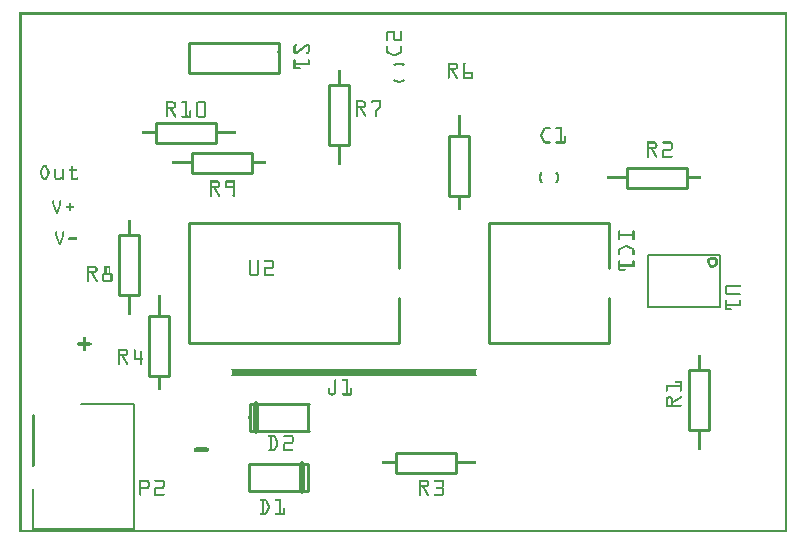
<source format=gto>
G04 MADE WITH FRITZING*
G04 WWW.FRITZING.ORG*
G04 DOUBLE SIDED*
G04 HOLES PLATED*
G04 CONTOUR ON CENTER OF CONTOUR VECTOR*
%ASAXBY*%
%FSLAX23Y23*%
%MOIN*%
%OFA0B0*%
%SFA1.0B1.0*%
%ADD10C,0.008000*%
%ADD11C,0.010000*%
%ADD12C,0.020000*%
%ADD13R,0.001000X0.001000*%
%LNSILK1*%
G90*
G70*
G54D10*
X382Y428D02*
X205Y428D01*
D02*
X47Y144D02*
X47Y10D01*
D02*
X382Y10D02*
X382Y428D01*
D02*
X47Y10D02*
X382Y10D01*
D02*
X382Y10D02*
X380Y10D01*
D02*
X2336Y924D02*
X2336Y751D01*
D02*
X2336Y751D02*
X2096Y751D01*
D02*
X2336Y924D02*
X2096Y924D01*
D02*
X2096Y924D02*
X2096Y751D01*
G54D11*
D02*
X2233Y341D02*
X2233Y541D01*
D02*
X2233Y541D02*
X2299Y541D01*
D02*
X2299Y541D02*
X2299Y341D01*
D02*
X2299Y341D02*
X2233Y341D01*
D02*
X2026Y1214D02*
X2226Y1214D01*
D02*
X2226Y1214D02*
X2226Y1148D01*
D02*
X2226Y1148D02*
X2026Y1148D01*
D02*
X2026Y1148D02*
X2026Y1214D01*
D02*
X866Y1631D02*
X566Y1631D01*
D02*
X566Y1631D02*
X566Y1531D01*
D02*
X566Y1531D02*
X866Y1531D01*
D02*
X866Y1531D02*
X866Y1631D01*
D02*
X962Y136D02*
X767Y136D01*
D02*
X767Y226D02*
X962Y226D01*
D02*
X962Y226D02*
X962Y136D01*
G54D12*
D02*
X942Y226D02*
X942Y136D01*
G54D11*
D02*
X499Y722D02*
X499Y522D01*
D02*
X499Y522D02*
X433Y522D01*
D02*
X433Y522D02*
X433Y722D01*
D02*
X433Y722D02*
X499Y722D01*
D02*
X1457Y198D02*
X1257Y198D01*
D02*
X1257Y198D02*
X1257Y264D01*
D02*
X1257Y264D02*
X1457Y264D01*
D02*
X1457Y264D02*
X1457Y198D01*
D02*
X1266Y1031D02*
X566Y1031D01*
D02*
X566Y1031D02*
X566Y631D01*
D02*
X566Y631D02*
X1266Y631D01*
D02*
X1266Y1031D02*
X1266Y881D01*
D02*
X1266Y781D02*
X1266Y631D01*
D02*
X1966Y1031D02*
X1566Y1031D01*
D02*
X1566Y1031D02*
X1566Y631D01*
D02*
X1566Y631D02*
X1966Y631D01*
D02*
X1966Y1031D02*
X1966Y881D01*
D02*
X1966Y781D02*
X1966Y631D01*
D02*
X1499Y1322D02*
X1499Y1122D01*
D02*
X1499Y1122D02*
X1433Y1122D01*
D02*
X1433Y1122D02*
X1433Y1322D01*
D02*
X1433Y1322D02*
X1499Y1322D01*
D02*
X1033Y1291D02*
X1033Y1491D01*
D02*
X1033Y1491D02*
X1099Y1491D01*
D02*
X1099Y1491D02*
X1099Y1291D01*
D02*
X1099Y1291D02*
X1033Y1291D01*
D02*
X333Y791D02*
X333Y991D01*
D02*
X333Y991D02*
X399Y991D01*
D02*
X399Y991D02*
X399Y791D01*
D02*
X399Y791D02*
X333Y791D01*
D02*
X576Y1264D02*
X776Y1264D01*
D02*
X776Y1264D02*
X776Y1198D01*
D02*
X776Y1198D02*
X576Y1198D01*
D02*
X576Y1198D02*
X576Y1264D01*
D02*
X657Y1298D02*
X457Y1298D01*
D02*
X457Y1298D02*
X457Y1364D01*
D02*
X457Y1364D02*
X657Y1364D01*
D02*
X657Y1364D02*
X657Y1298D01*
D02*
X770Y426D02*
X965Y426D01*
D02*
X965Y336D02*
X770Y336D01*
D02*
X770Y336D02*
X770Y426D01*
G54D12*
D02*
X790Y336D02*
X790Y426D01*
G54D13*
X0Y1732D02*
X2558Y1732D01*
X0Y1731D02*
X2558Y1731D01*
X0Y1730D02*
X2558Y1730D01*
X0Y1729D02*
X2558Y1729D01*
X0Y1728D02*
X2558Y1728D01*
X0Y1727D02*
X2558Y1727D01*
X0Y1726D02*
X2558Y1726D01*
X0Y1725D02*
X2558Y1725D01*
X0Y1724D02*
X7Y1724D01*
X2551Y1724D02*
X2558Y1724D01*
X0Y1723D02*
X7Y1723D01*
X2551Y1723D02*
X2558Y1723D01*
X0Y1722D02*
X7Y1722D01*
X2551Y1722D02*
X2558Y1722D01*
X0Y1721D02*
X7Y1721D01*
X2551Y1721D02*
X2558Y1721D01*
X0Y1720D02*
X7Y1720D01*
X2551Y1720D02*
X2558Y1720D01*
X0Y1719D02*
X7Y1719D01*
X2551Y1719D02*
X2558Y1719D01*
X0Y1718D02*
X7Y1718D01*
X2551Y1718D02*
X2558Y1718D01*
X0Y1717D02*
X7Y1717D01*
X2551Y1717D02*
X2558Y1717D01*
X0Y1716D02*
X7Y1716D01*
X2551Y1716D02*
X2558Y1716D01*
X0Y1715D02*
X7Y1715D01*
X2551Y1715D02*
X2558Y1715D01*
X0Y1714D02*
X7Y1714D01*
X2551Y1714D02*
X2558Y1714D01*
X0Y1713D02*
X7Y1713D01*
X2551Y1713D02*
X2558Y1713D01*
X0Y1712D02*
X7Y1712D01*
X2551Y1712D02*
X2558Y1712D01*
X0Y1711D02*
X7Y1711D01*
X2551Y1711D02*
X2558Y1711D01*
X0Y1710D02*
X7Y1710D01*
X2551Y1710D02*
X2558Y1710D01*
X0Y1709D02*
X7Y1709D01*
X2551Y1709D02*
X2558Y1709D01*
X0Y1708D02*
X7Y1708D01*
X2551Y1708D02*
X2558Y1708D01*
X0Y1707D02*
X7Y1707D01*
X2551Y1707D02*
X2558Y1707D01*
X0Y1706D02*
X7Y1706D01*
X2551Y1706D02*
X2558Y1706D01*
X0Y1705D02*
X7Y1705D01*
X2551Y1705D02*
X2558Y1705D01*
X0Y1704D02*
X7Y1704D01*
X2551Y1704D02*
X2558Y1704D01*
X0Y1703D02*
X7Y1703D01*
X2551Y1703D02*
X2558Y1703D01*
X0Y1702D02*
X7Y1702D01*
X2551Y1702D02*
X2558Y1702D01*
X0Y1701D02*
X7Y1701D01*
X2551Y1701D02*
X2558Y1701D01*
X0Y1700D02*
X7Y1700D01*
X2551Y1700D02*
X2558Y1700D01*
X0Y1699D02*
X7Y1699D01*
X2551Y1699D02*
X2558Y1699D01*
X0Y1698D02*
X7Y1698D01*
X2551Y1698D02*
X2558Y1698D01*
X0Y1697D02*
X7Y1697D01*
X2551Y1697D02*
X2558Y1697D01*
X0Y1696D02*
X7Y1696D01*
X2551Y1696D02*
X2558Y1696D01*
X0Y1695D02*
X7Y1695D01*
X2551Y1695D02*
X2558Y1695D01*
X0Y1694D02*
X7Y1694D01*
X2551Y1694D02*
X2558Y1694D01*
X0Y1693D02*
X7Y1693D01*
X2551Y1693D02*
X2558Y1693D01*
X0Y1692D02*
X7Y1692D01*
X2551Y1692D02*
X2558Y1692D01*
X0Y1691D02*
X7Y1691D01*
X2551Y1691D02*
X2558Y1691D01*
X0Y1690D02*
X7Y1690D01*
X2551Y1690D02*
X2558Y1690D01*
X0Y1689D02*
X7Y1689D01*
X2551Y1689D02*
X2558Y1689D01*
X0Y1688D02*
X7Y1688D01*
X2551Y1688D02*
X2558Y1688D01*
X0Y1687D02*
X7Y1687D01*
X2551Y1687D02*
X2558Y1687D01*
X0Y1686D02*
X7Y1686D01*
X2551Y1686D02*
X2558Y1686D01*
X0Y1685D02*
X7Y1685D01*
X2551Y1685D02*
X2558Y1685D01*
X0Y1684D02*
X7Y1684D01*
X2551Y1684D02*
X2558Y1684D01*
X0Y1683D02*
X7Y1683D01*
X2551Y1683D02*
X2558Y1683D01*
X0Y1682D02*
X7Y1682D01*
X2551Y1682D02*
X2558Y1682D01*
X0Y1681D02*
X7Y1681D01*
X2551Y1681D02*
X2558Y1681D01*
X0Y1680D02*
X7Y1680D01*
X2551Y1680D02*
X2558Y1680D01*
X0Y1679D02*
X7Y1679D01*
X2551Y1679D02*
X2558Y1679D01*
X0Y1678D02*
X7Y1678D01*
X2551Y1678D02*
X2558Y1678D01*
X0Y1677D02*
X7Y1677D01*
X2551Y1677D02*
X2558Y1677D01*
X0Y1676D02*
X7Y1676D01*
X2551Y1676D02*
X2558Y1676D01*
X0Y1675D02*
X7Y1675D01*
X2551Y1675D02*
X2558Y1675D01*
X0Y1674D02*
X7Y1674D01*
X2551Y1674D02*
X2558Y1674D01*
X0Y1673D02*
X7Y1673D01*
X2551Y1673D02*
X2558Y1673D01*
X0Y1672D02*
X7Y1672D01*
X2551Y1672D02*
X2558Y1672D01*
X0Y1671D02*
X7Y1671D01*
X1228Y1671D02*
X1247Y1671D01*
X1272Y1671D02*
X1274Y1671D01*
X2551Y1671D02*
X2558Y1671D01*
X0Y1670D02*
X7Y1670D01*
X1226Y1670D02*
X1249Y1670D01*
X1271Y1670D02*
X1275Y1670D01*
X2551Y1670D02*
X2558Y1670D01*
X0Y1669D02*
X7Y1669D01*
X1225Y1669D02*
X1250Y1669D01*
X1270Y1669D02*
X1276Y1669D01*
X2551Y1669D02*
X2558Y1669D01*
X0Y1668D02*
X7Y1668D01*
X1224Y1668D02*
X1251Y1668D01*
X1270Y1668D02*
X1276Y1668D01*
X2551Y1668D02*
X2558Y1668D01*
X0Y1667D02*
X7Y1667D01*
X1223Y1667D02*
X1252Y1667D01*
X1270Y1667D02*
X1276Y1667D01*
X2551Y1667D02*
X2558Y1667D01*
X0Y1666D02*
X7Y1666D01*
X1223Y1666D02*
X1252Y1666D01*
X1270Y1666D02*
X1276Y1666D01*
X2551Y1666D02*
X2558Y1666D01*
X0Y1665D02*
X7Y1665D01*
X1223Y1665D02*
X1252Y1665D01*
X1270Y1665D02*
X1276Y1665D01*
X2551Y1665D02*
X2558Y1665D01*
X0Y1664D02*
X7Y1664D01*
X1223Y1664D02*
X1229Y1664D01*
X1246Y1664D02*
X1252Y1664D01*
X1270Y1664D02*
X1276Y1664D01*
X2551Y1664D02*
X2558Y1664D01*
X0Y1663D02*
X7Y1663D01*
X1223Y1663D02*
X1229Y1663D01*
X1246Y1663D02*
X1252Y1663D01*
X1270Y1663D02*
X1276Y1663D01*
X2551Y1663D02*
X2558Y1663D01*
X0Y1662D02*
X7Y1662D01*
X1223Y1662D02*
X1229Y1662D01*
X1246Y1662D02*
X1252Y1662D01*
X1270Y1662D02*
X1276Y1662D01*
X2551Y1662D02*
X2558Y1662D01*
X0Y1661D02*
X7Y1661D01*
X1223Y1661D02*
X1229Y1661D01*
X1246Y1661D02*
X1252Y1661D01*
X1270Y1661D02*
X1276Y1661D01*
X2551Y1661D02*
X2558Y1661D01*
X0Y1660D02*
X7Y1660D01*
X1223Y1660D02*
X1229Y1660D01*
X1246Y1660D02*
X1252Y1660D01*
X1270Y1660D02*
X1276Y1660D01*
X2551Y1660D02*
X2558Y1660D01*
X0Y1659D02*
X7Y1659D01*
X1223Y1659D02*
X1229Y1659D01*
X1246Y1659D02*
X1252Y1659D01*
X1270Y1659D02*
X1276Y1659D01*
X2551Y1659D02*
X2558Y1659D01*
X0Y1658D02*
X7Y1658D01*
X1223Y1658D02*
X1229Y1658D01*
X1246Y1658D02*
X1252Y1658D01*
X1270Y1658D02*
X1276Y1658D01*
X2551Y1658D02*
X2558Y1658D01*
X0Y1657D02*
X7Y1657D01*
X1223Y1657D02*
X1229Y1657D01*
X1246Y1657D02*
X1252Y1657D01*
X1270Y1657D02*
X1276Y1657D01*
X2551Y1657D02*
X2558Y1657D01*
X0Y1656D02*
X7Y1656D01*
X1223Y1656D02*
X1229Y1656D01*
X1246Y1656D02*
X1252Y1656D01*
X1270Y1656D02*
X1276Y1656D01*
X2551Y1656D02*
X2558Y1656D01*
X0Y1655D02*
X7Y1655D01*
X1223Y1655D02*
X1229Y1655D01*
X1246Y1655D02*
X1252Y1655D01*
X1270Y1655D02*
X1276Y1655D01*
X2551Y1655D02*
X2558Y1655D01*
X0Y1654D02*
X7Y1654D01*
X1223Y1654D02*
X1229Y1654D01*
X1246Y1654D02*
X1252Y1654D01*
X1270Y1654D02*
X1276Y1654D01*
X2551Y1654D02*
X2558Y1654D01*
X0Y1653D02*
X7Y1653D01*
X1223Y1653D02*
X1229Y1653D01*
X1246Y1653D02*
X1252Y1653D01*
X1270Y1653D02*
X1276Y1653D01*
X2551Y1653D02*
X2558Y1653D01*
X0Y1652D02*
X7Y1652D01*
X1223Y1652D02*
X1229Y1652D01*
X1246Y1652D02*
X1252Y1652D01*
X1270Y1652D02*
X1276Y1652D01*
X2551Y1652D02*
X2558Y1652D01*
X0Y1651D02*
X7Y1651D01*
X1223Y1651D02*
X1229Y1651D01*
X1246Y1651D02*
X1252Y1651D01*
X1270Y1651D02*
X1276Y1651D01*
X2551Y1651D02*
X2558Y1651D01*
X0Y1650D02*
X7Y1650D01*
X1223Y1650D02*
X1229Y1650D01*
X1246Y1650D02*
X1252Y1650D01*
X1270Y1650D02*
X1276Y1650D01*
X2551Y1650D02*
X2558Y1650D01*
X0Y1649D02*
X7Y1649D01*
X1223Y1649D02*
X1229Y1649D01*
X1246Y1649D02*
X1252Y1649D01*
X1270Y1649D02*
X1276Y1649D01*
X2551Y1649D02*
X2558Y1649D01*
X0Y1648D02*
X7Y1648D01*
X1223Y1648D02*
X1229Y1648D01*
X1246Y1648D02*
X1252Y1648D01*
X1270Y1648D02*
X1276Y1648D01*
X2551Y1648D02*
X2558Y1648D01*
X0Y1647D02*
X7Y1647D01*
X1223Y1647D02*
X1229Y1647D01*
X1246Y1647D02*
X1252Y1647D01*
X1270Y1647D02*
X1276Y1647D01*
X2551Y1647D02*
X2558Y1647D01*
X0Y1646D02*
X7Y1646D01*
X1223Y1646D02*
X1229Y1646D01*
X1246Y1646D02*
X1252Y1646D01*
X1270Y1646D02*
X1276Y1646D01*
X2551Y1646D02*
X2558Y1646D01*
X0Y1645D02*
X7Y1645D01*
X1223Y1645D02*
X1229Y1645D01*
X1246Y1645D02*
X1252Y1645D01*
X1270Y1645D02*
X1276Y1645D01*
X2551Y1645D02*
X2558Y1645D01*
X0Y1644D02*
X7Y1644D01*
X1223Y1644D02*
X1229Y1644D01*
X1246Y1644D02*
X1252Y1644D01*
X1270Y1644D02*
X1276Y1644D01*
X2551Y1644D02*
X2558Y1644D01*
X0Y1643D02*
X7Y1643D01*
X1223Y1643D02*
X1229Y1643D01*
X1246Y1643D02*
X1276Y1643D01*
X2551Y1643D02*
X2558Y1643D01*
X0Y1642D02*
X7Y1642D01*
X1223Y1642D02*
X1229Y1642D01*
X1247Y1642D02*
X1276Y1642D01*
X2551Y1642D02*
X2558Y1642D01*
X0Y1641D02*
X7Y1641D01*
X1223Y1641D02*
X1229Y1641D01*
X1247Y1641D02*
X1276Y1641D01*
X2551Y1641D02*
X2558Y1641D01*
X0Y1640D02*
X7Y1640D01*
X1223Y1640D02*
X1229Y1640D01*
X1247Y1640D02*
X1276Y1640D01*
X2551Y1640D02*
X2558Y1640D01*
X0Y1639D02*
X7Y1639D01*
X1223Y1639D02*
X1229Y1639D01*
X1248Y1639D02*
X1276Y1639D01*
X2551Y1639D02*
X2558Y1639D01*
X0Y1638D02*
X7Y1638D01*
X1224Y1638D02*
X1228Y1638D01*
X1249Y1638D02*
X1276Y1638D01*
X2551Y1638D02*
X2558Y1638D01*
X0Y1637D02*
X7Y1637D01*
X1225Y1637D02*
X1227Y1637D01*
X1251Y1637D02*
X1276Y1637D01*
X2551Y1637D02*
X2558Y1637D01*
X0Y1636D02*
X7Y1636D01*
X2551Y1636D02*
X2558Y1636D01*
X0Y1635D02*
X7Y1635D01*
X2551Y1635D02*
X2558Y1635D01*
X0Y1634D02*
X7Y1634D01*
X2551Y1634D02*
X2558Y1634D01*
X0Y1633D02*
X7Y1633D01*
X832Y1633D02*
X832Y1633D01*
X2551Y1633D02*
X2558Y1633D01*
X0Y1632D02*
X7Y1632D01*
X831Y1632D02*
X833Y1632D01*
X2551Y1632D02*
X2558Y1632D01*
X0Y1631D02*
X7Y1631D01*
X830Y1631D02*
X834Y1631D01*
X2551Y1631D02*
X2558Y1631D01*
X0Y1630D02*
X7Y1630D01*
X829Y1630D02*
X835Y1630D01*
X2551Y1630D02*
X2558Y1630D01*
X0Y1629D02*
X7Y1629D01*
X830Y1629D02*
X836Y1629D01*
X2551Y1629D02*
X2558Y1629D01*
X0Y1628D02*
X7Y1628D01*
X831Y1628D02*
X837Y1628D01*
X2551Y1628D02*
X2558Y1628D01*
X0Y1627D02*
X7Y1627D01*
X832Y1627D02*
X838Y1627D01*
X920Y1627D02*
X924Y1627D01*
X957Y1627D02*
X962Y1627D01*
X2551Y1627D02*
X2558Y1627D01*
X0Y1626D02*
X7Y1626D01*
X833Y1626D02*
X839Y1626D01*
X918Y1626D02*
X925Y1626D01*
X955Y1626D02*
X964Y1626D01*
X2551Y1626D02*
X2558Y1626D01*
X0Y1625D02*
X7Y1625D01*
X917Y1625D02*
X926Y1625D01*
X954Y1625D02*
X965Y1625D01*
X2551Y1625D02*
X2558Y1625D01*
X0Y1624D02*
X7Y1624D01*
X916Y1624D02*
X926Y1624D01*
X953Y1624D02*
X966Y1624D01*
X2551Y1624D02*
X2558Y1624D01*
X0Y1623D02*
X7Y1623D01*
X915Y1623D02*
X925Y1623D01*
X951Y1623D02*
X966Y1623D01*
X2551Y1623D02*
X2558Y1623D01*
X0Y1622D02*
X7Y1622D01*
X915Y1622D02*
X925Y1622D01*
X950Y1622D02*
X967Y1622D01*
X2551Y1622D02*
X2558Y1622D01*
X0Y1621D02*
X7Y1621D01*
X914Y1621D02*
X924Y1621D01*
X949Y1621D02*
X967Y1621D01*
X2551Y1621D02*
X2558Y1621D01*
X0Y1620D02*
X7Y1620D01*
X914Y1620D02*
X921Y1620D01*
X947Y1620D02*
X958Y1620D01*
X961Y1620D02*
X967Y1620D01*
X1224Y1620D02*
X1228Y1620D01*
X1271Y1620D02*
X1275Y1620D01*
X2551Y1620D02*
X2558Y1620D01*
X0Y1619D02*
X7Y1619D01*
X914Y1619D02*
X920Y1619D01*
X946Y1619D02*
X957Y1619D01*
X961Y1619D02*
X967Y1619D01*
X1223Y1619D02*
X1228Y1619D01*
X1270Y1619D02*
X1276Y1619D01*
X2551Y1619D02*
X2558Y1619D01*
X0Y1618D02*
X7Y1618D01*
X914Y1618D02*
X920Y1618D01*
X945Y1618D02*
X955Y1618D01*
X961Y1618D02*
X967Y1618D01*
X1223Y1618D02*
X1229Y1618D01*
X1270Y1618D02*
X1276Y1618D01*
X2551Y1618D02*
X2558Y1618D01*
X0Y1617D02*
X7Y1617D01*
X914Y1617D02*
X920Y1617D01*
X944Y1617D02*
X954Y1617D01*
X961Y1617D02*
X967Y1617D01*
X1223Y1617D02*
X1229Y1617D01*
X1270Y1617D02*
X1276Y1617D01*
X2551Y1617D02*
X2558Y1617D01*
X0Y1616D02*
X7Y1616D01*
X914Y1616D02*
X920Y1616D01*
X942Y1616D02*
X953Y1616D01*
X961Y1616D02*
X967Y1616D01*
X1223Y1616D02*
X1229Y1616D01*
X1270Y1616D02*
X1276Y1616D01*
X2551Y1616D02*
X2558Y1616D01*
X0Y1615D02*
X7Y1615D01*
X914Y1615D02*
X920Y1615D01*
X941Y1615D02*
X952Y1615D01*
X961Y1615D02*
X967Y1615D01*
X1223Y1615D02*
X1229Y1615D01*
X1270Y1615D02*
X1276Y1615D01*
X2551Y1615D02*
X2558Y1615D01*
X0Y1614D02*
X7Y1614D01*
X914Y1614D02*
X920Y1614D01*
X940Y1614D02*
X950Y1614D01*
X961Y1614D02*
X967Y1614D01*
X1223Y1614D02*
X1229Y1614D01*
X1270Y1614D02*
X1276Y1614D01*
X2551Y1614D02*
X2558Y1614D01*
X0Y1613D02*
X7Y1613D01*
X914Y1613D02*
X920Y1613D01*
X938Y1613D02*
X949Y1613D01*
X961Y1613D02*
X967Y1613D01*
X1223Y1613D02*
X1229Y1613D01*
X1270Y1613D02*
X1276Y1613D01*
X2551Y1613D02*
X2558Y1613D01*
X0Y1612D02*
X7Y1612D01*
X914Y1612D02*
X920Y1612D01*
X937Y1612D02*
X948Y1612D01*
X961Y1612D02*
X967Y1612D01*
X1223Y1612D02*
X1229Y1612D01*
X1270Y1612D02*
X1276Y1612D01*
X2551Y1612D02*
X2558Y1612D01*
X0Y1611D02*
X7Y1611D01*
X914Y1611D02*
X920Y1611D01*
X936Y1611D02*
X946Y1611D01*
X961Y1611D02*
X967Y1611D01*
X1223Y1611D02*
X1229Y1611D01*
X1270Y1611D02*
X1276Y1611D01*
X2551Y1611D02*
X2558Y1611D01*
X0Y1610D02*
X7Y1610D01*
X914Y1610D02*
X920Y1610D01*
X934Y1610D02*
X945Y1610D01*
X961Y1610D02*
X967Y1610D01*
X1223Y1610D02*
X1229Y1610D01*
X1270Y1610D02*
X1276Y1610D01*
X2551Y1610D02*
X2558Y1610D01*
X0Y1609D02*
X7Y1609D01*
X914Y1609D02*
X920Y1609D01*
X933Y1609D02*
X944Y1609D01*
X961Y1609D02*
X967Y1609D01*
X1223Y1609D02*
X1229Y1609D01*
X1270Y1609D02*
X1276Y1609D01*
X2551Y1609D02*
X2558Y1609D01*
X0Y1608D02*
X7Y1608D01*
X914Y1608D02*
X920Y1608D01*
X932Y1608D02*
X943Y1608D01*
X961Y1608D02*
X967Y1608D01*
X1223Y1608D02*
X1229Y1608D01*
X1270Y1608D02*
X1276Y1608D01*
X2551Y1608D02*
X2558Y1608D01*
X0Y1607D02*
X7Y1607D01*
X914Y1607D02*
X920Y1607D01*
X931Y1607D02*
X941Y1607D01*
X961Y1607D02*
X967Y1607D01*
X1223Y1607D02*
X1229Y1607D01*
X1270Y1607D02*
X1276Y1607D01*
X2551Y1607D02*
X2558Y1607D01*
X0Y1606D02*
X7Y1606D01*
X914Y1606D02*
X920Y1606D01*
X929Y1606D02*
X940Y1606D01*
X961Y1606D02*
X967Y1606D01*
X1223Y1606D02*
X1229Y1606D01*
X1270Y1606D02*
X1276Y1606D01*
X2551Y1606D02*
X2558Y1606D01*
X0Y1605D02*
X7Y1605D01*
X860Y1605D02*
X860Y1605D01*
X914Y1605D02*
X920Y1605D01*
X928Y1605D02*
X939Y1605D01*
X961Y1605D02*
X967Y1605D01*
X1223Y1605D02*
X1229Y1605D01*
X1270Y1605D02*
X1276Y1605D01*
X2551Y1605D02*
X2558Y1605D01*
X0Y1604D02*
X7Y1604D01*
X860Y1604D02*
X861Y1604D01*
X914Y1604D02*
X920Y1604D01*
X927Y1604D02*
X937Y1604D01*
X961Y1604D02*
X967Y1604D01*
X1223Y1604D02*
X1229Y1604D01*
X1270Y1604D02*
X1276Y1604D01*
X2551Y1604D02*
X2558Y1604D01*
X0Y1603D02*
X7Y1603D01*
X860Y1603D02*
X862Y1603D01*
X914Y1603D02*
X920Y1603D01*
X925Y1603D02*
X936Y1603D01*
X961Y1603D02*
X967Y1603D01*
X1223Y1603D02*
X1229Y1603D01*
X1270Y1603D02*
X1276Y1603D01*
X2551Y1603D02*
X2558Y1603D01*
X0Y1602D02*
X7Y1602D01*
X860Y1602D02*
X863Y1602D01*
X914Y1602D02*
X920Y1602D01*
X924Y1602D02*
X935Y1602D01*
X961Y1602D02*
X967Y1602D01*
X1223Y1602D02*
X1230Y1602D01*
X1269Y1602D02*
X1276Y1602D01*
X2551Y1602D02*
X2558Y1602D01*
X0Y1601D02*
X7Y1601D01*
X860Y1601D02*
X864Y1601D01*
X914Y1601D02*
X920Y1601D01*
X923Y1601D02*
X934Y1601D01*
X960Y1601D02*
X967Y1601D01*
X1223Y1601D02*
X1232Y1601D01*
X1267Y1601D02*
X1275Y1601D01*
X2551Y1601D02*
X2558Y1601D01*
X0Y1600D02*
X7Y1600D01*
X860Y1600D02*
X865Y1600D01*
X914Y1600D02*
X932Y1600D01*
X958Y1600D02*
X967Y1600D01*
X1224Y1600D02*
X1234Y1600D01*
X1265Y1600D02*
X1275Y1600D01*
X2551Y1600D02*
X2558Y1600D01*
X0Y1599D02*
X7Y1599D01*
X860Y1599D02*
X866Y1599D01*
X914Y1599D02*
X931Y1599D01*
X956Y1599D02*
X966Y1599D01*
X1224Y1599D02*
X1236Y1599D01*
X1263Y1599D02*
X1274Y1599D01*
X2551Y1599D02*
X2558Y1599D01*
X0Y1598D02*
X7Y1598D01*
X861Y1598D02*
X866Y1598D01*
X914Y1598D02*
X930Y1598D01*
X955Y1598D02*
X966Y1598D01*
X1225Y1598D02*
X1238Y1598D01*
X1261Y1598D02*
X1273Y1598D01*
X2551Y1598D02*
X2558Y1598D01*
X0Y1597D02*
X7Y1597D01*
X862Y1597D02*
X865Y1597D01*
X915Y1597D02*
X928Y1597D01*
X955Y1597D02*
X965Y1597D01*
X1226Y1597D02*
X1240Y1597D01*
X1259Y1597D02*
X1273Y1597D01*
X2551Y1597D02*
X2558Y1597D01*
X0Y1596D02*
X7Y1596D01*
X863Y1596D02*
X864Y1596D01*
X916Y1596D02*
X927Y1596D01*
X955Y1596D02*
X964Y1596D01*
X1227Y1596D02*
X1242Y1596D01*
X1257Y1596D02*
X1271Y1596D01*
X2551Y1596D02*
X2558Y1596D01*
X0Y1595D02*
X7Y1595D01*
X917Y1595D02*
X926Y1595D01*
X956Y1595D02*
X963Y1595D01*
X1229Y1595D02*
X1244Y1595D01*
X1255Y1595D02*
X1270Y1595D01*
X2551Y1595D02*
X2558Y1595D01*
X0Y1594D02*
X7Y1594D01*
X918Y1594D02*
X924Y1594D01*
X956Y1594D02*
X962Y1594D01*
X1231Y1594D02*
X1246Y1594D01*
X1253Y1594D02*
X1268Y1594D01*
X2551Y1594D02*
X2558Y1594D01*
X0Y1593D02*
X7Y1593D01*
X1233Y1593D02*
X1266Y1593D01*
X2551Y1593D02*
X2558Y1593D01*
X0Y1592D02*
X7Y1592D01*
X1235Y1592D02*
X1264Y1592D01*
X2551Y1592D02*
X2558Y1592D01*
X0Y1591D02*
X7Y1591D01*
X1237Y1591D02*
X1262Y1591D01*
X2551Y1591D02*
X2558Y1591D01*
X0Y1590D02*
X7Y1590D01*
X1239Y1590D02*
X1260Y1590D01*
X2551Y1590D02*
X2558Y1590D01*
X0Y1589D02*
X7Y1589D01*
X1241Y1589D02*
X1258Y1589D01*
X2551Y1589D02*
X2558Y1589D01*
X0Y1588D02*
X7Y1588D01*
X1243Y1588D02*
X1256Y1588D01*
X2551Y1588D02*
X2558Y1588D01*
X0Y1587D02*
X7Y1587D01*
X1246Y1587D02*
X1253Y1587D01*
X2551Y1587D02*
X2558Y1587D01*
X0Y1586D02*
X7Y1586D01*
X2551Y1586D02*
X2558Y1586D01*
X0Y1585D02*
X7Y1585D01*
X2551Y1585D02*
X2558Y1585D01*
X0Y1584D02*
X7Y1584D01*
X2551Y1584D02*
X2558Y1584D01*
X0Y1583D02*
X7Y1583D01*
X2551Y1583D02*
X2558Y1583D01*
X0Y1582D02*
X7Y1582D01*
X2551Y1582D02*
X2558Y1582D01*
X0Y1581D02*
X7Y1581D01*
X2551Y1581D02*
X2558Y1581D01*
X0Y1580D02*
X7Y1580D01*
X2551Y1580D02*
X2558Y1580D01*
X0Y1579D02*
X7Y1579D01*
X2551Y1579D02*
X2558Y1579D01*
X0Y1578D02*
X7Y1578D01*
X2551Y1578D02*
X2558Y1578D01*
X0Y1577D02*
X7Y1577D01*
X916Y1577D02*
X918Y1577D01*
X963Y1577D02*
X965Y1577D01*
X2551Y1577D02*
X2558Y1577D01*
X0Y1576D02*
X7Y1576D01*
X915Y1576D02*
X919Y1576D01*
X962Y1576D02*
X966Y1576D01*
X2551Y1576D02*
X2558Y1576D01*
X0Y1575D02*
X7Y1575D01*
X914Y1575D02*
X920Y1575D01*
X961Y1575D02*
X967Y1575D01*
X2551Y1575D02*
X2558Y1575D01*
X0Y1574D02*
X7Y1574D01*
X914Y1574D02*
X920Y1574D01*
X961Y1574D02*
X967Y1574D01*
X2551Y1574D02*
X2558Y1574D01*
X0Y1573D02*
X7Y1573D01*
X914Y1573D02*
X920Y1573D01*
X961Y1573D02*
X967Y1573D01*
X2551Y1573D02*
X2558Y1573D01*
X0Y1572D02*
X7Y1572D01*
X914Y1572D02*
X920Y1572D01*
X961Y1572D02*
X967Y1572D01*
X2551Y1572D02*
X2558Y1572D01*
X0Y1571D02*
X7Y1571D01*
X914Y1571D02*
X920Y1571D01*
X961Y1571D02*
X967Y1571D01*
X2551Y1571D02*
X2558Y1571D01*
X0Y1570D02*
X7Y1570D01*
X914Y1570D02*
X920Y1570D01*
X961Y1570D02*
X967Y1570D01*
X2551Y1570D02*
X2558Y1570D01*
X0Y1569D02*
X7Y1569D01*
X914Y1569D02*
X920Y1569D01*
X961Y1569D02*
X967Y1569D01*
X2551Y1569D02*
X2558Y1569D01*
X0Y1568D02*
X7Y1568D01*
X914Y1568D02*
X920Y1568D01*
X961Y1568D02*
X967Y1568D01*
X2551Y1568D02*
X2558Y1568D01*
X0Y1567D02*
X7Y1567D01*
X914Y1567D02*
X920Y1567D01*
X961Y1567D02*
X967Y1567D01*
X2551Y1567D02*
X2558Y1567D01*
X0Y1566D02*
X7Y1566D01*
X914Y1566D02*
X920Y1566D01*
X961Y1566D02*
X967Y1566D01*
X2551Y1566D02*
X2558Y1566D01*
X0Y1565D02*
X7Y1565D01*
X914Y1565D02*
X920Y1565D01*
X961Y1565D02*
X967Y1565D01*
X1260Y1565D02*
X1271Y1565D01*
X1428Y1565D02*
X1451Y1565D01*
X1481Y1565D02*
X1484Y1565D01*
X2551Y1565D02*
X2558Y1565D01*
X0Y1564D02*
X7Y1564D01*
X914Y1564D02*
X920Y1564D01*
X961Y1564D02*
X967Y1564D01*
X1256Y1564D02*
X1275Y1564D01*
X1428Y1564D02*
X1455Y1564D01*
X1479Y1564D02*
X1486Y1564D01*
X2551Y1564D02*
X2558Y1564D01*
X0Y1563D02*
X7Y1563D01*
X914Y1563D02*
X967Y1563D01*
X1253Y1563D02*
X1278Y1563D01*
X1428Y1563D02*
X1457Y1563D01*
X1478Y1563D02*
X1487Y1563D01*
X2551Y1563D02*
X2558Y1563D01*
X0Y1562D02*
X7Y1562D01*
X914Y1562D02*
X967Y1562D01*
X1251Y1562D02*
X1280Y1562D01*
X1428Y1562D02*
X1458Y1562D01*
X1478Y1562D02*
X1487Y1562D01*
X2551Y1562D02*
X2558Y1562D01*
X0Y1561D02*
X7Y1561D01*
X914Y1561D02*
X967Y1561D01*
X1249Y1561D02*
X1282Y1561D01*
X1428Y1561D02*
X1459Y1561D01*
X1478Y1561D02*
X1487Y1561D01*
X2551Y1561D02*
X2558Y1561D01*
X0Y1560D02*
X7Y1560D01*
X914Y1560D02*
X967Y1560D01*
X1248Y1560D02*
X1283Y1560D01*
X1428Y1560D02*
X1460Y1560D01*
X1478Y1560D02*
X1487Y1560D01*
X2551Y1560D02*
X2558Y1560D01*
X0Y1559D02*
X7Y1559D01*
X914Y1559D02*
X967Y1559D01*
X1246Y1559D02*
X1285Y1559D01*
X1428Y1559D02*
X1460Y1559D01*
X1478Y1559D02*
X1486Y1559D01*
X2551Y1559D02*
X2558Y1559D01*
X0Y1558D02*
X7Y1558D01*
X914Y1558D02*
X967Y1558D01*
X1246Y1558D02*
X1285Y1558D01*
X1428Y1558D02*
X1434Y1558D01*
X1452Y1558D02*
X1461Y1558D01*
X1478Y1558D02*
X1484Y1558D01*
X2551Y1558D02*
X2558Y1558D01*
X0Y1557D02*
X7Y1557D01*
X914Y1557D02*
X967Y1557D01*
X1247Y1557D02*
X1259Y1557D01*
X1272Y1557D02*
X1284Y1557D01*
X1428Y1557D02*
X1434Y1557D01*
X1454Y1557D02*
X1461Y1557D01*
X1478Y1557D02*
X1484Y1557D01*
X2551Y1557D02*
X2558Y1557D01*
X0Y1556D02*
X7Y1556D01*
X914Y1556D02*
X920Y1556D01*
X1248Y1556D02*
X1256Y1556D01*
X1275Y1556D02*
X1283Y1556D01*
X1428Y1556D02*
X1434Y1556D01*
X1455Y1556D02*
X1461Y1556D01*
X1478Y1556D02*
X1484Y1556D01*
X2551Y1556D02*
X2558Y1556D01*
X0Y1555D02*
X7Y1555D01*
X914Y1555D02*
X920Y1555D01*
X1248Y1555D02*
X1253Y1555D01*
X1277Y1555D02*
X1283Y1555D01*
X1428Y1555D02*
X1434Y1555D01*
X1455Y1555D02*
X1461Y1555D01*
X1478Y1555D02*
X1484Y1555D01*
X2551Y1555D02*
X2558Y1555D01*
X0Y1554D02*
X7Y1554D01*
X914Y1554D02*
X920Y1554D01*
X1249Y1554D02*
X1252Y1554D01*
X1279Y1554D02*
X1282Y1554D01*
X1428Y1554D02*
X1434Y1554D01*
X1455Y1554D02*
X1461Y1554D01*
X1478Y1554D02*
X1484Y1554D01*
X2551Y1554D02*
X2558Y1554D01*
X0Y1553D02*
X7Y1553D01*
X914Y1553D02*
X920Y1553D01*
X1250Y1553D02*
X1250Y1553D01*
X1281Y1553D02*
X1281Y1553D01*
X1428Y1553D02*
X1434Y1553D01*
X1455Y1553D02*
X1461Y1553D01*
X1478Y1553D02*
X1484Y1553D01*
X2551Y1553D02*
X2558Y1553D01*
X0Y1552D02*
X7Y1552D01*
X914Y1552D02*
X920Y1552D01*
X1428Y1552D02*
X1434Y1552D01*
X1455Y1552D02*
X1461Y1552D01*
X1478Y1552D02*
X1484Y1552D01*
X2551Y1552D02*
X2558Y1552D01*
X0Y1551D02*
X7Y1551D01*
X914Y1551D02*
X920Y1551D01*
X1428Y1551D02*
X1434Y1551D01*
X1455Y1551D02*
X1461Y1551D01*
X1478Y1551D02*
X1484Y1551D01*
X2551Y1551D02*
X2558Y1551D01*
X0Y1550D02*
X7Y1550D01*
X914Y1550D02*
X920Y1550D01*
X1428Y1550D02*
X1434Y1550D01*
X1455Y1550D02*
X1461Y1550D01*
X1478Y1550D02*
X1484Y1550D01*
X2551Y1550D02*
X2558Y1550D01*
X0Y1549D02*
X7Y1549D01*
X914Y1549D02*
X936Y1549D01*
X1428Y1549D02*
X1434Y1549D01*
X1455Y1549D02*
X1461Y1549D01*
X1478Y1549D02*
X1484Y1549D01*
X2551Y1549D02*
X2558Y1549D01*
X0Y1548D02*
X7Y1548D01*
X914Y1548D02*
X937Y1548D01*
X1428Y1548D02*
X1434Y1548D01*
X1454Y1548D02*
X1461Y1548D01*
X1478Y1548D02*
X1484Y1548D01*
X2551Y1548D02*
X2558Y1548D01*
X0Y1547D02*
X7Y1547D01*
X914Y1547D02*
X937Y1547D01*
X1428Y1547D02*
X1461Y1547D01*
X1478Y1547D02*
X1484Y1547D01*
X2551Y1547D02*
X2558Y1547D01*
X0Y1546D02*
X7Y1546D01*
X914Y1546D02*
X937Y1546D01*
X1428Y1546D02*
X1460Y1546D01*
X1478Y1546D02*
X1484Y1546D01*
X2551Y1546D02*
X2558Y1546D01*
X0Y1545D02*
X7Y1545D01*
X914Y1545D02*
X937Y1545D01*
X1428Y1545D02*
X1459Y1545D01*
X1478Y1545D02*
X1484Y1545D01*
X2551Y1545D02*
X2558Y1545D01*
X0Y1544D02*
X7Y1544D01*
X915Y1544D02*
X936Y1544D01*
X1428Y1544D02*
X1459Y1544D01*
X1478Y1544D02*
X1484Y1544D01*
X2551Y1544D02*
X2558Y1544D01*
X0Y1543D02*
X7Y1543D01*
X917Y1543D02*
X935Y1543D01*
X1428Y1543D02*
X1458Y1543D01*
X1478Y1543D02*
X1484Y1543D01*
X2551Y1543D02*
X2558Y1543D01*
X0Y1542D02*
X7Y1542D01*
X1428Y1542D02*
X1456Y1542D01*
X1478Y1542D02*
X1484Y1542D01*
X2551Y1542D02*
X2558Y1542D01*
X0Y1541D02*
X7Y1541D01*
X1428Y1541D02*
X1454Y1541D01*
X1478Y1541D02*
X1484Y1541D01*
X2551Y1541D02*
X2558Y1541D01*
X0Y1540D02*
X7Y1540D01*
X1428Y1540D02*
X1434Y1540D01*
X1440Y1540D02*
X1447Y1540D01*
X1478Y1540D02*
X1484Y1540D01*
X2551Y1540D02*
X2558Y1540D01*
X0Y1539D02*
X7Y1539D01*
X1061Y1539D02*
X1070Y1539D01*
X1428Y1539D02*
X1434Y1539D01*
X1440Y1539D02*
X1447Y1539D01*
X1478Y1539D02*
X1484Y1539D01*
X2551Y1539D02*
X2558Y1539D01*
X0Y1538D02*
X7Y1538D01*
X1061Y1538D02*
X1070Y1538D01*
X1428Y1538D02*
X1434Y1538D01*
X1441Y1538D02*
X1448Y1538D01*
X1478Y1538D02*
X1484Y1538D01*
X2551Y1538D02*
X2558Y1538D01*
X0Y1537D02*
X7Y1537D01*
X1061Y1537D02*
X1070Y1537D01*
X1428Y1537D02*
X1434Y1537D01*
X1441Y1537D02*
X1449Y1537D01*
X1478Y1537D02*
X1484Y1537D01*
X2551Y1537D02*
X2558Y1537D01*
X0Y1536D02*
X7Y1536D01*
X1061Y1536D02*
X1070Y1536D01*
X1428Y1536D02*
X1434Y1536D01*
X1442Y1536D02*
X1449Y1536D01*
X1478Y1536D02*
X1484Y1536D01*
X2551Y1536D02*
X2558Y1536D01*
X0Y1535D02*
X7Y1535D01*
X1061Y1535D02*
X1070Y1535D01*
X1428Y1535D02*
X1434Y1535D01*
X1443Y1535D02*
X1450Y1535D01*
X1478Y1535D02*
X1510Y1535D01*
X2551Y1535D02*
X2558Y1535D01*
X0Y1534D02*
X7Y1534D01*
X1061Y1534D02*
X1070Y1534D01*
X1428Y1534D02*
X1434Y1534D01*
X1443Y1534D02*
X1450Y1534D01*
X1478Y1534D02*
X1511Y1534D01*
X2551Y1534D02*
X2558Y1534D01*
X0Y1533D02*
X7Y1533D01*
X1061Y1533D02*
X1070Y1533D01*
X1428Y1533D02*
X1434Y1533D01*
X1444Y1533D02*
X1451Y1533D01*
X1478Y1533D02*
X1511Y1533D01*
X2551Y1533D02*
X2558Y1533D01*
X0Y1532D02*
X7Y1532D01*
X1061Y1532D02*
X1070Y1532D01*
X1428Y1532D02*
X1434Y1532D01*
X1444Y1532D02*
X1452Y1532D01*
X1478Y1532D02*
X1511Y1532D01*
X2551Y1532D02*
X2558Y1532D01*
X0Y1531D02*
X7Y1531D01*
X1061Y1531D02*
X1070Y1531D01*
X1428Y1531D02*
X1434Y1531D01*
X1445Y1531D02*
X1452Y1531D01*
X1478Y1531D02*
X1511Y1531D01*
X2551Y1531D02*
X2558Y1531D01*
X0Y1530D02*
X7Y1530D01*
X1061Y1530D02*
X1070Y1530D01*
X1428Y1530D02*
X1434Y1530D01*
X1445Y1530D02*
X1453Y1530D01*
X1478Y1530D02*
X1511Y1530D01*
X2551Y1530D02*
X2558Y1530D01*
X0Y1529D02*
X7Y1529D01*
X1061Y1529D02*
X1070Y1529D01*
X1428Y1529D02*
X1434Y1529D01*
X1446Y1529D02*
X1453Y1529D01*
X1478Y1529D02*
X1511Y1529D01*
X2551Y1529D02*
X2558Y1529D01*
X0Y1528D02*
X7Y1528D01*
X1061Y1528D02*
X1070Y1528D01*
X1428Y1528D02*
X1434Y1528D01*
X1447Y1528D02*
X1454Y1528D01*
X1478Y1528D02*
X1484Y1528D01*
X1505Y1528D02*
X1511Y1528D01*
X2551Y1528D02*
X2558Y1528D01*
X0Y1527D02*
X7Y1527D01*
X1061Y1527D02*
X1070Y1527D01*
X1428Y1527D02*
X1434Y1527D01*
X1447Y1527D02*
X1454Y1527D01*
X1478Y1527D02*
X1484Y1527D01*
X1505Y1527D02*
X1511Y1527D01*
X2551Y1527D02*
X2558Y1527D01*
X0Y1526D02*
X7Y1526D01*
X1061Y1526D02*
X1070Y1526D01*
X1428Y1526D02*
X1434Y1526D01*
X1448Y1526D02*
X1455Y1526D01*
X1478Y1526D02*
X1484Y1526D01*
X1505Y1526D02*
X1511Y1526D01*
X2551Y1526D02*
X2558Y1526D01*
X0Y1525D02*
X7Y1525D01*
X1061Y1525D02*
X1070Y1525D01*
X1428Y1525D02*
X1434Y1525D01*
X1448Y1525D02*
X1456Y1525D01*
X1478Y1525D02*
X1484Y1525D01*
X1505Y1525D02*
X1511Y1525D01*
X2551Y1525D02*
X2558Y1525D01*
X0Y1524D02*
X7Y1524D01*
X1061Y1524D02*
X1070Y1524D01*
X1428Y1524D02*
X1434Y1524D01*
X1449Y1524D02*
X1456Y1524D01*
X1478Y1524D02*
X1484Y1524D01*
X1505Y1524D02*
X1511Y1524D01*
X2551Y1524D02*
X2558Y1524D01*
X0Y1523D02*
X7Y1523D01*
X1061Y1523D02*
X1070Y1523D01*
X1428Y1523D02*
X1434Y1523D01*
X1450Y1523D02*
X1457Y1523D01*
X1478Y1523D02*
X1484Y1523D01*
X1505Y1523D02*
X1511Y1523D01*
X2551Y1523D02*
X2558Y1523D01*
X0Y1522D02*
X7Y1522D01*
X1061Y1522D02*
X1070Y1522D01*
X1428Y1522D02*
X1434Y1522D01*
X1450Y1522D02*
X1457Y1522D01*
X1478Y1522D02*
X1484Y1522D01*
X1505Y1522D02*
X1511Y1522D01*
X2551Y1522D02*
X2558Y1522D01*
X0Y1521D02*
X7Y1521D01*
X1061Y1521D02*
X1070Y1521D01*
X1428Y1521D02*
X1434Y1521D01*
X1451Y1521D02*
X1458Y1521D01*
X1478Y1521D02*
X1484Y1521D01*
X1505Y1521D02*
X1511Y1521D01*
X2551Y1521D02*
X2558Y1521D01*
X0Y1520D02*
X7Y1520D01*
X1061Y1520D02*
X1070Y1520D01*
X1428Y1520D02*
X1434Y1520D01*
X1451Y1520D02*
X1459Y1520D01*
X1478Y1520D02*
X1484Y1520D01*
X1505Y1520D02*
X1511Y1520D01*
X2551Y1520D02*
X2558Y1520D01*
X0Y1519D02*
X7Y1519D01*
X1061Y1519D02*
X1070Y1519D01*
X1428Y1519D02*
X1434Y1519D01*
X1452Y1519D02*
X1459Y1519D01*
X1478Y1519D02*
X1484Y1519D01*
X1505Y1519D02*
X1511Y1519D01*
X2551Y1519D02*
X2558Y1519D01*
X0Y1518D02*
X7Y1518D01*
X1061Y1518D02*
X1070Y1518D01*
X1428Y1518D02*
X1434Y1518D01*
X1453Y1518D02*
X1460Y1518D01*
X1478Y1518D02*
X1484Y1518D01*
X1505Y1518D02*
X1511Y1518D01*
X2551Y1518D02*
X2558Y1518D01*
X0Y1517D02*
X7Y1517D01*
X1061Y1517D02*
X1070Y1517D01*
X1428Y1517D02*
X1434Y1517D01*
X1453Y1517D02*
X1460Y1517D01*
X1478Y1517D02*
X1511Y1517D01*
X2551Y1517D02*
X2558Y1517D01*
X0Y1516D02*
X7Y1516D01*
X1061Y1516D02*
X1070Y1516D01*
X1428Y1516D02*
X1434Y1516D01*
X1454Y1516D02*
X1461Y1516D01*
X1478Y1516D02*
X1511Y1516D01*
X2551Y1516D02*
X2558Y1516D01*
X0Y1515D02*
X7Y1515D01*
X1061Y1515D02*
X1070Y1515D01*
X1428Y1515D02*
X1434Y1515D01*
X1454Y1515D02*
X1461Y1515D01*
X1478Y1515D02*
X1511Y1515D01*
X2551Y1515D02*
X2558Y1515D01*
X0Y1514D02*
X7Y1514D01*
X1061Y1514D02*
X1070Y1514D01*
X1428Y1514D02*
X1434Y1514D01*
X1455Y1514D02*
X1461Y1514D01*
X1478Y1514D02*
X1511Y1514D01*
X2551Y1514D02*
X2558Y1514D01*
X0Y1513D02*
X7Y1513D01*
X1061Y1513D02*
X1070Y1513D01*
X1428Y1513D02*
X1433Y1513D01*
X1455Y1513D02*
X1461Y1513D01*
X1478Y1513D02*
X1511Y1513D01*
X2551Y1513D02*
X2558Y1513D01*
X0Y1512D02*
X7Y1512D01*
X1061Y1512D02*
X1070Y1512D01*
X1429Y1512D02*
X1433Y1512D01*
X1456Y1512D02*
X1460Y1512D01*
X1479Y1512D02*
X1510Y1512D01*
X2551Y1512D02*
X2558Y1512D01*
X0Y1511D02*
X7Y1511D01*
X1061Y1511D02*
X1070Y1511D01*
X1250Y1511D02*
X1250Y1511D01*
X1430Y1511D02*
X1431Y1511D01*
X1458Y1511D02*
X1458Y1511D01*
X1481Y1511D02*
X1509Y1511D01*
X2551Y1511D02*
X2558Y1511D01*
X0Y1510D02*
X7Y1510D01*
X1061Y1510D02*
X1070Y1510D01*
X1249Y1510D02*
X1251Y1510D01*
X1280Y1510D02*
X1282Y1510D01*
X2551Y1510D02*
X2558Y1510D01*
X0Y1509D02*
X7Y1509D01*
X1061Y1509D02*
X1070Y1509D01*
X1249Y1509D02*
X1253Y1509D01*
X1278Y1509D02*
X1282Y1509D01*
X2551Y1509D02*
X2558Y1509D01*
X0Y1508D02*
X7Y1508D01*
X1061Y1508D02*
X1070Y1508D01*
X1248Y1508D02*
X1255Y1508D01*
X1276Y1508D02*
X1283Y1508D01*
X2551Y1508D02*
X2558Y1508D01*
X0Y1507D02*
X7Y1507D01*
X1061Y1507D02*
X1070Y1507D01*
X1247Y1507D02*
X1257Y1507D01*
X1274Y1507D02*
X1284Y1507D01*
X2551Y1507D02*
X2558Y1507D01*
X0Y1506D02*
X7Y1506D01*
X1061Y1506D02*
X1070Y1506D01*
X1247Y1506D02*
X1260Y1506D01*
X1271Y1506D02*
X1285Y1506D01*
X2551Y1506D02*
X2558Y1506D01*
X0Y1505D02*
X7Y1505D01*
X1061Y1505D02*
X1070Y1505D01*
X1246Y1505D02*
X1285Y1505D01*
X2551Y1505D02*
X2558Y1505D01*
X0Y1504D02*
X7Y1504D01*
X1061Y1504D02*
X1070Y1504D01*
X1247Y1504D02*
X1284Y1504D01*
X2551Y1504D02*
X2558Y1504D01*
X0Y1503D02*
X7Y1503D01*
X1061Y1503D02*
X1070Y1503D01*
X1248Y1503D02*
X1283Y1503D01*
X2551Y1503D02*
X2558Y1503D01*
X0Y1502D02*
X7Y1502D01*
X1061Y1502D02*
X1070Y1502D01*
X1250Y1502D02*
X1281Y1502D01*
X2551Y1502D02*
X2558Y1502D01*
X0Y1501D02*
X7Y1501D01*
X1061Y1501D02*
X1070Y1501D01*
X1252Y1501D02*
X1279Y1501D01*
X2551Y1501D02*
X2558Y1501D01*
X0Y1500D02*
X7Y1500D01*
X1061Y1500D02*
X1070Y1500D01*
X1254Y1500D02*
X1277Y1500D01*
X2551Y1500D02*
X2558Y1500D01*
X0Y1499D02*
X7Y1499D01*
X1061Y1499D02*
X1070Y1499D01*
X1258Y1499D02*
X1273Y1499D01*
X2551Y1499D02*
X2558Y1499D01*
X0Y1498D02*
X7Y1498D01*
X1061Y1498D02*
X1070Y1498D01*
X1265Y1498D02*
X1266Y1498D01*
X2551Y1498D02*
X2558Y1498D01*
X0Y1497D02*
X7Y1497D01*
X1061Y1497D02*
X1070Y1497D01*
X2551Y1497D02*
X2558Y1497D01*
X0Y1496D02*
X7Y1496D01*
X1061Y1496D02*
X1070Y1496D01*
X2551Y1496D02*
X2558Y1496D01*
X0Y1495D02*
X7Y1495D01*
X1061Y1495D02*
X1070Y1495D01*
X2551Y1495D02*
X2558Y1495D01*
X0Y1494D02*
X7Y1494D01*
X1061Y1494D02*
X1070Y1494D01*
X2551Y1494D02*
X2558Y1494D01*
X0Y1493D02*
X7Y1493D01*
X1061Y1493D02*
X1070Y1493D01*
X2551Y1493D02*
X2558Y1493D01*
X0Y1492D02*
X7Y1492D01*
X1061Y1492D02*
X1070Y1492D01*
X2551Y1492D02*
X2558Y1492D01*
X0Y1491D02*
X7Y1491D01*
X2551Y1491D02*
X2558Y1491D01*
X0Y1490D02*
X7Y1490D01*
X2551Y1490D02*
X2558Y1490D01*
X0Y1489D02*
X7Y1489D01*
X2551Y1489D02*
X2558Y1489D01*
X0Y1488D02*
X7Y1488D01*
X2551Y1488D02*
X2558Y1488D01*
X0Y1487D02*
X7Y1487D01*
X2551Y1487D02*
X2558Y1487D01*
X0Y1486D02*
X7Y1486D01*
X2551Y1486D02*
X2558Y1486D01*
X0Y1485D02*
X7Y1485D01*
X2551Y1485D02*
X2558Y1485D01*
X0Y1484D02*
X7Y1484D01*
X2551Y1484D02*
X2558Y1484D01*
X0Y1483D02*
X7Y1483D01*
X2551Y1483D02*
X2558Y1483D01*
X0Y1482D02*
X7Y1482D01*
X2551Y1482D02*
X2558Y1482D01*
X0Y1481D02*
X7Y1481D01*
X2551Y1481D02*
X2558Y1481D01*
X0Y1480D02*
X7Y1480D01*
X2551Y1480D02*
X2558Y1480D01*
X0Y1479D02*
X7Y1479D01*
X2551Y1479D02*
X2558Y1479D01*
X0Y1478D02*
X7Y1478D01*
X2551Y1478D02*
X2558Y1478D01*
X0Y1477D02*
X7Y1477D01*
X2551Y1477D02*
X2558Y1477D01*
X0Y1476D02*
X7Y1476D01*
X2551Y1476D02*
X2558Y1476D01*
X0Y1475D02*
X7Y1475D01*
X2551Y1475D02*
X2558Y1475D01*
X0Y1474D02*
X7Y1474D01*
X2551Y1474D02*
X2558Y1474D01*
X0Y1473D02*
X7Y1473D01*
X2551Y1473D02*
X2558Y1473D01*
X0Y1472D02*
X7Y1472D01*
X2551Y1472D02*
X2558Y1472D01*
X0Y1471D02*
X7Y1471D01*
X2551Y1471D02*
X2558Y1471D01*
X0Y1470D02*
X7Y1470D01*
X2551Y1470D02*
X2558Y1470D01*
X0Y1469D02*
X7Y1469D01*
X2551Y1469D02*
X2558Y1469D01*
X0Y1468D02*
X7Y1468D01*
X2551Y1468D02*
X2558Y1468D01*
X0Y1467D02*
X7Y1467D01*
X2551Y1467D02*
X2558Y1467D01*
X0Y1466D02*
X7Y1466D01*
X2551Y1466D02*
X2558Y1466D01*
X0Y1465D02*
X7Y1465D01*
X2551Y1465D02*
X2558Y1465D01*
X0Y1464D02*
X7Y1464D01*
X2551Y1464D02*
X2558Y1464D01*
X0Y1463D02*
X7Y1463D01*
X2551Y1463D02*
X2558Y1463D01*
X0Y1462D02*
X7Y1462D01*
X2551Y1462D02*
X2558Y1462D01*
X0Y1461D02*
X7Y1461D01*
X2551Y1461D02*
X2558Y1461D01*
X0Y1460D02*
X7Y1460D01*
X2551Y1460D02*
X2558Y1460D01*
X0Y1459D02*
X7Y1459D01*
X2551Y1459D02*
X2558Y1459D01*
X0Y1458D02*
X7Y1458D01*
X2551Y1458D02*
X2558Y1458D01*
X0Y1457D02*
X7Y1457D01*
X2551Y1457D02*
X2558Y1457D01*
X0Y1456D02*
X7Y1456D01*
X2551Y1456D02*
X2558Y1456D01*
X0Y1455D02*
X7Y1455D01*
X2551Y1455D02*
X2558Y1455D01*
X0Y1454D02*
X7Y1454D01*
X2551Y1454D02*
X2558Y1454D01*
X0Y1453D02*
X7Y1453D01*
X2551Y1453D02*
X2558Y1453D01*
X0Y1452D02*
X7Y1452D01*
X2551Y1452D02*
X2558Y1452D01*
X0Y1451D02*
X7Y1451D01*
X2551Y1451D02*
X2558Y1451D01*
X0Y1450D02*
X7Y1450D01*
X2551Y1450D02*
X2558Y1450D01*
X0Y1449D02*
X7Y1449D01*
X2551Y1449D02*
X2558Y1449D01*
X0Y1448D02*
X7Y1448D01*
X2551Y1448D02*
X2558Y1448D01*
X0Y1447D02*
X7Y1447D01*
X2551Y1447D02*
X2558Y1447D01*
X0Y1446D02*
X7Y1446D01*
X2551Y1446D02*
X2558Y1446D01*
X0Y1445D02*
X7Y1445D01*
X2551Y1445D02*
X2558Y1445D01*
X0Y1444D02*
X7Y1444D01*
X2551Y1444D02*
X2558Y1444D01*
X0Y1443D02*
X7Y1443D01*
X2551Y1443D02*
X2558Y1443D01*
X0Y1442D02*
X7Y1442D01*
X2551Y1442D02*
X2558Y1442D01*
X0Y1441D02*
X7Y1441D01*
X2551Y1441D02*
X2558Y1441D01*
X0Y1440D02*
X7Y1440D01*
X2551Y1440D02*
X2558Y1440D01*
X0Y1439D02*
X7Y1439D01*
X1122Y1439D02*
X1146Y1439D01*
X1175Y1439D02*
X1206Y1439D01*
X2551Y1439D02*
X2558Y1439D01*
X0Y1438D02*
X7Y1438D01*
X1122Y1438D02*
X1150Y1438D01*
X1173Y1438D02*
X1206Y1438D01*
X2551Y1438D02*
X2558Y1438D01*
X0Y1437D02*
X7Y1437D01*
X1122Y1437D02*
X1151Y1437D01*
X1173Y1437D02*
X1206Y1437D01*
X2551Y1437D02*
X2558Y1437D01*
X0Y1436D02*
X7Y1436D01*
X490Y1436D02*
X513Y1436D01*
X543Y1436D02*
X559Y1436D01*
X596Y1436D02*
X617Y1436D01*
X1122Y1436D02*
X1152Y1436D01*
X1172Y1436D02*
X1206Y1436D01*
X2551Y1436D02*
X2558Y1436D01*
X0Y1435D02*
X7Y1435D01*
X489Y1435D02*
X517Y1435D01*
X541Y1435D02*
X559Y1435D01*
X593Y1435D02*
X620Y1435D01*
X1122Y1435D02*
X1153Y1435D01*
X1172Y1435D02*
X1206Y1435D01*
X2551Y1435D02*
X2558Y1435D01*
X0Y1434D02*
X7Y1434D01*
X489Y1434D02*
X518Y1434D01*
X540Y1434D02*
X559Y1434D01*
X592Y1434D02*
X621Y1434D01*
X1122Y1434D02*
X1154Y1434D01*
X1172Y1434D02*
X1206Y1434D01*
X2551Y1434D02*
X2558Y1434D01*
X0Y1433D02*
X7Y1433D01*
X489Y1433D02*
X520Y1433D01*
X540Y1433D02*
X559Y1433D01*
X591Y1433D02*
X622Y1433D01*
X1122Y1433D02*
X1155Y1433D01*
X1172Y1433D02*
X1206Y1433D01*
X2551Y1433D02*
X2558Y1433D01*
X0Y1432D02*
X7Y1432D01*
X489Y1432D02*
X521Y1432D01*
X540Y1432D02*
X559Y1432D01*
X590Y1432D02*
X623Y1432D01*
X1122Y1432D02*
X1129Y1432D01*
X1146Y1432D02*
X1155Y1432D01*
X1172Y1432D02*
X1179Y1432D01*
X1199Y1432D02*
X1206Y1432D01*
X2551Y1432D02*
X2558Y1432D01*
X0Y1431D02*
X7Y1431D01*
X489Y1431D02*
X521Y1431D01*
X540Y1431D02*
X559Y1431D01*
X590Y1431D02*
X623Y1431D01*
X1122Y1431D02*
X1128Y1431D01*
X1149Y1431D02*
X1155Y1431D01*
X1173Y1431D02*
X1178Y1431D01*
X1200Y1431D02*
X1206Y1431D01*
X2551Y1431D02*
X2558Y1431D01*
X0Y1430D02*
X7Y1430D01*
X489Y1430D02*
X522Y1430D01*
X541Y1430D02*
X559Y1430D01*
X590Y1430D02*
X623Y1430D01*
X1122Y1430D02*
X1128Y1430D01*
X1149Y1430D02*
X1156Y1430D01*
X1174Y1430D02*
X1177Y1430D01*
X1200Y1430D02*
X1206Y1430D01*
X2551Y1430D02*
X2558Y1430D01*
X0Y1429D02*
X7Y1429D01*
X489Y1429D02*
X496Y1429D01*
X513Y1429D02*
X522Y1429D01*
X553Y1429D02*
X559Y1429D01*
X590Y1429D02*
X596Y1429D01*
X617Y1429D02*
X623Y1429D01*
X1122Y1429D02*
X1128Y1429D01*
X1150Y1429D02*
X1156Y1429D01*
X1200Y1429D02*
X1206Y1429D01*
X2551Y1429D02*
X2558Y1429D01*
X0Y1428D02*
X7Y1428D01*
X489Y1428D02*
X495Y1428D01*
X516Y1428D02*
X523Y1428D01*
X553Y1428D02*
X559Y1428D01*
X590Y1428D02*
X596Y1428D01*
X617Y1428D02*
X623Y1428D01*
X1122Y1428D02*
X1128Y1428D01*
X1150Y1428D02*
X1156Y1428D01*
X1200Y1428D02*
X1206Y1428D01*
X2551Y1428D02*
X2558Y1428D01*
X0Y1427D02*
X7Y1427D01*
X489Y1427D02*
X495Y1427D01*
X516Y1427D02*
X523Y1427D01*
X553Y1427D02*
X559Y1427D01*
X590Y1427D02*
X596Y1427D01*
X617Y1427D02*
X623Y1427D01*
X1122Y1427D02*
X1128Y1427D01*
X1150Y1427D02*
X1156Y1427D01*
X1200Y1427D02*
X1206Y1427D01*
X2551Y1427D02*
X2558Y1427D01*
X0Y1426D02*
X7Y1426D01*
X489Y1426D02*
X495Y1426D01*
X517Y1426D02*
X523Y1426D01*
X553Y1426D02*
X559Y1426D01*
X590Y1426D02*
X596Y1426D01*
X617Y1426D02*
X623Y1426D01*
X1122Y1426D02*
X1128Y1426D01*
X1150Y1426D02*
X1156Y1426D01*
X1200Y1426D02*
X1206Y1426D01*
X2551Y1426D02*
X2558Y1426D01*
X0Y1425D02*
X7Y1425D01*
X489Y1425D02*
X495Y1425D01*
X517Y1425D02*
X523Y1425D01*
X553Y1425D02*
X559Y1425D01*
X590Y1425D02*
X596Y1425D01*
X617Y1425D02*
X623Y1425D01*
X1122Y1425D02*
X1128Y1425D01*
X1150Y1425D02*
X1156Y1425D01*
X1200Y1425D02*
X1206Y1425D01*
X2551Y1425D02*
X2558Y1425D01*
X0Y1424D02*
X7Y1424D01*
X489Y1424D02*
X495Y1424D01*
X517Y1424D02*
X523Y1424D01*
X553Y1424D02*
X559Y1424D01*
X590Y1424D02*
X596Y1424D01*
X617Y1424D02*
X623Y1424D01*
X1122Y1424D02*
X1128Y1424D01*
X1149Y1424D02*
X1156Y1424D01*
X1200Y1424D02*
X1206Y1424D01*
X2551Y1424D02*
X2558Y1424D01*
X0Y1423D02*
X7Y1423D01*
X489Y1423D02*
X495Y1423D01*
X517Y1423D02*
X523Y1423D01*
X553Y1423D02*
X559Y1423D01*
X590Y1423D02*
X596Y1423D01*
X617Y1423D02*
X623Y1423D01*
X1122Y1423D02*
X1128Y1423D01*
X1149Y1423D02*
X1156Y1423D01*
X1200Y1423D02*
X1206Y1423D01*
X2551Y1423D02*
X2558Y1423D01*
X0Y1422D02*
X7Y1422D01*
X489Y1422D02*
X495Y1422D01*
X517Y1422D02*
X523Y1422D01*
X553Y1422D02*
X559Y1422D01*
X590Y1422D02*
X596Y1422D01*
X617Y1422D02*
X623Y1422D01*
X1122Y1422D02*
X1128Y1422D01*
X1148Y1422D02*
X1155Y1422D01*
X1200Y1422D02*
X1206Y1422D01*
X2551Y1422D02*
X2558Y1422D01*
X0Y1421D02*
X7Y1421D01*
X489Y1421D02*
X495Y1421D01*
X517Y1421D02*
X523Y1421D01*
X553Y1421D02*
X559Y1421D01*
X590Y1421D02*
X596Y1421D01*
X617Y1421D02*
X623Y1421D01*
X1122Y1421D02*
X1155Y1421D01*
X1200Y1421D02*
X1206Y1421D01*
X2551Y1421D02*
X2558Y1421D01*
X0Y1420D02*
X7Y1420D01*
X489Y1420D02*
X495Y1420D01*
X516Y1420D02*
X523Y1420D01*
X553Y1420D02*
X559Y1420D01*
X590Y1420D02*
X596Y1420D01*
X617Y1420D02*
X623Y1420D01*
X1122Y1420D02*
X1154Y1420D01*
X1200Y1420D02*
X1206Y1420D01*
X2551Y1420D02*
X2558Y1420D01*
X0Y1419D02*
X7Y1419D01*
X489Y1419D02*
X495Y1419D01*
X515Y1419D02*
X522Y1419D01*
X553Y1419D02*
X559Y1419D01*
X590Y1419D02*
X596Y1419D01*
X617Y1419D02*
X623Y1419D01*
X1122Y1419D02*
X1154Y1419D01*
X1199Y1419D02*
X1206Y1419D01*
X2551Y1419D02*
X2558Y1419D01*
X0Y1418D02*
X7Y1418D01*
X489Y1418D02*
X522Y1418D01*
X553Y1418D02*
X559Y1418D01*
X590Y1418D02*
X596Y1418D01*
X617Y1418D02*
X623Y1418D01*
X1122Y1418D02*
X1153Y1418D01*
X1198Y1418D02*
X1206Y1418D01*
X2551Y1418D02*
X2558Y1418D01*
X0Y1417D02*
X7Y1417D01*
X489Y1417D02*
X522Y1417D01*
X553Y1417D02*
X559Y1417D01*
X590Y1417D02*
X596Y1417D01*
X617Y1417D02*
X623Y1417D01*
X1122Y1417D02*
X1152Y1417D01*
X1197Y1417D02*
X1206Y1417D01*
X2551Y1417D02*
X2558Y1417D01*
X0Y1416D02*
X7Y1416D01*
X489Y1416D02*
X521Y1416D01*
X553Y1416D02*
X559Y1416D01*
X590Y1416D02*
X596Y1416D01*
X617Y1416D02*
X623Y1416D01*
X1122Y1416D02*
X1151Y1416D01*
X1196Y1416D02*
X1205Y1416D01*
X2551Y1416D02*
X2558Y1416D01*
X0Y1415D02*
X7Y1415D01*
X489Y1415D02*
X520Y1415D01*
X553Y1415D02*
X559Y1415D01*
X590Y1415D02*
X596Y1415D01*
X617Y1415D02*
X623Y1415D01*
X1122Y1415D02*
X1149Y1415D01*
X1195Y1415D02*
X1204Y1415D01*
X2551Y1415D02*
X2558Y1415D01*
X0Y1414D02*
X7Y1414D01*
X489Y1414D02*
X519Y1414D01*
X553Y1414D02*
X559Y1414D01*
X590Y1414D02*
X596Y1414D01*
X617Y1414D02*
X623Y1414D01*
X1122Y1414D02*
X1128Y1414D01*
X1134Y1414D02*
X1141Y1414D01*
X1193Y1414D02*
X1203Y1414D01*
X2551Y1414D02*
X2558Y1414D01*
X0Y1413D02*
X7Y1413D01*
X489Y1413D02*
X518Y1413D01*
X553Y1413D02*
X559Y1413D01*
X590Y1413D02*
X596Y1413D01*
X617Y1413D02*
X623Y1413D01*
X1122Y1413D02*
X1128Y1413D01*
X1135Y1413D02*
X1142Y1413D01*
X1192Y1413D02*
X1202Y1413D01*
X2551Y1413D02*
X2558Y1413D01*
X0Y1412D02*
X7Y1412D01*
X489Y1412D02*
X516Y1412D01*
X553Y1412D02*
X559Y1412D01*
X590Y1412D02*
X596Y1412D01*
X617Y1412D02*
X623Y1412D01*
X1122Y1412D02*
X1128Y1412D01*
X1135Y1412D02*
X1142Y1412D01*
X1191Y1412D02*
X1201Y1412D01*
X2551Y1412D02*
X2558Y1412D01*
X0Y1411D02*
X7Y1411D01*
X489Y1411D02*
X495Y1411D01*
X501Y1411D02*
X509Y1411D01*
X553Y1411D02*
X559Y1411D01*
X590Y1411D02*
X596Y1411D01*
X617Y1411D02*
X623Y1411D01*
X1122Y1411D02*
X1128Y1411D01*
X1136Y1411D02*
X1143Y1411D01*
X1190Y1411D02*
X1200Y1411D01*
X2551Y1411D02*
X2558Y1411D01*
X0Y1410D02*
X7Y1410D01*
X489Y1410D02*
X495Y1410D01*
X502Y1410D02*
X509Y1410D01*
X553Y1410D02*
X559Y1410D01*
X590Y1410D02*
X596Y1410D01*
X617Y1410D02*
X623Y1410D01*
X1122Y1410D02*
X1128Y1410D01*
X1136Y1410D02*
X1144Y1410D01*
X1189Y1410D02*
X1199Y1410D01*
X2551Y1410D02*
X2558Y1410D01*
X0Y1409D02*
X7Y1409D01*
X489Y1409D02*
X495Y1409D01*
X502Y1409D02*
X510Y1409D01*
X553Y1409D02*
X559Y1409D01*
X590Y1409D02*
X596Y1409D01*
X617Y1409D02*
X623Y1409D01*
X1122Y1409D02*
X1128Y1409D01*
X1137Y1409D02*
X1144Y1409D01*
X1188Y1409D02*
X1197Y1409D01*
X2551Y1409D02*
X2558Y1409D01*
X0Y1408D02*
X7Y1408D01*
X489Y1408D02*
X495Y1408D01*
X503Y1408D02*
X510Y1408D01*
X553Y1408D02*
X559Y1408D01*
X590Y1408D02*
X596Y1408D01*
X617Y1408D02*
X623Y1408D01*
X1122Y1408D02*
X1128Y1408D01*
X1138Y1408D02*
X1145Y1408D01*
X1187Y1408D02*
X1196Y1408D01*
X2551Y1408D02*
X2558Y1408D01*
X0Y1407D02*
X7Y1407D01*
X489Y1407D02*
X495Y1407D01*
X504Y1407D02*
X511Y1407D01*
X553Y1407D02*
X559Y1407D01*
X590Y1407D02*
X596Y1407D01*
X617Y1407D02*
X623Y1407D01*
X1122Y1407D02*
X1128Y1407D01*
X1138Y1407D02*
X1145Y1407D01*
X1186Y1407D02*
X1195Y1407D01*
X2551Y1407D02*
X2558Y1407D01*
X0Y1406D02*
X7Y1406D01*
X489Y1406D02*
X495Y1406D01*
X504Y1406D02*
X511Y1406D01*
X553Y1406D02*
X559Y1406D01*
X569Y1406D02*
X571Y1406D01*
X590Y1406D02*
X596Y1406D01*
X617Y1406D02*
X623Y1406D01*
X1122Y1406D02*
X1128Y1406D01*
X1139Y1406D02*
X1146Y1406D01*
X1186Y1406D02*
X1194Y1406D01*
X2551Y1406D02*
X2558Y1406D01*
X0Y1405D02*
X7Y1405D01*
X489Y1405D02*
X495Y1405D01*
X505Y1405D02*
X512Y1405D01*
X553Y1405D02*
X559Y1405D01*
X568Y1405D02*
X572Y1405D01*
X590Y1405D02*
X596Y1405D01*
X617Y1405D02*
X623Y1405D01*
X1122Y1405D02*
X1128Y1405D01*
X1139Y1405D02*
X1147Y1405D01*
X1186Y1405D02*
X1193Y1405D01*
X2551Y1405D02*
X2558Y1405D01*
X0Y1404D02*
X7Y1404D01*
X489Y1404D02*
X495Y1404D01*
X505Y1404D02*
X513Y1404D01*
X553Y1404D02*
X559Y1404D01*
X567Y1404D02*
X573Y1404D01*
X590Y1404D02*
X596Y1404D01*
X617Y1404D02*
X623Y1404D01*
X1122Y1404D02*
X1128Y1404D01*
X1140Y1404D02*
X1147Y1404D01*
X1186Y1404D02*
X1192Y1404D01*
X2551Y1404D02*
X2558Y1404D01*
X0Y1403D02*
X7Y1403D01*
X489Y1403D02*
X495Y1403D01*
X506Y1403D02*
X513Y1403D01*
X553Y1403D02*
X559Y1403D01*
X567Y1403D02*
X573Y1403D01*
X590Y1403D02*
X596Y1403D01*
X617Y1403D02*
X623Y1403D01*
X1122Y1403D02*
X1128Y1403D01*
X1141Y1403D02*
X1148Y1403D01*
X1186Y1403D02*
X1192Y1403D01*
X2551Y1403D02*
X2558Y1403D01*
X0Y1402D02*
X7Y1402D01*
X489Y1402D02*
X495Y1402D01*
X507Y1402D02*
X514Y1402D01*
X553Y1402D02*
X559Y1402D01*
X567Y1402D02*
X573Y1402D01*
X590Y1402D02*
X596Y1402D01*
X617Y1402D02*
X623Y1402D01*
X1122Y1402D02*
X1128Y1402D01*
X1141Y1402D02*
X1148Y1402D01*
X1186Y1402D02*
X1192Y1402D01*
X2551Y1402D02*
X2558Y1402D01*
X0Y1401D02*
X7Y1401D01*
X489Y1401D02*
X495Y1401D01*
X507Y1401D02*
X514Y1401D01*
X553Y1401D02*
X559Y1401D01*
X567Y1401D02*
X573Y1401D01*
X590Y1401D02*
X596Y1401D01*
X617Y1401D02*
X623Y1401D01*
X1122Y1401D02*
X1128Y1401D01*
X1142Y1401D02*
X1149Y1401D01*
X1186Y1401D02*
X1192Y1401D01*
X2551Y1401D02*
X2558Y1401D01*
X0Y1400D02*
X7Y1400D01*
X489Y1400D02*
X495Y1400D01*
X508Y1400D02*
X515Y1400D01*
X553Y1400D02*
X559Y1400D01*
X567Y1400D02*
X573Y1400D01*
X590Y1400D02*
X596Y1400D01*
X617Y1400D02*
X623Y1400D01*
X1122Y1400D02*
X1128Y1400D01*
X1142Y1400D02*
X1149Y1400D01*
X1186Y1400D02*
X1192Y1400D01*
X2551Y1400D02*
X2558Y1400D01*
X0Y1399D02*
X7Y1399D01*
X489Y1399D02*
X495Y1399D01*
X508Y1399D02*
X515Y1399D01*
X553Y1399D02*
X559Y1399D01*
X567Y1399D02*
X573Y1399D01*
X590Y1399D02*
X596Y1399D01*
X617Y1399D02*
X623Y1399D01*
X1122Y1399D02*
X1128Y1399D01*
X1143Y1399D02*
X1150Y1399D01*
X1186Y1399D02*
X1192Y1399D01*
X2551Y1399D02*
X2558Y1399D01*
X0Y1398D02*
X7Y1398D01*
X489Y1398D02*
X495Y1398D01*
X509Y1398D02*
X516Y1398D01*
X553Y1398D02*
X559Y1398D01*
X567Y1398D02*
X573Y1398D01*
X590Y1398D02*
X596Y1398D01*
X617Y1398D02*
X623Y1398D01*
X1122Y1398D02*
X1128Y1398D01*
X1143Y1398D02*
X1151Y1398D01*
X1186Y1398D02*
X1192Y1398D01*
X2551Y1398D02*
X2558Y1398D01*
X0Y1397D02*
X7Y1397D01*
X489Y1397D02*
X495Y1397D01*
X509Y1397D02*
X517Y1397D01*
X553Y1397D02*
X559Y1397D01*
X567Y1397D02*
X573Y1397D01*
X590Y1397D02*
X596Y1397D01*
X617Y1397D02*
X623Y1397D01*
X1122Y1397D02*
X1128Y1397D01*
X1144Y1397D02*
X1151Y1397D01*
X1186Y1397D02*
X1192Y1397D01*
X2551Y1397D02*
X2558Y1397D01*
X0Y1396D02*
X7Y1396D01*
X489Y1396D02*
X495Y1396D01*
X510Y1396D02*
X517Y1396D01*
X553Y1396D02*
X559Y1396D01*
X567Y1396D02*
X573Y1396D01*
X590Y1396D02*
X596Y1396D01*
X617Y1396D02*
X623Y1396D01*
X1122Y1396D02*
X1128Y1396D01*
X1145Y1396D02*
X1152Y1396D01*
X1186Y1396D02*
X1192Y1396D01*
X2551Y1396D02*
X2558Y1396D01*
X0Y1395D02*
X7Y1395D01*
X489Y1395D02*
X495Y1395D01*
X511Y1395D02*
X518Y1395D01*
X553Y1395D02*
X559Y1395D01*
X567Y1395D02*
X573Y1395D01*
X590Y1395D02*
X596Y1395D01*
X617Y1395D02*
X623Y1395D01*
X1122Y1395D02*
X1128Y1395D01*
X1145Y1395D02*
X1152Y1395D01*
X1186Y1395D02*
X1192Y1395D01*
X2551Y1395D02*
X2558Y1395D01*
X0Y1394D02*
X7Y1394D01*
X489Y1394D02*
X495Y1394D01*
X511Y1394D02*
X518Y1394D01*
X553Y1394D02*
X559Y1394D01*
X567Y1394D02*
X573Y1394D01*
X590Y1394D02*
X596Y1394D01*
X617Y1394D02*
X623Y1394D01*
X1122Y1394D02*
X1128Y1394D01*
X1146Y1394D02*
X1153Y1394D01*
X1186Y1394D02*
X1192Y1394D01*
X2551Y1394D02*
X2558Y1394D01*
X0Y1393D02*
X7Y1393D01*
X489Y1393D02*
X495Y1393D01*
X512Y1393D02*
X519Y1393D01*
X553Y1393D02*
X559Y1393D01*
X567Y1393D02*
X573Y1393D01*
X590Y1393D02*
X596Y1393D01*
X617Y1393D02*
X623Y1393D01*
X1122Y1393D02*
X1128Y1393D01*
X1146Y1393D02*
X1154Y1393D01*
X1186Y1393D02*
X1192Y1393D01*
X2551Y1393D02*
X2558Y1393D01*
X0Y1392D02*
X7Y1392D01*
X489Y1392D02*
X495Y1392D01*
X512Y1392D02*
X520Y1392D01*
X553Y1392D02*
X559Y1392D01*
X567Y1392D02*
X573Y1392D01*
X590Y1392D02*
X596Y1392D01*
X617Y1392D02*
X623Y1392D01*
X1122Y1392D02*
X1128Y1392D01*
X1147Y1392D02*
X1154Y1392D01*
X1186Y1392D02*
X1192Y1392D01*
X2551Y1392D02*
X2558Y1392D01*
X0Y1391D02*
X7Y1391D01*
X489Y1391D02*
X495Y1391D01*
X513Y1391D02*
X520Y1391D01*
X553Y1391D02*
X559Y1391D01*
X567Y1391D02*
X573Y1391D01*
X590Y1391D02*
X596Y1391D01*
X617Y1391D02*
X623Y1391D01*
X1122Y1391D02*
X1128Y1391D01*
X1148Y1391D02*
X1155Y1391D01*
X1186Y1391D02*
X1192Y1391D01*
X2551Y1391D02*
X2558Y1391D01*
X0Y1390D02*
X7Y1390D01*
X489Y1390D02*
X495Y1390D01*
X514Y1390D02*
X521Y1390D01*
X553Y1390D02*
X559Y1390D01*
X567Y1390D02*
X573Y1390D01*
X590Y1390D02*
X596Y1390D01*
X617Y1390D02*
X623Y1390D01*
X1122Y1390D02*
X1128Y1390D01*
X1148Y1390D02*
X1155Y1390D01*
X1186Y1390D02*
X1192Y1390D01*
X2551Y1390D02*
X2558Y1390D01*
X0Y1389D02*
X7Y1389D01*
X489Y1389D02*
X495Y1389D01*
X514Y1389D02*
X521Y1389D01*
X553Y1389D02*
X560Y1389D01*
X567Y1389D02*
X573Y1389D01*
X590Y1389D02*
X596Y1389D01*
X617Y1389D02*
X623Y1389D01*
X1122Y1389D02*
X1128Y1389D01*
X1149Y1389D02*
X1156Y1389D01*
X1186Y1389D02*
X1192Y1389D01*
X1461Y1389D02*
X1470Y1389D01*
X2551Y1389D02*
X2558Y1389D01*
X0Y1388D02*
X7Y1388D01*
X489Y1388D02*
X495Y1388D01*
X515Y1388D02*
X522Y1388D01*
X541Y1388D02*
X573Y1388D01*
X590Y1388D02*
X623Y1388D01*
X1122Y1388D02*
X1128Y1388D01*
X1149Y1388D02*
X1156Y1388D01*
X1186Y1388D02*
X1192Y1388D01*
X1461Y1388D02*
X1470Y1388D01*
X2551Y1388D02*
X2558Y1388D01*
X0Y1387D02*
X7Y1387D01*
X489Y1387D02*
X495Y1387D01*
X515Y1387D02*
X522Y1387D01*
X540Y1387D02*
X573Y1387D01*
X590Y1387D02*
X623Y1387D01*
X1122Y1387D02*
X1128Y1387D01*
X1150Y1387D02*
X1155Y1387D01*
X1186Y1387D02*
X1192Y1387D01*
X1461Y1387D02*
X1470Y1387D01*
X2551Y1387D02*
X2558Y1387D01*
X0Y1386D02*
X7Y1386D01*
X489Y1386D02*
X495Y1386D01*
X516Y1386D02*
X523Y1386D01*
X540Y1386D02*
X573Y1386D01*
X590Y1386D02*
X623Y1386D01*
X1123Y1386D02*
X1127Y1386D01*
X1151Y1386D02*
X1155Y1386D01*
X1187Y1386D02*
X1191Y1386D01*
X1461Y1386D02*
X1470Y1386D01*
X2551Y1386D02*
X2558Y1386D01*
X0Y1385D02*
X7Y1385D01*
X489Y1385D02*
X495Y1385D01*
X516Y1385D02*
X523Y1385D01*
X540Y1385D02*
X573Y1385D01*
X591Y1385D02*
X622Y1385D01*
X1125Y1385D02*
X1125Y1385D01*
X1152Y1385D02*
X1153Y1385D01*
X1189Y1385D02*
X1189Y1385D01*
X1461Y1385D02*
X1470Y1385D01*
X2551Y1385D02*
X2558Y1385D01*
X0Y1384D02*
X7Y1384D01*
X490Y1384D02*
X495Y1384D01*
X517Y1384D02*
X523Y1384D01*
X540Y1384D02*
X573Y1384D01*
X592Y1384D02*
X621Y1384D01*
X1461Y1384D02*
X1470Y1384D01*
X2551Y1384D02*
X2558Y1384D01*
X0Y1383D02*
X7Y1383D01*
X490Y1383D02*
X494Y1383D01*
X518Y1383D02*
X522Y1383D01*
X541Y1383D02*
X572Y1383D01*
X593Y1383D02*
X620Y1383D01*
X1461Y1383D02*
X1470Y1383D01*
X2551Y1383D02*
X2558Y1383D01*
X0Y1382D02*
X7Y1382D01*
X492Y1382D02*
X492Y1382D01*
X519Y1382D02*
X520Y1382D01*
X542Y1382D02*
X570Y1382D01*
X595Y1382D02*
X617Y1382D01*
X1461Y1382D02*
X1470Y1382D01*
X2551Y1382D02*
X2558Y1382D01*
X0Y1381D02*
X7Y1381D01*
X1461Y1381D02*
X1470Y1381D01*
X2551Y1381D02*
X2558Y1381D01*
X0Y1380D02*
X7Y1380D01*
X1461Y1380D02*
X1470Y1380D01*
X2551Y1380D02*
X2558Y1380D01*
X0Y1379D02*
X7Y1379D01*
X1461Y1379D02*
X1470Y1379D01*
X2551Y1379D02*
X2558Y1379D01*
X0Y1378D02*
X7Y1378D01*
X1461Y1378D02*
X1470Y1378D01*
X2551Y1378D02*
X2558Y1378D01*
X0Y1377D02*
X7Y1377D01*
X1461Y1377D02*
X1470Y1377D01*
X2551Y1377D02*
X2558Y1377D01*
X0Y1376D02*
X7Y1376D01*
X1461Y1376D02*
X1470Y1376D01*
X2551Y1376D02*
X2558Y1376D01*
X0Y1375D02*
X7Y1375D01*
X1461Y1375D02*
X1470Y1375D01*
X2551Y1375D02*
X2558Y1375D01*
X0Y1374D02*
X7Y1374D01*
X1461Y1374D02*
X1470Y1374D01*
X2551Y1374D02*
X2558Y1374D01*
X0Y1373D02*
X7Y1373D01*
X1461Y1373D02*
X1470Y1373D01*
X2551Y1373D02*
X2558Y1373D01*
X0Y1372D02*
X7Y1372D01*
X1461Y1372D02*
X1470Y1372D01*
X2551Y1372D02*
X2558Y1372D01*
X0Y1371D02*
X7Y1371D01*
X1461Y1371D02*
X1470Y1371D01*
X2551Y1371D02*
X2558Y1371D01*
X0Y1370D02*
X7Y1370D01*
X1461Y1370D02*
X1470Y1370D01*
X2551Y1370D02*
X2558Y1370D01*
X0Y1369D02*
X7Y1369D01*
X1461Y1369D02*
X1470Y1369D01*
X2551Y1369D02*
X2558Y1369D01*
X0Y1368D02*
X7Y1368D01*
X1461Y1368D02*
X1470Y1368D01*
X2551Y1368D02*
X2558Y1368D01*
X0Y1367D02*
X7Y1367D01*
X1461Y1367D02*
X1470Y1367D01*
X2551Y1367D02*
X2558Y1367D01*
X0Y1366D02*
X7Y1366D01*
X1461Y1366D02*
X1470Y1366D01*
X2551Y1366D02*
X2558Y1366D01*
X0Y1365D02*
X7Y1365D01*
X1461Y1365D02*
X1470Y1365D01*
X2551Y1365D02*
X2558Y1365D01*
X0Y1364D02*
X7Y1364D01*
X1461Y1364D02*
X1470Y1364D01*
X2551Y1364D02*
X2558Y1364D01*
X0Y1363D02*
X7Y1363D01*
X1461Y1363D02*
X1470Y1363D01*
X2551Y1363D02*
X2558Y1363D01*
X0Y1362D02*
X7Y1362D01*
X1461Y1362D02*
X1470Y1362D01*
X2551Y1362D02*
X2558Y1362D01*
X0Y1361D02*
X7Y1361D01*
X1461Y1361D02*
X1470Y1361D01*
X2551Y1361D02*
X2558Y1361D01*
X0Y1360D02*
X7Y1360D01*
X1461Y1360D02*
X1470Y1360D01*
X2551Y1360D02*
X2558Y1360D01*
X0Y1359D02*
X7Y1359D01*
X1461Y1359D02*
X1470Y1359D01*
X2551Y1359D02*
X2558Y1359D01*
X0Y1358D02*
X7Y1358D01*
X1461Y1358D02*
X1470Y1358D01*
X2551Y1358D02*
X2558Y1358D01*
X0Y1357D02*
X7Y1357D01*
X1461Y1357D02*
X1470Y1357D01*
X2551Y1357D02*
X2558Y1357D01*
X0Y1356D02*
X7Y1356D01*
X1461Y1356D02*
X1470Y1356D01*
X2551Y1356D02*
X2558Y1356D01*
X0Y1355D02*
X7Y1355D01*
X1461Y1355D02*
X1470Y1355D01*
X2551Y1355D02*
X2558Y1355D01*
X0Y1354D02*
X7Y1354D01*
X1461Y1354D02*
X1470Y1354D01*
X2551Y1354D02*
X2558Y1354D01*
X0Y1353D02*
X7Y1353D01*
X1461Y1353D02*
X1470Y1353D01*
X2551Y1353D02*
X2558Y1353D01*
X0Y1352D02*
X7Y1352D01*
X1461Y1352D02*
X1470Y1352D01*
X2551Y1352D02*
X2558Y1352D01*
X0Y1351D02*
X7Y1351D01*
X1461Y1351D02*
X1470Y1351D01*
X2551Y1351D02*
X2558Y1351D01*
X0Y1350D02*
X7Y1350D01*
X1461Y1350D02*
X1470Y1350D01*
X2551Y1350D02*
X2558Y1350D01*
X0Y1349D02*
X7Y1349D01*
X1461Y1349D02*
X1470Y1349D01*
X1752Y1349D02*
X1769Y1349D01*
X1789Y1349D02*
X1807Y1349D01*
X2551Y1349D02*
X2558Y1349D01*
X0Y1348D02*
X7Y1348D01*
X1461Y1348D02*
X1470Y1348D01*
X1749Y1348D02*
X1770Y1348D01*
X1788Y1348D02*
X1807Y1348D01*
X2551Y1348D02*
X2558Y1348D01*
X0Y1347D02*
X7Y1347D01*
X1461Y1347D02*
X1470Y1347D01*
X1748Y1347D02*
X1770Y1347D01*
X1787Y1347D02*
X1807Y1347D01*
X2551Y1347D02*
X2558Y1347D01*
X0Y1346D02*
X7Y1346D01*
X1461Y1346D02*
X1470Y1346D01*
X1747Y1346D02*
X1770Y1346D01*
X1787Y1346D02*
X1807Y1346D01*
X2551Y1346D02*
X2558Y1346D01*
X0Y1345D02*
X7Y1345D01*
X1461Y1345D02*
X1470Y1345D01*
X1746Y1345D02*
X1770Y1345D01*
X1787Y1345D02*
X1807Y1345D01*
X2551Y1345D02*
X2558Y1345D01*
X0Y1344D02*
X7Y1344D01*
X1461Y1344D02*
X1470Y1344D01*
X1746Y1344D02*
X1770Y1344D01*
X1788Y1344D02*
X1807Y1344D01*
X2551Y1344D02*
X2558Y1344D01*
X0Y1343D02*
X7Y1343D01*
X1461Y1343D02*
X1470Y1343D01*
X1745Y1343D02*
X1769Y1343D01*
X1789Y1343D02*
X1807Y1343D01*
X2551Y1343D02*
X2558Y1343D01*
X0Y1342D02*
X7Y1342D01*
X1461Y1342D02*
X1470Y1342D01*
X1745Y1342D02*
X1752Y1342D01*
X1801Y1342D02*
X1807Y1342D01*
X2551Y1342D02*
X2558Y1342D01*
X0Y1341D02*
X7Y1341D01*
X1461Y1341D02*
X1470Y1341D01*
X1744Y1341D02*
X1751Y1341D01*
X1801Y1341D02*
X1807Y1341D01*
X2551Y1341D02*
X2558Y1341D01*
X0Y1340D02*
X7Y1340D01*
X1461Y1340D02*
X1470Y1340D01*
X1744Y1340D02*
X1751Y1340D01*
X1801Y1340D02*
X1807Y1340D01*
X2551Y1340D02*
X2558Y1340D01*
X0Y1339D02*
X7Y1339D01*
X1461Y1339D02*
X1470Y1339D01*
X1743Y1339D02*
X1750Y1339D01*
X1801Y1339D02*
X1807Y1339D01*
X2551Y1339D02*
X2558Y1339D01*
X0Y1338D02*
X7Y1338D01*
X1461Y1338D02*
X1470Y1338D01*
X1743Y1338D02*
X1750Y1338D01*
X1801Y1338D02*
X1807Y1338D01*
X2551Y1338D02*
X2558Y1338D01*
X0Y1337D02*
X7Y1337D01*
X1461Y1337D02*
X1470Y1337D01*
X1742Y1337D02*
X1749Y1337D01*
X1801Y1337D02*
X1807Y1337D01*
X2551Y1337D02*
X2558Y1337D01*
X0Y1336D02*
X7Y1336D01*
X408Y1336D02*
X456Y1336D01*
X656Y1336D02*
X723Y1336D01*
X1461Y1336D02*
X1470Y1336D01*
X1742Y1336D02*
X1749Y1336D01*
X1801Y1336D02*
X1807Y1336D01*
X2551Y1336D02*
X2558Y1336D01*
X0Y1335D02*
X7Y1335D01*
X408Y1335D02*
X456Y1335D01*
X656Y1335D02*
X723Y1335D01*
X1461Y1335D02*
X1470Y1335D01*
X1741Y1335D02*
X1748Y1335D01*
X1801Y1335D02*
X1807Y1335D01*
X2551Y1335D02*
X2558Y1335D01*
X0Y1334D02*
X7Y1334D01*
X408Y1334D02*
X456Y1334D01*
X656Y1334D02*
X723Y1334D01*
X1461Y1334D02*
X1470Y1334D01*
X1741Y1334D02*
X1748Y1334D01*
X1801Y1334D02*
X1807Y1334D01*
X2551Y1334D02*
X2558Y1334D01*
X0Y1333D02*
X7Y1333D01*
X408Y1333D02*
X456Y1333D01*
X656Y1333D02*
X723Y1333D01*
X1461Y1333D02*
X1470Y1333D01*
X1740Y1333D02*
X1747Y1333D01*
X1801Y1333D02*
X1807Y1333D01*
X2551Y1333D02*
X2558Y1333D01*
X0Y1332D02*
X7Y1332D01*
X408Y1332D02*
X456Y1332D01*
X656Y1332D02*
X723Y1332D01*
X1461Y1332D02*
X1470Y1332D01*
X1740Y1332D02*
X1747Y1332D01*
X1801Y1332D02*
X1807Y1332D01*
X2551Y1332D02*
X2558Y1332D01*
X0Y1331D02*
X7Y1331D01*
X408Y1331D02*
X456Y1331D01*
X656Y1331D02*
X723Y1331D01*
X1461Y1331D02*
X1470Y1331D01*
X1739Y1331D02*
X1746Y1331D01*
X1801Y1331D02*
X1807Y1331D01*
X2551Y1331D02*
X2558Y1331D01*
X0Y1330D02*
X7Y1330D01*
X408Y1330D02*
X456Y1330D01*
X656Y1330D02*
X723Y1330D01*
X1461Y1330D02*
X1470Y1330D01*
X1739Y1330D02*
X1746Y1330D01*
X1801Y1330D02*
X1807Y1330D01*
X2551Y1330D02*
X2558Y1330D01*
X0Y1329D02*
X7Y1329D01*
X408Y1329D02*
X456Y1329D01*
X656Y1329D02*
X723Y1329D01*
X1461Y1329D02*
X1470Y1329D01*
X1738Y1329D02*
X1745Y1329D01*
X1801Y1329D02*
X1807Y1329D01*
X2551Y1329D02*
X2558Y1329D01*
X0Y1328D02*
X7Y1328D01*
X408Y1328D02*
X456Y1328D01*
X656Y1328D02*
X723Y1328D01*
X1461Y1328D02*
X1470Y1328D01*
X1738Y1328D02*
X1744Y1328D01*
X1801Y1328D02*
X1807Y1328D01*
X2551Y1328D02*
X2558Y1328D01*
X0Y1327D02*
X7Y1327D01*
X408Y1327D02*
X455Y1327D01*
X657Y1327D02*
X723Y1327D01*
X1461Y1327D02*
X1470Y1327D01*
X1738Y1327D02*
X1744Y1327D01*
X1801Y1327D02*
X1807Y1327D01*
X2551Y1327D02*
X2558Y1327D01*
X0Y1326D02*
X7Y1326D01*
X1461Y1326D02*
X1470Y1326D01*
X1737Y1326D02*
X1744Y1326D01*
X1801Y1326D02*
X1807Y1326D01*
X2551Y1326D02*
X2558Y1326D01*
X0Y1325D02*
X7Y1325D01*
X1461Y1325D02*
X1470Y1325D01*
X1737Y1325D02*
X1743Y1325D01*
X1801Y1325D02*
X1807Y1325D01*
X2551Y1325D02*
X2558Y1325D01*
X0Y1324D02*
X7Y1324D01*
X1461Y1324D02*
X1470Y1324D01*
X1737Y1324D02*
X1743Y1324D01*
X1801Y1324D02*
X1807Y1324D01*
X2551Y1324D02*
X2558Y1324D01*
X0Y1323D02*
X7Y1323D01*
X1461Y1323D02*
X1470Y1323D01*
X1737Y1323D02*
X1743Y1323D01*
X1801Y1323D02*
X1807Y1323D01*
X2551Y1323D02*
X2558Y1323D01*
X0Y1322D02*
X7Y1322D01*
X1737Y1322D02*
X1743Y1322D01*
X1801Y1322D02*
X1807Y1322D01*
X2551Y1322D02*
X2558Y1322D01*
X0Y1321D02*
X7Y1321D01*
X1737Y1321D02*
X1743Y1321D01*
X1801Y1321D02*
X1807Y1321D01*
X2551Y1321D02*
X2558Y1321D01*
X0Y1320D02*
X7Y1320D01*
X1737Y1320D02*
X1743Y1320D01*
X1801Y1320D02*
X1807Y1320D01*
X1817Y1320D02*
X1818Y1320D01*
X2551Y1320D02*
X2558Y1320D01*
X0Y1319D02*
X7Y1319D01*
X1737Y1319D02*
X1744Y1319D01*
X1801Y1319D02*
X1807Y1319D01*
X1816Y1319D02*
X1820Y1319D01*
X2551Y1319D02*
X2558Y1319D01*
X0Y1318D02*
X7Y1318D01*
X1738Y1318D02*
X1744Y1318D01*
X1801Y1318D02*
X1807Y1318D01*
X1815Y1318D02*
X1820Y1318D01*
X2551Y1318D02*
X2558Y1318D01*
X0Y1317D02*
X7Y1317D01*
X1738Y1317D02*
X1744Y1317D01*
X1801Y1317D02*
X1807Y1317D01*
X1815Y1317D02*
X1821Y1317D01*
X2551Y1317D02*
X2558Y1317D01*
X0Y1316D02*
X7Y1316D01*
X1738Y1316D02*
X1745Y1316D01*
X1801Y1316D02*
X1807Y1316D01*
X1815Y1316D02*
X1821Y1316D01*
X2551Y1316D02*
X2558Y1316D01*
X0Y1315D02*
X7Y1315D01*
X1739Y1315D02*
X1745Y1315D01*
X1801Y1315D02*
X1807Y1315D01*
X1815Y1315D02*
X1821Y1315D01*
X2551Y1315D02*
X2558Y1315D01*
X0Y1314D02*
X7Y1314D01*
X1739Y1314D02*
X1746Y1314D01*
X1801Y1314D02*
X1807Y1314D01*
X1815Y1314D02*
X1821Y1314D01*
X2551Y1314D02*
X2558Y1314D01*
X0Y1313D02*
X7Y1313D01*
X1740Y1313D02*
X1746Y1313D01*
X1801Y1313D02*
X1807Y1313D01*
X1815Y1313D02*
X1821Y1313D01*
X2551Y1313D02*
X2558Y1313D01*
X0Y1312D02*
X7Y1312D01*
X1740Y1312D02*
X1747Y1312D01*
X1801Y1312D02*
X1807Y1312D01*
X1815Y1312D02*
X1821Y1312D01*
X2551Y1312D02*
X2558Y1312D01*
X0Y1311D02*
X7Y1311D01*
X1741Y1311D02*
X1748Y1311D01*
X1801Y1311D02*
X1807Y1311D01*
X1815Y1311D02*
X1821Y1311D01*
X2551Y1311D02*
X2558Y1311D01*
X0Y1310D02*
X7Y1310D01*
X1741Y1310D02*
X1748Y1310D01*
X1801Y1310D02*
X1807Y1310D01*
X1815Y1310D02*
X1821Y1310D01*
X2551Y1310D02*
X2558Y1310D01*
X0Y1309D02*
X7Y1309D01*
X1742Y1309D02*
X1749Y1309D01*
X1801Y1309D02*
X1807Y1309D01*
X1815Y1309D02*
X1821Y1309D01*
X2551Y1309D02*
X2558Y1309D01*
X0Y1308D02*
X7Y1308D01*
X1742Y1308D02*
X1749Y1308D01*
X1801Y1308D02*
X1807Y1308D01*
X1815Y1308D02*
X1821Y1308D01*
X2551Y1308D02*
X2558Y1308D01*
X0Y1307D02*
X7Y1307D01*
X1743Y1307D02*
X1750Y1307D01*
X1801Y1307D02*
X1807Y1307D01*
X1815Y1307D02*
X1821Y1307D01*
X2551Y1307D02*
X2558Y1307D01*
X0Y1306D02*
X7Y1306D01*
X1743Y1306D02*
X1750Y1306D01*
X1801Y1306D02*
X1807Y1306D01*
X1815Y1306D02*
X1821Y1306D01*
X2551Y1306D02*
X2558Y1306D01*
X0Y1305D02*
X7Y1305D01*
X1744Y1305D02*
X1751Y1305D01*
X1801Y1305D02*
X1807Y1305D01*
X1815Y1305D02*
X1821Y1305D01*
X2551Y1305D02*
X2558Y1305D01*
X0Y1304D02*
X7Y1304D01*
X1744Y1304D02*
X1751Y1304D01*
X1801Y1304D02*
X1807Y1304D01*
X1815Y1304D02*
X1821Y1304D01*
X2551Y1304D02*
X2558Y1304D01*
X0Y1303D02*
X7Y1303D01*
X1745Y1303D02*
X1752Y1303D01*
X1801Y1303D02*
X1807Y1303D01*
X1815Y1303D02*
X1821Y1303D01*
X2551Y1303D02*
X2558Y1303D01*
X0Y1302D02*
X7Y1302D01*
X1745Y1302D02*
X1768Y1302D01*
X1789Y1302D02*
X1821Y1302D01*
X2093Y1302D02*
X2118Y1302D01*
X2145Y1302D02*
X2171Y1302D01*
X2551Y1302D02*
X2558Y1302D01*
X0Y1301D02*
X7Y1301D01*
X1746Y1301D02*
X1770Y1301D01*
X1788Y1301D02*
X1821Y1301D01*
X2093Y1301D02*
X2121Y1301D01*
X2144Y1301D02*
X2174Y1301D01*
X2551Y1301D02*
X2558Y1301D01*
X0Y1300D02*
X7Y1300D01*
X1746Y1300D02*
X1770Y1300D01*
X1787Y1300D02*
X1821Y1300D01*
X2093Y1300D02*
X2122Y1300D01*
X2143Y1300D02*
X2175Y1300D01*
X2551Y1300D02*
X2558Y1300D01*
X0Y1299D02*
X7Y1299D01*
X1747Y1299D02*
X1770Y1299D01*
X1787Y1299D02*
X1821Y1299D01*
X2093Y1299D02*
X2123Y1299D01*
X2143Y1299D02*
X2176Y1299D01*
X2551Y1299D02*
X2558Y1299D01*
X0Y1298D02*
X7Y1298D01*
X1748Y1298D02*
X1770Y1298D01*
X1787Y1298D02*
X1820Y1298D01*
X2093Y1298D02*
X2124Y1298D01*
X2143Y1298D02*
X2176Y1298D01*
X2551Y1298D02*
X2558Y1298D01*
X0Y1297D02*
X7Y1297D01*
X1750Y1297D02*
X1770Y1297D01*
X1788Y1297D02*
X1820Y1297D01*
X2093Y1297D02*
X2125Y1297D01*
X2144Y1297D02*
X2176Y1297D01*
X2551Y1297D02*
X2558Y1297D01*
X0Y1296D02*
X7Y1296D01*
X1752Y1296D02*
X1769Y1296D01*
X1789Y1296D02*
X1819Y1296D01*
X2093Y1296D02*
X2126Y1296D01*
X2145Y1296D02*
X2177Y1296D01*
X2551Y1296D02*
X2558Y1296D01*
X0Y1295D02*
X7Y1295D01*
X2093Y1295D02*
X2099Y1295D01*
X2118Y1295D02*
X2126Y1295D01*
X2171Y1295D02*
X2177Y1295D01*
X2551Y1295D02*
X2558Y1295D01*
X0Y1294D02*
X7Y1294D01*
X2093Y1294D02*
X2099Y1294D01*
X2120Y1294D02*
X2126Y1294D01*
X2171Y1294D02*
X2177Y1294D01*
X2551Y1294D02*
X2558Y1294D01*
X0Y1293D02*
X7Y1293D01*
X2093Y1293D02*
X2099Y1293D01*
X2120Y1293D02*
X2126Y1293D01*
X2171Y1293D02*
X2177Y1293D01*
X2551Y1293D02*
X2558Y1293D01*
X0Y1292D02*
X7Y1292D01*
X2093Y1292D02*
X2099Y1292D01*
X2120Y1292D02*
X2126Y1292D01*
X2171Y1292D02*
X2177Y1292D01*
X2551Y1292D02*
X2558Y1292D01*
X0Y1291D02*
X7Y1291D01*
X1061Y1291D02*
X1070Y1291D01*
X2093Y1291D02*
X2099Y1291D01*
X2120Y1291D02*
X2127Y1291D01*
X2171Y1291D02*
X2177Y1291D01*
X2551Y1291D02*
X2558Y1291D01*
X0Y1290D02*
X7Y1290D01*
X1061Y1290D02*
X1070Y1290D01*
X2093Y1290D02*
X2099Y1290D01*
X2120Y1290D02*
X2127Y1290D01*
X2171Y1290D02*
X2177Y1290D01*
X2551Y1290D02*
X2558Y1290D01*
X0Y1289D02*
X7Y1289D01*
X1061Y1289D02*
X1070Y1289D01*
X2093Y1289D02*
X2099Y1289D01*
X2120Y1289D02*
X2127Y1289D01*
X2171Y1289D02*
X2177Y1289D01*
X2551Y1289D02*
X2558Y1289D01*
X0Y1288D02*
X7Y1288D01*
X1061Y1288D02*
X1070Y1288D01*
X2093Y1288D02*
X2099Y1288D01*
X2120Y1288D02*
X2127Y1288D01*
X2171Y1288D02*
X2177Y1288D01*
X2551Y1288D02*
X2558Y1288D01*
X0Y1287D02*
X7Y1287D01*
X1061Y1287D02*
X1070Y1287D01*
X2093Y1287D02*
X2099Y1287D01*
X2120Y1287D02*
X2126Y1287D01*
X2171Y1287D02*
X2177Y1287D01*
X2551Y1287D02*
X2558Y1287D01*
X0Y1286D02*
X7Y1286D01*
X1061Y1286D02*
X1070Y1286D01*
X2093Y1286D02*
X2099Y1286D01*
X2120Y1286D02*
X2126Y1286D01*
X2171Y1286D02*
X2177Y1286D01*
X2551Y1286D02*
X2558Y1286D01*
X0Y1285D02*
X7Y1285D01*
X1061Y1285D02*
X1070Y1285D01*
X2093Y1285D02*
X2099Y1285D01*
X2119Y1285D02*
X2126Y1285D01*
X2171Y1285D02*
X2177Y1285D01*
X2551Y1285D02*
X2558Y1285D01*
X0Y1284D02*
X7Y1284D01*
X1061Y1284D02*
X1070Y1284D01*
X2093Y1284D02*
X2126Y1284D01*
X2171Y1284D02*
X2177Y1284D01*
X2551Y1284D02*
X2558Y1284D01*
X0Y1283D02*
X7Y1283D01*
X1061Y1283D02*
X1070Y1283D01*
X2093Y1283D02*
X2125Y1283D01*
X2171Y1283D02*
X2177Y1283D01*
X2551Y1283D02*
X2558Y1283D01*
X0Y1282D02*
X7Y1282D01*
X1061Y1282D02*
X1070Y1282D01*
X2093Y1282D02*
X2125Y1282D01*
X2171Y1282D02*
X2177Y1282D01*
X2551Y1282D02*
X2558Y1282D01*
X0Y1281D02*
X7Y1281D01*
X1061Y1281D02*
X1070Y1281D01*
X2093Y1281D02*
X2124Y1281D01*
X2171Y1281D02*
X2177Y1281D01*
X2551Y1281D02*
X2558Y1281D01*
X0Y1280D02*
X7Y1280D01*
X1061Y1280D02*
X1070Y1280D01*
X2093Y1280D02*
X2123Y1280D01*
X2171Y1280D02*
X2177Y1280D01*
X2551Y1280D02*
X2558Y1280D01*
X0Y1279D02*
X7Y1279D01*
X1061Y1279D02*
X1070Y1279D01*
X2093Y1279D02*
X2121Y1279D01*
X2171Y1279D02*
X2177Y1279D01*
X2551Y1279D02*
X2558Y1279D01*
X0Y1278D02*
X7Y1278D01*
X1061Y1278D02*
X1070Y1278D01*
X2093Y1278D02*
X2119Y1278D01*
X2147Y1278D02*
X2177Y1278D01*
X2551Y1278D02*
X2558Y1278D01*
X0Y1277D02*
X7Y1277D01*
X1061Y1277D02*
X1070Y1277D01*
X2093Y1277D02*
X2099Y1277D01*
X2105Y1277D02*
X2112Y1277D01*
X2146Y1277D02*
X2177Y1277D01*
X2551Y1277D02*
X2558Y1277D01*
X0Y1276D02*
X7Y1276D01*
X1061Y1276D02*
X1070Y1276D01*
X2093Y1276D02*
X2099Y1276D01*
X2106Y1276D02*
X2113Y1276D01*
X2145Y1276D02*
X2176Y1276D01*
X2551Y1276D02*
X2558Y1276D01*
X0Y1275D02*
X7Y1275D01*
X1061Y1275D02*
X1070Y1275D01*
X2093Y1275D02*
X2099Y1275D01*
X2106Y1275D02*
X2113Y1275D01*
X2144Y1275D02*
X2176Y1275D01*
X2551Y1275D02*
X2558Y1275D01*
X0Y1274D02*
X7Y1274D01*
X1061Y1274D02*
X1070Y1274D01*
X2093Y1274D02*
X2099Y1274D01*
X2107Y1274D02*
X2114Y1274D01*
X2144Y1274D02*
X2175Y1274D01*
X2551Y1274D02*
X2558Y1274D01*
X0Y1273D02*
X7Y1273D01*
X1061Y1273D02*
X1070Y1273D01*
X2093Y1273D02*
X2099Y1273D01*
X2107Y1273D02*
X2115Y1273D01*
X2143Y1273D02*
X2174Y1273D01*
X2551Y1273D02*
X2558Y1273D01*
X0Y1272D02*
X7Y1272D01*
X1061Y1272D02*
X1070Y1272D01*
X2093Y1272D02*
X2099Y1272D01*
X2108Y1272D02*
X2115Y1272D01*
X2143Y1272D02*
X2172Y1272D01*
X2551Y1272D02*
X2558Y1272D01*
X0Y1271D02*
X7Y1271D01*
X1061Y1271D02*
X1070Y1271D01*
X2093Y1271D02*
X2099Y1271D01*
X2109Y1271D02*
X2116Y1271D01*
X2143Y1271D02*
X2149Y1271D01*
X2551Y1271D02*
X2558Y1271D01*
X0Y1270D02*
X7Y1270D01*
X1061Y1270D02*
X1070Y1270D01*
X2093Y1270D02*
X2099Y1270D01*
X2109Y1270D02*
X2116Y1270D01*
X2143Y1270D02*
X2149Y1270D01*
X2551Y1270D02*
X2558Y1270D01*
X0Y1269D02*
X7Y1269D01*
X1061Y1269D02*
X1070Y1269D01*
X2093Y1269D02*
X2099Y1269D01*
X2110Y1269D02*
X2117Y1269D01*
X2143Y1269D02*
X2149Y1269D01*
X2551Y1269D02*
X2558Y1269D01*
X0Y1268D02*
X7Y1268D01*
X1061Y1268D02*
X1070Y1268D01*
X2093Y1268D02*
X2099Y1268D01*
X2110Y1268D02*
X2117Y1268D01*
X2143Y1268D02*
X2149Y1268D01*
X2551Y1268D02*
X2558Y1268D01*
X0Y1267D02*
X7Y1267D01*
X1061Y1267D02*
X1070Y1267D01*
X2093Y1267D02*
X2099Y1267D01*
X2111Y1267D02*
X2118Y1267D01*
X2143Y1267D02*
X2149Y1267D01*
X2551Y1267D02*
X2558Y1267D01*
X0Y1266D02*
X7Y1266D01*
X1061Y1266D02*
X1070Y1266D01*
X2093Y1266D02*
X2099Y1266D01*
X2111Y1266D02*
X2119Y1266D01*
X2143Y1266D02*
X2149Y1266D01*
X2551Y1266D02*
X2558Y1266D01*
X0Y1265D02*
X7Y1265D01*
X1061Y1265D02*
X1070Y1265D01*
X2093Y1265D02*
X2099Y1265D01*
X2112Y1265D02*
X2119Y1265D01*
X2143Y1265D02*
X2149Y1265D01*
X2551Y1265D02*
X2558Y1265D01*
X0Y1264D02*
X7Y1264D01*
X1061Y1264D02*
X1070Y1264D01*
X2093Y1264D02*
X2099Y1264D01*
X2113Y1264D02*
X2120Y1264D01*
X2143Y1264D02*
X2149Y1264D01*
X2551Y1264D02*
X2558Y1264D01*
X0Y1263D02*
X7Y1263D01*
X1061Y1263D02*
X1070Y1263D01*
X2093Y1263D02*
X2099Y1263D01*
X2113Y1263D02*
X2120Y1263D01*
X2143Y1263D02*
X2149Y1263D01*
X2551Y1263D02*
X2558Y1263D01*
X0Y1262D02*
X7Y1262D01*
X1061Y1262D02*
X1070Y1262D01*
X2093Y1262D02*
X2099Y1262D01*
X2114Y1262D02*
X2121Y1262D01*
X2143Y1262D02*
X2149Y1262D01*
X2551Y1262D02*
X2558Y1262D01*
X0Y1261D02*
X7Y1261D01*
X1061Y1261D02*
X1070Y1261D01*
X2093Y1261D02*
X2099Y1261D01*
X2114Y1261D02*
X2122Y1261D01*
X2143Y1261D02*
X2149Y1261D01*
X2551Y1261D02*
X2558Y1261D01*
X0Y1260D02*
X7Y1260D01*
X1061Y1260D02*
X1070Y1260D01*
X2093Y1260D02*
X2099Y1260D01*
X2115Y1260D02*
X2122Y1260D01*
X2143Y1260D02*
X2149Y1260D01*
X2551Y1260D02*
X2558Y1260D01*
X0Y1259D02*
X7Y1259D01*
X1061Y1259D02*
X1070Y1259D01*
X2093Y1259D02*
X2099Y1259D01*
X2116Y1259D02*
X2123Y1259D01*
X2143Y1259D02*
X2149Y1259D01*
X2551Y1259D02*
X2558Y1259D01*
X0Y1258D02*
X7Y1258D01*
X1061Y1258D02*
X1070Y1258D01*
X2093Y1258D02*
X2099Y1258D01*
X2116Y1258D02*
X2123Y1258D01*
X2143Y1258D02*
X2149Y1258D01*
X2551Y1258D02*
X2558Y1258D01*
X0Y1257D02*
X7Y1257D01*
X1061Y1257D02*
X1070Y1257D01*
X2093Y1257D02*
X2099Y1257D01*
X2117Y1257D02*
X2124Y1257D01*
X2143Y1257D02*
X2149Y1257D01*
X2551Y1257D02*
X2558Y1257D01*
X0Y1256D02*
X7Y1256D01*
X1061Y1256D02*
X1070Y1256D01*
X2093Y1256D02*
X2099Y1256D01*
X2117Y1256D02*
X2124Y1256D01*
X2143Y1256D02*
X2149Y1256D01*
X2551Y1256D02*
X2558Y1256D01*
X0Y1255D02*
X7Y1255D01*
X1061Y1255D02*
X1070Y1255D01*
X2093Y1255D02*
X2099Y1255D01*
X2118Y1255D02*
X2125Y1255D01*
X2143Y1255D02*
X2174Y1255D01*
X2551Y1255D02*
X2558Y1255D01*
X0Y1254D02*
X7Y1254D01*
X1061Y1254D02*
X1070Y1254D01*
X2093Y1254D02*
X2099Y1254D01*
X2118Y1254D02*
X2126Y1254D01*
X2143Y1254D02*
X2176Y1254D01*
X2551Y1254D02*
X2558Y1254D01*
X0Y1253D02*
X7Y1253D01*
X1061Y1253D02*
X1070Y1253D01*
X2093Y1253D02*
X2099Y1253D01*
X2119Y1253D02*
X2126Y1253D01*
X2143Y1253D02*
X2176Y1253D01*
X2551Y1253D02*
X2558Y1253D01*
X0Y1252D02*
X7Y1252D01*
X1061Y1252D02*
X1070Y1252D01*
X2093Y1252D02*
X2099Y1252D01*
X2120Y1252D02*
X2126Y1252D01*
X2143Y1252D02*
X2177Y1252D01*
X2551Y1252D02*
X2558Y1252D01*
X0Y1251D02*
X7Y1251D01*
X1061Y1251D02*
X1070Y1251D01*
X2093Y1251D02*
X2099Y1251D01*
X2120Y1251D02*
X2126Y1251D01*
X2143Y1251D02*
X2177Y1251D01*
X2551Y1251D02*
X2558Y1251D01*
X0Y1250D02*
X7Y1250D01*
X1061Y1250D02*
X1070Y1250D01*
X2093Y1250D02*
X2098Y1250D01*
X2121Y1250D02*
X2126Y1250D01*
X2143Y1250D02*
X2176Y1250D01*
X2551Y1250D02*
X2558Y1250D01*
X0Y1249D02*
X7Y1249D01*
X1061Y1249D02*
X1070Y1249D01*
X2094Y1249D02*
X2098Y1249D01*
X2122Y1249D02*
X2125Y1249D01*
X2143Y1249D02*
X2175Y1249D01*
X2551Y1249D02*
X2558Y1249D01*
X0Y1248D02*
X7Y1248D01*
X1061Y1248D02*
X1070Y1248D01*
X2551Y1248D02*
X2558Y1248D01*
X0Y1247D02*
X7Y1247D01*
X1061Y1247D02*
X1070Y1247D01*
X2551Y1247D02*
X2558Y1247D01*
X0Y1246D02*
X7Y1246D01*
X1061Y1246D02*
X1070Y1246D01*
X2551Y1246D02*
X2558Y1246D01*
X0Y1245D02*
X7Y1245D01*
X1061Y1245D02*
X1070Y1245D01*
X2551Y1245D02*
X2558Y1245D01*
X0Y1244D02*
X7Y1244D01*
X1061Y1244D02*
X1070Y1244D01*
X2551Y1244D02*
X2558Y1244D01*
X0Y1243D02*
X7Y1243D01*
X1061Y1243D02*
X1070Y1243D01*
X2551Y1243D02*
X2558Y1243D01*
X0Y1242D02*
X7Y1242D01*
X1061Y1242D02*
X1070Y1242D01*
X2551Y1242D02*
X2558Y1242D01*
X0Y1241D02*
X7Y1241D01*
X1061Y1241D02*
X1070Y1241D01*
X2551Y1241D02*
X2558Y1241D01*
X0Y1240D02*
X7Y1240D01*
X1061Y1240D02*
X1070Y1240D01*
X2551Y1240D02*
X2558Y1240D01*
X0Y1239D02*
X7Y1239D01*
X1061Y1239D02*
X1070Y1239D01*
X2551Y1239D02*
X2558Y1239D01*
X0Y1238D02*
X7Y1238D01*
X1061Y1238D02*
X1070Y1238D01*
X2551Y1238D02*
X2558Y1238D01*
X0Y1237D02*
X7Y1237D01*
X1061Y1237D02*
X1070Y1237D01*
X2551Y1237D02*
X2558Y1237D01*
X0Y1236D02*
X7Y1236D01*
X508Y1236D02*
X575Y1236D01*
X775Y1236D02*
X823Y1236D01*
X1061Y1236D02*
X1070Y1236D01*
X2551Y1236D02*
X2558Y1236D01*
X0Y1235D02*
X7Y1235D01*
X508Y1235D02*
X575Y1235D01*
X775Y1235D02*
X823Y1235D01*
X1061Y1235D02*
X1070Y1235D01*
X2551Y1235D02*
X2558Y1235D01*
X0Y1234D02*
X7Y1234D01*
X508Y1234D02*
X575Y1234D01*
X775Y1234D02*
X823Y1234D01*
X1061Y1234D02*
X1070Y1234D01*
X2551Y1234D02*
X2558Y1234D01*
X0Y1233D02*
X7Y1233D01*
X508Y1233D02*
X575Y1233D01*
X775Y1233D02*
X823Y1233D01*
X1061Y1233D02*
X1070Y1233D01*
X2551Y1233D02*
X2558Y1233D01*
X0Y1232D02*
X7Y1232D01*
X508Y1232D02*
X575Y1232D01*
X775Y1232D02*
X822Y1232D01*
X1061Y1232D02*
X1070Y1232D01*
X2551Y1232D02*
X2558Y1232D01*
X0Y1231D02*
X7Y1231D01*
X508Y1231D02*
X575Y1231D01*
X775Y1231D02*
X823Y1231D01*
X1061Y1231D02*
X1070Y1231D01*
X2551Y1231D02*
X2558Y1231D01*
X0Y1230D02*
X7Y1230D01*
X508Y1230D02*
X575Y1230D01*
X775Y1230D02*
X823Y1230D01*
X1061Y1230D02*
X1070Y1230D01*
X2551Y1230D02*
X2558Y1230D01*
X0Y1229D02*
X7Y1229D01*
X508Y1229D02*
X575Y1229D01*
X775Y1229D02*
X823Y1229D01*
X1061Y1229D02*
X1070Y1229D01*
X2551Y1229D02*
X2558Y1229D01*
X0Y1228D02*
X7Y1228D01*
X508Y1228D02*
X575Y1228D01*
X775Y1228D02*
X823Y1228D01*
X1061Y1228D02*
X1070Y1228D01*
X2551Y1228D02*
X2558Y1228D01*
X0Y1227D02*
X7Y1227D01*
X508Y1227D02*
X574Y1227D01*
X776Y1227D02*
X823Y1227D01*
X1061Y1227D02*
X1070Y1227D01*
X2551Y1227D02*
X2558Y1227D01*
X0Y1226D02*
X7Y1226D01*
X1061Y1226D02*
X1070Y1226D01*
X2551Y1226D02*
X2558Y1226D01*
X0Y1225D02*
X7Y1225D01*
X1061Y1225D02*
X1070Y1225D01*
X2551Y1225D02*
X2558Y1225D01*
X0Y1224D02*
X7Y1224D01*
X81Y1224D02*
X87Y1224D01*
X1061Y1224D02*
X1061Y1224D01*
X1070Y1224D02*
X1070Y1224D01*
X2551Y1224D02*
X2558Y1224D01*
X0Y1223D02*
X7Y1223D01*
X79Y1223D02*
X89Y1223D01*
X2551Y1223D02*
X2558Y1223D01*
X0Y1222D02*
X7Y1222D01*
X78Y1222D02*
X90Y1222D01*
X2551Y1222D02*
X2558Y1222D01*
X0Y1221D02*
X7Y1221D01*
X77Y1221D02*
X91Y1221D01*
X172Y1221D02*
X175Y1221D01*
X2551Y1221D02*
X2558Y1221D01*
X0Y1220D02*
X7Y1220D01*
X77Y1220D02*
X91Y1220D01*
X171Y1220D02*
X176Y1220D01*
X2551Y1220D02*
X2558Y1220D01*
X0Y1219D02*
X7Y1219D01*
X76Y1219D02*
X92Y1219D01*
X171Y1219D02*
X177Y1219D01*
X2551Y1219D02*
X2558Y1219D01*
X0Y1218D02*
X7Y1218D01*
X76Y1218D02*
X92Y1218D01*
X171Y1218D02*
X177Y1218D01*
X2551Y1218D02*
X2558Y1218D01*
X0Y1217D02*
X7Y1217D01*
X75Y1217D02*
X82Y1217D01*
X86Y1217D02*
X93Y1217D01*
X171Y1217D02*
X177Y1217D01*
X2551Y1217D02*
X2558Y1217D01*
X0Y1216D02*
X7Y1216D01*
X75Y1216D02*
X81Y1216D01*
X87Y1216D02*
X93Y1216D01*
X171Y1216D02*
X177Y1216D01*
X2551Y1216D02*
X2558Y1216D01*
X0Y1215D02*
X7Y1215D01*
X74Y1215D02*
X81Y1215D01*
X87Y1215D02*
X94Y1215D01*
X171Y1215D02*
X177Y1215D01*
X2551Y1215D02*
X2558Y1215D01*
X0Y1214D02*
X7Y1214D01*
X74Y1214D02*
X80Y1214D01*
X88Y1214D02*
X94Y1214D01*
X171Y1214D02*
X177Y1214D01*
X2551Y1214D02*
X2558Y1214D01*
X0Y1213D02*
X7Y1213D01*
X73Y1213D02*
X80Y1213D01*
X88Y1213D02*
X95Y1213D01*
X171Y1213D02*
X177Y1213D01*
X2551Y1213D02*
X2558Y1213D01*
X0Y1212D02*
X7Y1212D01*
X73Y1212D02*
X79Y1212D01*
X89Y1212D02*
X95Y1212D01*
X171Y1212D02*
X177Y1212D01*
X2551Y1212D02*
X2558Y1212D01*
X0Y1211D02*
X7Y1211D01*
X72Y1211D02*
X79Y1211D01*
X89Y1211D02*
X96Y1211D01*
X171Y1211D02*
X177Y1211D01*
X2551Y1211D02*
X2558Y1211D01*
X0Y1210D02*
X7Y1210D01*
X72Y1210D02*
X78Y1210D01*
X90Y1210D02*
X96Y1210D01*
X118Y1210D02*
X120Y1210D01*
X144Y1210D02*
X147Y1210D01*
X166Y1210D02*
X192Y1210D01*
X2551Y1210D02*
X2558Y1210D01*
X0Y1209D02*
X7Y1209D01*
X71Y1209D02*
X78Y1209D01*
X90Y1209D02*
X97Y1209D01*
X117Y1209D02*
X121Y1209D01*
X143Y1209D02*
X148Y1209D01*
X165Y1209D02*
X193Y1209D01*
X2551Y1209D02*
X2558Y1209D01*
X0Y1208D02*
X7Y1208D01*
X71Y1208D02*
X77Y1208D01*
X91Y1208D02*
X97Y1208D01*
X116Y1208D02*
X122Y1208D01*
X143Y1208D02*
X148Y1208D01*
X164Y1208D02*
X193Y1208D01*
X2551Y1208D02*
X2558Y1208D01*
X0Y1207D02*
X7Y1207D01*
X70Y1207D02*
X77Y1207D01*
X91Y1207D02*
X98Y1207D01*
X116Y1207D02*
X122Y1207D01*
X143Y1207D02*
X148Y1207D01*
X164Y1207D02*
X193Y1207D01*
X2551Y1207D02*
X2558Y1207D01*
X0Y1206D02*
X7Y1206D01*
X70Y1206D02*
X76Y1206D01*
X92Y1206D02*
X98Y1206D01*
X116Y1206D02*
X122Y1206D01*
X143Y1206D02*
X148Y1206D01*
X165Y1206D02*
X193Y1206D01*
X2551Y1206D02*
X2558Y1206D01*
X0Y1205D02*
X7Y1205D01*
X69Y1205D02*
X76Y1205D01*
X92Y1205D02*
X99Y1205D01*
X116Y1205D02*
X122Y1205D01*
X143Y1205D02*
X148Y1205D01*
X165Y1205D02*
X192Y1205D01*
X2551Y1205D02*
X2558Y1205D01*
X0Y1204D02*
X7Y1204D01*
X69Y1204D02*
X75Y1204D01*
X93Y1204D02*
X99Y1204D01*
X116Y1204D02*
X122Y1204D01*
X143Y1204D02*
X148Y1204D01*
X167Y1204D02*
X191Y1204D01*
X2551Y1204D02*
X2558Y1204D01*
X0Y1203D02*
X7Y1203D01*
X69Y1203D02*
X75Y1203D01*
X93Y1203D02*
X99Y1203D01*
X116Y1203D02*
X122Y1203D01*
X143Y1203D02*
X148Y1203D01*
X171Y1203D02*
X177Y1203D01*
X2551Y1203D02*
X2558Y1203D01*
X0Y1202D02*
X7Y1202D01*
X68Y1202D02*
X74Y1202D01*
X94Y1202D02*
X100Y1202D01*
X116Y1202D02*
X122Y1202D01*
X143Y1202D02*
X148Y1202D01*
X171Y1202D02*
X177Y1202D01*
X2551Y1202D02*
X2558Y1202D01*
X0Y1201D02*
X7Y1201D01*
X68Y1201D02*
X74Y1201D01*
X94Y1201D02*
X100Y1201D01*
X116Y1201D02*
X122Y1201D01*
X143Y1201D02*
X148Y1201D01*
X171Y1201D02*
X177Y1201D01*
X1738Y1201D02*
X1740Y1201D01*
X1791Y1201D02*
X1793Y1201D01*
X2551Y1201D02*
X2558Y1201D01*
X0Y1200D02*
X7Y1200D01*
X68Y1200D02*
X74Y1200D01*
X94Y1200D02*
X100Y1200D01*
X116Y1200D02*
X122Y1200D01*
X143Y1200D02*
X148Y1200D01*
X171Y1200D02*
X177Y1200D01*
X1738Y1200D02*
X1741Y1200D01*
X1790Y1200D02*
X1793Y1200D01*
X2551Y1200D02*
X2558Y1200D01*
X0Y1199D02*
X7Y1199D01*
X68Y1199D02*
X74Y1199D01*
X94Y1199D02*
X100Y1199D01*
X116Y1199D02*
X122Y1199D01*
X143Y1199D02*
X148Y1199D01*
X171Y1199D02*
X177Y1199D01*
X1737Y1199D02*
X1742Y1199D01*
X1789Y1199D02*
X1794Y1199D01*
X2551Y1199D02*
X2558Y1199D01*
X0Y1198D02*
X7Y1198D01*
X68Y1198D02*
X74Y1198D01*
X94Y1198D02*
X100Y1198D01*
X116Y1198D02*
X122Y1198D01*
X143Y1198D02*
X148Y1198D01*
X171Y1198D02*
X177Y1198D01*
X1736Y1198D02*
X1744Y1198D01*
X1787Y1198D02*
X1795Y1198D01*
X2551Y1198D02*
X2558Y1198D01*
X0Y1197D02*
X7Y1197D01*
X68Y1197D02*
X74Y1197D01*
X94Y1197D02*
X100Y1197D01*
X116Y1197D02*
X122Y1197D01*
X143Y1197D02*
X148Y1197D01*
X171Y1197D02*
X177Y1197D01*
X1736Y1197D02*
X1744Y1197D01*
X1787Y1197D02*
X1795Y1197D01*
X2551Y1197D02*
X2558Y1197D01*
X0Y1196D02*
X7Y1196D01*
X68Y1196D02*
X74Y1196D01*
X94Y1196D02*
X100Y1196D01*
X117Y1196D02*
X122Y1196D01*
X143Y1196D02*
X148Y1196D01*
X171Y1196D02*
X177Y1196D01*
X1735Y1196D02*
X1743Y1196D01*
X1787Y1196D02*
X1796Y1196D01*
X2551Y1196D02*
X2558Y1196D01*
X0Y1195D02*
X7Y1195D01*
X68Y1195D02*
X75Y1195D01*
X94Y1195D02*
X100Y1195D01*
X117Y1195D02*
X122Y1195D01*
X143Y1195D02*
X148Y1195D01*
X171Y1195D02*
X177Y1195D01*
X1735Y1195D02*
X1743Y1195D01*
X1788Y1195D02*
X1796Y1195D01*
X2551Y1195D02*
X2558Y1195D01*
X0Y1194D02*
X7Y1194D01*
X69Y1194D02*
X75Y1194D01*
X93Y1194D02*
X99Y1194D01*
X117Y1194D02*
X122Y1194D01*
X143Y1194D02*
X148Y1194D01*
X171Y1194D02*
X177Y1194D01*
X1734Y1194D02*
X1742Y1194D01*
X1789Y1194D02*
X1796Y1194D01*
X2551Y1194D02*
X2558Y1194D01*
X0Y1193D02*
X7Y1193D01*
X69Y1193D02*
X76Y1193D01*
X93Y1193D02*
X99Y1193D01*
X117Y1193D02*
X122Y1193D01*
X143Y1193D02*
X148Y1193D01*
X171Y1193D02*
X177Y1193D01*
X1734Y1193D02*
X1742Y1193D01*
X1789Y1193D02*
X1797Y1193D01*
X2551Y1193D02*
X2558Y1193D01*
X0Y1192D02*
X7Y1192D01*
X70Y1192D02*
X76Y1192D01*
X92Y1192D02*
X99Y1192D01*
X117Y1192D02*
X122Y1192D01*
X143Y1192D02*
X148Y1192D01*
X171Y1192D02*
X177Y1192D01*
X1734Y1192D02*
X1741Y1192D01*
X1790Y1192D02*
X1797Y1192D01*
X2551Y1192D02*
X2558Y1192D01*
X0Y1191D02*
X7Y1191D01*
X70Y1191D02*
X77Y1191D01*
X92Y1191D02*
X98Y1191D01*
X117Y1191D02*
X122Y1191D01*
X143Y1191D02*
X148Y1191D01*
X171Y1191D02*
X177Y1191D01*
X1733Y1191D02*
X1741Y1191D01*
X1790Y1191D02*
X1797Y1191D01*
X2551Y1191D02*
X2558Y1191D01*
X0Y1190D02*
X7Y1190D01*
X71Y1190D02*
X77Y1190D01*
X91Y1190D02*
X98Y1190D01*
X117Y1190D02*
X122Y1190D01*
X143Y1190D02*
X148Y1190D01*
X171Y1190D02*
X177Y1190D01*
X1733Y1190D02*
X1740Y1190D01*
X1791Y1190D02*
X1798Y1190D01*
X2551Y1190D02*
X2558Y1190D01*
X0Y1189D02*
X7Y1189D01*
X71Y1189D02*
X78Y1189D01*
X91Y1189D02*
X97Y1189D01*
X117Y1189D02*
X122Y1189D01*
X143Y1189D02*
X148Y1189D01*
X171Y1189D02*
X177Y1189D01*
X1733Y1189D02*
X1740Y1189D01*
X1791Y1189D02*
X1798Y1189D01*
X2551Y1189D02*
X2558Y1189D01*
X0Y1188D02*
X7Y1188D01*
X71Y1188D02*
X78Y1188D01*
X90Y1188D02*
X97Y1188D01*
X117Y1188D02*
X122Y1188D01*
X143Y1188D02*
X148Y1188D01*
X171Y1188D02*
X177Y1188D01*
X1733Y1188D02*
X1740Y1188D01*
X1791Y1188D02*
X1798Y1188D01*
X2551Y1188D02*
X2558Y1188D01*
X0Y1187D02*
X7Y1187D01*
X72Y1187D02*
X79Y1187D01*
X90Y1187D02*
X96Y1187D01*
X117Y1187D02*
X123Y1187D01*
X143Y1187D02*
X148Y1187D01*
X171Y1187D02*
X177Y1187D01*
X1733Y1187D02*
X1739Y1187D01*
X1792Y1187D02*
X1798Y1187D01*
X2551Y1187D02*
X2558Y1187D01*
X0Y1186D02*
X7Y1186D01*
X72Y1186D02*
X79Y1186D01*
X89Y1186D02*
X96Y1186D01*
X117Y1186D02*
X123Y1186D01*
X142Y1186D02*
X148Y1186D01*
X171Y1186D02*
X177Y1186D01*
X1732Y1186D02*
X1739Y1186D01*
X1792Y1186D02*
X1798Y1186D01*
X1958Y1186D02*
X2024Y1186D01*
X2225Y1186D02*
X2273Y1186D01*
X2551Y1186D02*
X2558Y1186D01*
X0Y1185D02*
X7Y1185D01*
X73Y1185D02*
X80Y1185D01*
X89Y1185D02*
X95Y1185D01*
X117Y1185D02*
X123Y1185D01*
X140Y1185D02*
X148Y1185D01*
X171Y1185D02*
X177Y1185D01*
X193Y1185D02*
X194Y1185D01*
X1732Y1185D02*
X1739Y1185D01*
X1792Y1185D02*
X1799Y1185D01*
X1958Y1185D02*
X2024Y1185D01*
X2225Y1185D02*
X2273Y1185D01*
X2551Y1185D02*
X2558Y1185D01*
X0Y1184D02*
X7Y1184D01*
X73Y1184D02*
X80Y1184D01*
X88Y1184D02*
X95Y1184D01*
X117Y1184D02*
X123Y1184D01*
X139Y1184D02*
X148Y1184D01*
X171Y1184D02*
X177Y1184D01*
X192Y1184D02*
X196Y1184D01*
X1732Y1184D02*
X1739Y1184D01*
X1792Y1184D02*
X1799Y1184D01*
X1958Y1184D02*
X2024Y1184D01*
X2225Y1184D02*
X2273Y1184D01*
X2551Y1184D02*
X2558Y1184D01*
X0Y1183D02*
X7Y1183D01*
X74Y1183D02*
X81Y1183D01*
X88Y1183D02*
X94Y1183D01*
X117Y1183D02*
X123Y1183D01*
X137Y1183D02*
X148Y1183D01*
X171Y1183D02*
X177Y1183D01*
X191Y1183D02*
X196Y1183D01*
X1732Y1183D02*
X1739Y1183D01*
X1792Y1183D02*
X1799Y1183D01*
X1958Y1183D02*
X2024Y1183D01*
X2225Y1183D02*
X2273Y1183D01*
X2551Y1183D02*
X2558Y1183D01*
X0Y1182D02*
X7Y1182D01*
X74Y1182D02*
X81Y1182D01*
X87Y1182D02*
X94Y1182D01*
X117Y1182D02*
X123Y1182D01*
X136Y1182D02*
X148Y1182D01*
X171Y1182D02*
X177Y1182D01*
X191Y1182D02*
X196Y1182D01*
X1732Y1182D02*
X1739Y1182D01*
X1792Y1182D02*
X1799Y1182D01*
X1958Y1182D02*
X2024Y1182D01*
X2225Y1182D02*
X2272Y1182D01*
X2551Y1182D02*
X2558Y1182D01*
X0Y1181D02*
X7Y1181D01*
X75Y1181D02*
X82Y1181D01*
X87Y1181D02*
X93Y1181D01*
X117Y1181D02*
X123Y1181D01*
X134Y1181D02*
X148Y1181D01*
X171Y1181D02*
X177Y1181D01*
X190Y1181D02*
X196Y1181D01*
X1732Y1181D02*
X1739Y1181D01*
X1792Y1181D02*
X1799Y1181D01*
X1958Y1181D02*
X2024Y1181D01*
X2225Y1181D02*
X2272Y1181D01*
X2551Y1181D02*
X2558Y1181D01*
X0Y1180D02*
X7Y1180D01*
X75Y1180D02*
X82Y1180D01*
X86Y1180D02*
X93Y1180D01*
X117Y1180D02*
X124Y1180D01*
X133Y1180D02*
X148Y1180D01*
X171Y1180D02*
X178Y1180D01*
X189Y1180D02*
X196Y1180D01*
X1732Y1180D02*
X1739Y1180D01*
X1792Y1180D02*
X1799Y1180D01*
X1958Y1180D02*
X2024Y1180D01*
X2225Y1180D02*
X2273Y1180D01*
X2551Y1180D02*
X2558Y1180D01*
X0Y1179D02*
X7Y1179D01*
X76Y1179D02*
X92Y1179D01*
X118Y1179D02*
X148Y1179D01*
X172Y1179D02*
X196Y1179D01*
X1732Y1179D02*
X1739Y1179D01*
X1792Y1179D02*
X1799Y1179D01*
X1958Y1179D02*
X2024Y1179D01*
X2225Y1179D02*
X2273Y1179D01*
X2551Y1179D02*
X2558Y1179D01*
X0Y1178D02*
X7Y1178D01*
X76Y1178D02*
X92Y1178D01*
X118Y1178D02*
X148Y1178D01*
X172Y1178D02*
X195Y1178D01*
X1732Y1178D02*
X1739Y1178D01*
X1792Y1178D02*
X1799Y1178D01*
X1958Y1178D02*
X2024Y1178D01*
X2225Y1178D02*
X2273Y1178D01*
X2551Y1178D02*
X2558Y1178D01*
X0Y1177D02*
X7Y1177D01*
X77Y1177D02*
X91Y1177D01*
X119Y1177D02*
X139Y1177D01*
X143Y1177D02*
X148Y1177D01*
X173Y1177D02*
X195Y1177D01*
X1733Y1177D02*
X1739Y1177D01*
X1792Y1177D02*
X1798Y1177D01*
X1958Y1177D02*
X2024Y1177D01*
X2226Y1177D02*
X2273Y1177D01*
X2551Y1177D02*
X2558Y1177D01*
X0Y1176D02*
X7Y1176D01*
X78Y1176D02*
X90Y1176D01*
X120Y1176D02*
X138Y1176D01*
X143Y1176D02*
X148Y1176D01*
X174Y1176D02*
X194Y1176D01*
X1733Y1176D02*
X1740Y1176D01*
X1791Y1176D02*
X1798Y1176D01*
X2551Y1176D02*
X2558Y1176D01*
X0Y1175D02*
X7Y1175D01*
X79Y1175D02*
X89Y1175D01*
X121Y1175D02*
X136Y1175D01*
X143Y1175D02*
X148Y1175D01*
X175Y1175D02*
X193Y1175D01*
X1733Y1175D02*
X1740Y1175D01*
X1791Y1175D02*
X1798Y1175D01*
X2551Y1175D02*
X2558Y1175D01*
X0Y1174D02*
X7Y1174D01*
X80Y1174D02*
X88Y1174D01*
X122Y1174D02*
X134Y1174D01*
X143Y1174D02*
X147Y1174D01*
X176Y1174D02*
X191Y1174D01*
X1733Y1174D02*
X1740Y1174D01*
X1791Y1174D02*
X1798Y1174D01*
X2551Y1174D02*
X2558Y1174D01*
X0Y1173D02*
X7Y1173D01*
X83Y1173D02*
X85Y1173D01*
X125Y1173D02*
X132Y1173D01*
X145Y1173D02*
X146Y1173D01*
X179Y1173D02*
X189Y1173D01*
X1733Y1173D02*
X1740Y1173D01*
X1790Y1173D02*
X1798Y1173D01*
X2551Y1173D02*
X2558Y1173D01*
X0Y1172D02*
X7Y1172D01*
X636Y1172D02*
X661Y1172D01*
X688Y1172D02*
X717Y1172D01*
X1734Y1172D02*
X1741Y1172D01*
X1790Y1172D02*
X1797Y1172D01*
X2551Y1172D02*
X2558Y1172D01*
X0Y1171D02*
X7Y1171D01*
X635Y1171D02*
X663Y1171D01*
X686Y1171D02*
X718Y1171D01*
X1734Y1171D02*
X1741Y1171D01*
X1790Y1171D02*
X1797Y1171D01*
X2551Y1171D02*
X2558Y1171D01*
X0Y1170D02*
X7Y1170D01*
X635Y1170D02*
X665Y1170D01*
X686Y1170D02*
X719Y1170D01*
X1734Y1170D02*
X1742Y1170D01*
X1789Y1170D02*
X1797Y1170D01*
X2551Y1170D02*
X2558Y1170D01*
X0Y1169D02*
X7Y1169D01*
X635Y1169D02*
X666Y1169D01*
X686Y1169D02*
X719Y1169D01*
X1735Y1169D02*
X1743Y1169D01*
X1788Y1169D02*
X1796Y1169D01*
X2551Y1169D02*
X2558Y1169D01*
X0Y1168D02*
X7Y1168D01*
X635Y1168D02*
X667Y1168D01*
X686Y1168D02*
X719Y1168D01*
X1735Y1168D02*
X1743Y1168D01*
X1788Y1168D02*
X1796Y1168D01*
X2551Y1168D02*
X2558Y1168D01*
X0Y1167D02*
X7Y1167D01*
X635Y1167D02*
X668Y1167D01*
X686Y1167D02*
X719Y1167D01*
X1736Y1167D02*
X1744Y1167D01*
X1787Y1167D02*
X1795Y1167D01*
X2551Y1167D02*
X2558Y1167D01*
X0Y1166D02*
X7Y1166D01*
X635Y1166D02*
X668Y1166D01*
X686Y1166D02*
X719Y1166D01*
X1736Y1166D02*
X1744Y1166D01*
X1787Y1166D02*
X1795Y1166D01*
X2551Y1166D02*
X2558Y1166D01*
X0Y1165D02*
X7Y1165D01*
X635Y1165D02*
X642Y1165D01*
X661Y1165D02*
X668Y1165D01*
X686Y1165D02*
X692Y1165D01*
X713Y1165D02*
X719Y1165D01*
X1737Y1165D02*
X1743Y1165D01*
X1788Y1165D02*
X1794Y1165D01*
X2551Y1165D02*
X2558Y1165D01*
X0Y1164D02*
X7Y1164D01*
X635Y1164D02*
X641Y1164D01*
X662Y1164D02*
X669Y1164D01*
X686Y1164D02*
X692Y1164D01*
X713Y1164D02*
X719Y1164D01*
X1737Y1164D02*
X1742Y1164D01*
X1789Y1164D02*
X1794Y1164D01*
X2551Y1164D02*
X2558Y1164D01*
X0Y1163D02*
X7Y1163D01*
X635Y1163D02*
X641Y1163D01*
X663Y1163D02*
X669Y1163D01*
X686Y1163D02*
X692Y1163D01*
X713Y1163D02*
X719Y1163D01*
X1738Y1163D02*
X1740Y1163D01*
X1791Y1163D02*
X1793Y1163D01*
X2551Y1163D02*
X2558Y1163D01*
X0Y1162D02*
X7Y1162D01*
X635Y1162D02*
X641Y1162D01*
X663Y1162D02*
X669Y1162D01*
X686Y1162D02*
X692Y1162D01*
X713Y1162D02*
X719Y1162D01*
X1739Y1162D02*
X1739Y1162D01*
X1792Y1162D02*
X1792Y1162D01*
X2551Y1162D02*
X2558Y1162D01*
X0Y1161D02*
X7Y1161D01*
X635Y1161D02*
X641Y1161D01*
X663Y1161D02*
X669Y1161D01*
X686Y1161D02*
X692Y1161D01*
X713Y1161D02*
X719Y1161D01*
X2551Y1161D02*
X2558Y1161D01*
X0Y1160D02*
X7Y1160D01*
X635Y1160D02*
X641Y1160D01*
X663Y1160D02*
X669Y1160D01*
X686Y1160D02*
X692Y1160D01*
X713Y1160D02*
X719Y1160D01*
X2551Y1160D02*
X2558Y1160D01*
X0Y1159D02*
X7Y1159D01*
X635Y1159D02*
X641Y1159D01*
X663Y1159D02*
X669Y1159D01*
X686Y1159D02*
X692Y1159D01*
X713Y1159D02*
X719Y1159D01*
X2551Y1159D02*
X2558Y1159D01*
X0Y1158D02*
X7Y1158D01*
X635Y1158D02*
X641Y1158D01*
X663Y1158D02*
X669Y1158D01*
X686Y1158D02*
X692Y1158D01*
X713Y1158D02*
X719Y1158D01*
X2551Y1158D02*
X2558Y1158D01*
X0Y1157D02*
X7Y1157D01*
X635Y1157D02*
X641Y1157D01*
X663Y1157D02*
X669Y1157D01*
X686Y1157D02*
X692Y1157D01*
X713Y1157D02*
X719Y1157D01*
X2551Y1157D02*
X2558Y1157D01*
X0Y1156D02*
X7Y1156D01*
X635Y1156D02*
X641Y1156D01*
X662Y1156D02*
X669Y1156D01*
X686Y1156D02*
X692Y1156D01*
X713Y1156D02*
X719Y1156D01*
X2551Y1156D02*
X2558Y1156D01*
X0Y1155D02*
X7Y1155D01*
X635Y1155D02*
X641Y1155D01*
X661Y1155D02*
X668Y1155D01*
X686Y1155D02*
X692Y1155D01*
X713Y1155D02*
X719Y1155D01*
X2551Y1155D02*
X2558Y1155D01*
X0Y1154D02*
X7Y1154D01*
X635Y1154D02*
X668Y1154D01*
X686Y1154D02*
X719Y1154D01*
X2551Y1154D02*
X2558Y1154D01*
X0Y1153D02*
X7Y1153D01*
X635Y1153D02*
X668Y1153D01*
X686Y1153D02*
X719Y1153D01*
X2551Y1153D02*
X2558Y1153D01*
X0Y1152D02*
X7Y1152D01*
X635Y1152D02*
X667Y1152D01*
X686Y1152D02*
X719Y1152D01*
X2551Y1152D02*
X2558Y1152D01*
X0Y1151D02*
X7Y1151D01*
X635Y1151D02*
X666Y1151D01*
X686Y1151D02*
X719Y1151D01*
X2551Y1151D02*
X2558Y1151D01*
X0Y1150D02*
X7Y1150D01*
X635Y1150D02*
X665Y1150D01*
X686Y1150D02*
X719Y1150D01*
X2551Y1150D02*
X2558Y1150D01*
X0Y1149D02*
X7Y1149D01*
X635Y1149D02*
X664Y1149D01*
X686Y1149D02*
X719Y1149D01*
X2551Y1149D02*
X2558Y1149D01*
X0Y1148D02*
X7Y1148D01*
X635Y1148D02*
X661Y1148D01*
X688Y1148D02*
X719Y1148D01*
X2551Y1148D02*
X2558Y1148D01*
X0Y1147D02*
X7Y1147D01*
X635Y1147D02*
X641Y1147D01*
X648Y1147D02*
X655Y1147D01*
X713Y1147D02*
X719Y1147D01*
X2551Y1147D02*
X2558Y1147D01*
X0Y1146D02*
X7Y1146D01*
X635Y1146D02*
X641Y1146D01*
X648Y1146D02*
X655Y1146D01*
X713Y1146D02*
X719Y1146D01*
X2551Y1146D02*
X2558Y1146D01*
X0Y1145D02*
X7Y1145D01*
X635Y1145D02*
X641Y1145D01*
X649Y1145D02*
X656Y1145D01*
X713Y1145D02*
X719Y1145D01*
X2551Y1145D02*
X2558Y1145D01*
X0Y1144D02*
X7Y1144D01*
X635Y1144D02*
X641Y1144D01*
X649Y1144D02*
X656Y1144D01*
X713Y1144D02*
X719Y1144D01*
X2551Y1144D02*
X2558Y1144D01*
X0Y1143D02*
X7Y1143D01*
X635Y1143D02*
X641Y1143D01*
X650Y1143D02*
X657Y1143D01*
X713Y1143D02*
X719Y1143D01*
X2551Y1143D02*
X2558Y1143D01*
X0Y1142D02*
X7Y1142D01*
X635Y1142D02*
X641Y1142D01*
X650Y1142D02*
X658Y1142D01*
X713Y1142D02*
X719Y1142D01*
X2551Y1142D02*
X2558Y1142D01*
X0Y1141D02*
X7Y1141D01*
X635Y1141D02*
X641Y1141D01*
X651Y1141D02*
X658Y1141D01*
X713Y1141D02*
X719Y1141D01*
X2551Y1141D02*
X2558Y1141D01*
X0Y1140D02*
X7Y1140D01*
X635Y1140D02*
X641Y1140D01*
X652Y1140D02*
X659Y1140D01*
X713Y1140D02*
X719Y1140D01*
X2551Y1140D02*
X2558Y1140D01*
X0Y1139D02*
X7Y1139D01*
X635Y1139D02*
X641Y1139D01*
X652Y1139D02*
X659Y1139D01*
X713Y1139D02*
X719Y1139D01*
X2551Y1139D02*
X2558Y1139D01*
X0Y1138D02*
X7Y1138D01*
X635Y1138D02*
X641Y1138D01*
X653Y1138D02*
X660Y1138D01*
X713Y1138D02*
X719Y1138D01*
X2551Y1138D02*
X2558Y1138D01*
X0Y1137D02*
X7Y1137D01*
X635Y1137D02*
X641Y1137D01*
X653Y1137D02*
X661Y1137D01*
X713Y1137D02*
X719Y1137D01*
X2551Y1137D02*
X2558Y1137D01*
X0Y1136D02*
X7Y1136D01*
X635Y1136D02*
X641Y1136D01*
X654Y1136D02*
X661Y1136D01*
X713Y1136D02*
X719Y1136D01*
X2551Y1136D02*
X2558Y1136D01*
X0Y1135D02*
X7Y1135D01*
X635Y1135D02*
X641Y1135D01*
X655Y1135D02*
X662Y1135D01*
X713Y1135D02*
X719Y1135D01*
X2551Y1135D02*
X2558Y1135D01*
X0Y1134D02*
X7Y1134D01*
X635Y1134D02*
X641Y1134D01*
X655Y1134D02*
X662Y1134D01*
X713Y1134D02*
X719Y1134D01*
X2551Y1134D02*
X2558Y1134D01*
X0Y1133D02*
X7Y1133D01*
X635Y1133D02*
X641Y1133D01*
X656Y1133D02*
X663Y1133D01*
X713Y1133D02*
X719Y1133D01*
X2551Y1133D02*
X2558Y1133D01*
X0Y1132D02*
X7Y1132D01*
X635Y1132D02*
X641Y1132D01*
X656Y1132D02*
X663Y1132D01*
X713Y1132D02*
X719Y1132D01*
X2551Y1132D02*
X2558Y1132D01*
X0Y1131D02*
X7Y1131D01*
X635Y1131D02*
X641Y1131D01*
X657Y1131D02*
X664Y1131D01*
X713Y1131D02*
X719Y1131D01*
X2551Y1131D02*
X2558Y1131D01*
X0Y1130D02*
X7Y1130D01*
X635Y1130D02*
X641Y1130D01*
X657Y1130D02*
X665Y1130D01*
X713Y1130D02*
X719Y1130D01*
X2551Y1130D02*
X2558Y1130D01*
X0Y1129D02*
X7Y1129D01*
X635Y1129D02*
X641Y1129D01*
X658Y1129D02*
X665Y1129D01*
X713Y1129D02*
X719Y1129D01*
X2551Y1129D02*
X2558Y1129D01*
X0Y1128D02*
X7Y1128D01*
X635Y1128D02*
X641Y1128D01*
X659Y1128D02*
X666Y1128D01*
X713Y1128D02*
X719Y1128D01*
X2551Y1128D02*
X2558Y1128D01*
X0Y1127D02*
X7Y1127D01*
X635Y1127D02*
X641Y1127D01*
X659Y1127D02*
X666Y1127D01*
X713Y1127D02*
X719Y1127D01*
X2551Y1127D02*
X2558Y1127D01*
X0Y1126D02*
X7Y1126D01*
X635Y1126D02*
X641Y1126D01*
X660Y1126D02*
X667Y1126D01*
X713Y1126D02*
X719Y1126D01*
X2551Y1126D02*
X2558Y1126D01*
X0Y1125D02*
X7Y1125D01*
X635Y1125D02*
X641Y1125D01*
X660Y1125D02*
X668Y1125D01*
X712Y1125D02*
X719Y1125D01*
X2551Y1125D02*
X2558Y1125D01*
X0Y1124D02*
X7Y1124D01*
X635Y1124D02*
X641Y1124D01*
X661Y1124D02*
X668Y1124D01*
X711Y1124D02*
X719Y1124D01*
X2551Y1124D02*
X2558Y1124D01*
X0Y1123D02*
X7Y1123D01*
X635Y1123D02*
X641Y1123D01*
X662Y1123D02*
X669Y1123D01*
X710Y1123D02*
X719Y1123D01*
X2551Y1123D02*
X2558Y1123D01*
X0Y1122D02*
X7Y1122D01*
X635Y1122D02*
X641Y1122D01*
X662Y1122D02*
X669Y1122D01*
X710Y1122D02*
X719Y1122D01*
X1461Y1122D02*
X1470Y1122D01*
X2551Y1122D02*
X2558Y1122D01*
X0Y1121D02*
X7Y1121D01*
X636Y1121D02*
X641Y1121D01*
X663Y1121D02*
X669Y1121D01*
X710Y1121D02*
X719Y1121D01*
X1461Y1121D02*
X1470Y1121D01*
X2551Y1121D02*
X2558Y1121D01*
X0Y1120D02*
X7Y1120D01*
X636Y1120D02*
X641Y1120D01*
X663Y1120D02*
X669Y1120D01*
X710Y1120D02*
X719Y1120D01*
X1461Y1120D02*
X1470Y1120D01*
X2551Y1120D02*
X2558Y1120D01*
X0Y1119D02*
X7Y1119D01*
X637Y1119D02*
X640Y1119D01*
X664Y1119D02*
X668Y1119D01*
X711Y1119D02*
X718Y1119D01*
X1461Y1119D02*
X1470Y1119D01*
X2551Y1119D02*
X2558Y1119D01*
X0Y1118D02*
X7Y1118D01*
X1461Y1118D02*
X1470Y1118D01*
X2551Y1118D02*
X2558Y1118D01*
X0Y1117D02*
X7Y1117D01*
X1461Y1117D02*
X1470Y1117D01*
X2551Y1117D02*
X2558Y1117D01*
X0Y1116D02*
X7Y1116D01*
X1461Y1116D02*
X1470Y1116D01*
X2551Y1116D02*
X2558Y1116D01*
X0Y1115D02*
X7Y1115D01*
X1461Y1115D02*
X1470Y1115D01*
X2551Y1115D02*
X2558Y1115D01*
X0Y1114D02*
X7Y1114D01*
X1461Y1114D02*
X1470Y1114D01*
X2551Y1114D02*
X2558Y1114D01*
X0Y1113D02*
X7Y1113D01*
X1461Y1113D02*
X1470Y1113D01*
X2551Y1113D02*
X2558Y1113D01*
X0Y1112D02*
X7Y1112D01*
X1461Y1112D02*
X1470Y1112D01*
X2551Y1112D02*
X2558Y1112D01*
X0Y1111D02*
X7Y1111D01*
X1461Y1111D02*
X1470Y1111D01*
X2551Y1111D02*
X2558Y1111D01*
X0Y1110D02*
X7Y1110D01*
X1461Y1110D02*
X1470Y1110D01*
X2551Y1110D02*
X2558Y1110D01*
X0Y1109D02*
X7Y1109D01*
X1461Y1109D02*
X1470Y1109D01*
X2551Y1109D02*
X2558Y1109D01*
X0Y1108D02*
X7Y1108D01*
X1461Y1108D02*
X1470Y1108D01*
X2551Y1108D02*
X2558Y1108D01*
X0Y1107D02*
X7Y1107D01*
X111Y1107D02*
X114Y1107D01*
X135Y1107D02*
X138Y1107D01*
X1461Y1107D02*
X1470Y1107D01*
X2551Y1107D02*
X2558Y1107D01*
X0Y1106D02*
X7Y1106D01*
X111Y1106D02*
X115Y1106D01*
X135Y1106D02*
X139Y1106D01*
X1461Y1106D02*
X1470Y1106D01*
X2551Y1106D02*
X2558Y1106D01*
X0Y1105D02*
X7Y1105D01*
X110Y1105D02*
X115Y1105D01*
X134Y1105D02*
X139Y1105D01*
X1461Y1105D02*
X1470Y1105D01*
X2551Y1105D02*
X2558Y1105D01*
X0Y1104D02*
X7Y1104D01*
X110Y1104D02*
X115Y1104D01*
X134Y1104D02*
X139Y1104D01*
X1461Y1104D02*
X1470Y1104D01*
X2551Y1104D02*
X2558Y1104D01*
X0Y1103D02*
X7Y1103D01*
X110Y1103D02*
X115Y1103D01*
X134Y1103D02*
X139Y1103D01*
X1461Y1103D02*
X1470Y1103D01*
X2551Y1103D02*
X2558Y1103D01*
X0Y1102D02*
X7Y1102D01*
X110Y1102D02*
X115Y1102D01*
X134Y1102D02*
X139Y1102D01*
X1461Y1102D02*
X1470Y1102D01*
X2551Y1102D02*
X2558Y1102D01*
X0Y1101D02*
X7Y1101D01*
X110Y1101D02*
X115Y1101D01*
X134Y1101D02*
X139Y1101D01*
X1461Y1101D02*
X1470Y1101D01*
X2551Y1101D02*
X2558Y1101D01*
X0Y1100D02*
X7Y1100D01*
X110Y1100D02*
X115Y1100D01*
X134Y1100D02*
X139Y1100D01*
X1461Y1100D02*
X1470Y1100D01*
X2551Y1100D02*
X2558Y1100D01*
X0Y1099D02*
X7Y1099D01*
X110Y1099D02*
X115Y1099D01*
X134Y1099D02*
X139Y1099D01*
X168Y1099D02*
X169Y1099D01*
X1461Y1099D02*
X1470Y1099D01*
X2551Y1099D02*
X2558Y1099D01*
X0Y1098D02*
X7Y1098D01*
X110Y1098D02*
X115Y1098D01*
X134Y1098D02*
X139Y1098D01*
X167Y1098D02*
X170Y1098D01*
X1461Y1098D02*
X1470Y1098D01*
X2551Y1098D02*
X2558Y1098D01*
X0Y1097D02*
X7Y1097D01*
X110Y1097D02*
X115Y1097D01*
X134Y1097D02*
X139Y1097D01*
X166Y1097D02*
X171Y1097D01*
X1461Y1097D02*
X1470Y1097D01*
X2551Y1097D02*
X2558Y1097D01*
X0Y1096D02*
X7Y1096D01*
X110Y1096D02*
X115Y1096D01*
X134Y1096D02*
X139Y1096D01*
X166Y1096D02*
X171Y1096D01*
X1461Y1096D02*
X1470Y1096D01*
X2551Y1096D02*
X2558Y1096D01*
X0Y1095D02*
X7Y1095D01*
X110Y1095D02*
X115Y1095D01*
X134Y1095D02*
X139Y1095D01*
X166Y1095D02*
X171Y1095D01*
X1461Y1095D02*
X1470Y1095D01*
X2551Y1095D02*
X2558Y1095D01*
X0Y1094D02*
X7Y1094D01*
X110Y1094D02*
X116Y1094D01*
X134Y1094D02*
X139Y1094D01*
X166Y1094D02*
X171Y1094D01*
X1461Y1094D02*
X1470Y1094D01*
X2551Y1094D02*
X2558Y1094D01*
X0Y1093D02*
X7Y1093D01*
X110Y1093D02*
X116Y1093D01*
X133Y1093D02*
X139Y1093D01*
X166Y1093D02*
X171Y1093D01*
X1461Y1093D02*
X1470Y1093D01*
X2551Y1093D02*
X2558Y1093D01*
X0Y1092D02*
X7Y1092D01*
X111Y1092D02*
X116Y1092D01*
X133Y1092D02*
X139Y1092D01*
X166Y1092D02*
X171Y1092D01*
X1461Y1092D02*
X1470Y1092D01*
X2551Y1092D02*
X2558Y1092D01*
X0Y1091D02*
X7Y1091D01*
X111Y1091D02*
X117Y1091D01*
X133Y1091D02*
X138Y1091D01*
X166Y1091D02*
X171Y1091D01*
X1461Y1091D02*
X1470Y1091D01*
X2551Y1091D02*
X2558Y1091D01*
X0Y1090D02*
X7Y1090D01*
X112Y1090D02*
X117Y1090D01*
X132Y1090D02*
X138Y1090D01*
X166Y1090D02*
X171Y1090D01*
X1461Y1090D02*
X1470Y1090D01*
X2551Y1090D02*
X2558Y1090D01*
X0Y1089D02*
X7Y1089D01*
X112Y1089D02*
X118Y1089D01*
X132Y1089D02*
X137Y1089D01*
X166Y1089D02*
X171Y1089D01*
X1461Y1089D02*
X1470Y1089D01*
X2551Y1089D02*
X2558Y1089D01*
X0Y1088D02*
X7Y1088D01*
X112Y1088D02*
X118Y1088D01*
X131Y1088D02*
X137Y1088D01*
X166Y1088D02*
X171Y1088D01*
X1461Y1088D02*
X1470Y1088D01*
X2551Y1088D02*
X2558Y1088D01*
X0Y1087D02*
X7Y1087D01*
X113Y1087D02*
X118Y1087D01*
X131Y1087D02*
X137Y1087D01*
X156Y1087D02*
X181Y1087D01*
X1461Y1087D02*
X1470Y1087D01*
X2551Y1087D02*
X2558Y1087D01*
X0Y1086D02*
X7Y1086D01*
X113Y1086D02*
X119Y1086D01*
X131Y1086D02*
X136Y1086D01*
X155Y1086D02*
X182Y1086D01*
X1461Y1086D02*
X1470Y1086D01*
X2551Y1086D02*
X2558Y1086D01*
X0Y1085D02*
X7Y1085D01*
X114Y1085D02*
X119Y1085D01*
X130Y1085D02*
X136Y1085D01*
X154Y1085D02*
X183Y1085D01*
X1461Y1085D02*
X1470Y1085D01*
X2551Y1085D02*
X2558Y1085D01*
X0Y1084D02*
X7Y1084D01*
X114Y1084D02*
X120Y1084D01*
X130Y1084D02*
X136Y1084D01*
X154Y1084D02*
X183Y1084D01*
X1461Y1084D02*
X1470Y1084D01*
X2551Y1084D02*
X2558Y1084D01*
X0Y1083D02*
X7Y1083D01*
X114Y1083D02*
X120Y1083D01*
X130Y1083D02*
X135Y1083D01*
X154Y1083D02*
X183Y1083D01*
X1461Y1083D02*
X1470Y1083D01*
X2551Y1083D02*
X2558Y1083D01*
X0Y1082D02*
X7Y1082D01*
X115Y1082D02*
X120Y1082D01*
X129Y1082D02*
X135Y1082D01*
X155Y1082D02*
X182Y1082D01*
X1461Y1082D02*
X1470Y1082D01*
X2551Y1082D02*
X2558Y1082D01*
X0Y1081D02*
X7Y1081D01*
X115Y1081D02*
X121Y1081D01*
X129Y1081D02*
X134Y1081D01*
X166Y1081D02*
X171Y1081D01*
X1461Y1081D02*
X1470Y1081D01*
X2551Y1081D02*
X2558Y1081D01*
X0Y1080D02*
X7Y1080D01*
X116Y1080D02*
X121Y1080D01*
X128Y1080D02*
X134Y1080D01*
X166Y1080D02*
X171Y1080D01*
X1461Y1080D02*
X1470Y1080D01*
X2551Y1080D02*
X2558Y1080D01*
X0Y1079D02*
X7Y1079D01*
X116Y1079D02*
X122Y1079D01*
X128Y1079D02*
X134Y1079D01*
X166Y1079D02*
X171Y1079D01*
X1461Y1079D02*
X1470Y1079D01*
X2551Y1079D02*
X2558Y1079D01*
X0Y1078D02*
X7Y1078D01*
X116Y1078D02*
X122Y1078D01*
X128Y1078D02*
X133Y1078D01*
X166Y1078D02*
X171Y1078D01*
X1461Y1078D02*
X1470Y1078D01*
X2551Y1078D02*
X2558Y1078D01*
X0Y1077D02*
X7Y1077D01*
X117Y1077D02*
X122Y1077D01*
X127Y1077D02*
X133Y1077D01*
X166Y1077D02*
X171Y1077D01*
X1461Y1077D02*
X1470Y1077D01*
X2551Y1077D02*
X2558Y1077D01*
X0Y1076D02*
X7Y1076D01*
X117Y1076D02*
X123Y1076D01*
X127Y1076D02*
X132Y1076D01*
X166Y1076D02*
X171Y1076D01*
X1461Y1076D02*
X1470Y1076D01*
X2551Y1076D02*
X2558Y1076D01*
X0Y1075D02*
X7Y1075D01*
X117Y1075D02*
X123Y1075D01*
X126Y1075D02*
X132Y1075D01*
X166Y1075D02*
X171Y1075D01*
X1461Y1075D02*
X1470Y1075D01*
X2551Y1075D02*
X2558Y1075D01*
X0Y1074D02*
X7Y1074D01*
X118Y1074D02*
X124Y1074D01*
X126Y1074D02*
X132Y1074D01*
X166Y1074D02*
X171Y1074D01*
X2551Y1074D02*
X2558Y1074D01*
X0Y1073D02*
X7Y1073D01*
X118Y1073D02*
X124Y1073D01*
X126Y1073D02*
X131Y1073D01*
X166Y1073D02*
X171Y1073D01*
X2551Y1073D02*
X2558Y1073D01*
X0Y1072D02*
X7Y1072D01*
X119Y1072D02*
X131Y1072D01*
X166Y1072D02*
X171Y1072D01*
X2551Y1072D02*
X2558Y1072D01*
X0Y1071D02*
X7Y1071D01*
X119Y1071D02*
X130Y1071D01*
X166Y1071D02*
X171Y1071D01*
X2551Y1071D02*
X2558Y1071D01*
X0Y1070D02*
X7Y1070D01*
X119Y1070D02*
X130Y1070D01*
X167Y1070D02*
X170Y1070D01*
X2551Y1070D02*
X2558Y1070D01*
X0Y1069D02*
X7Y1069D01*
X120Y1069D02*
X130Y1069D01*
X2551Y1069D02*
X2558Y1069D01*
X0Y1068D02*
X7Y1068D01*
X120Y1068D02*
X129Y1068D01*
X2551Y1068D02*
X2558Y1068D01*
X0Y1067D02*
X7Y1067D01*
X121Y1067D02*
X129Y1067D01*
X2551Y1067D02*
X2558Y1067D01*
X0Y1066D02*
X7Y1066D01*
X121Y1066D02*
X128Y1066D01*
X2551Y1066D02*
X2558Y1066D01*
X0Y1065D02*
X7Y1065D01*
X121Y1065D02*
X128Y1065D01*
X2551Y1065D02*
X2558Y1065D01*
X0Y1064D02*
X7Y1064D01*
X122Y1064D02*
X128Y1064D01*
X2551Y1064D02*
X2558Y1064D01*
X0Y1063D02*
X7Y1063D01*
X122Y1063D02*
X127Y1063D01*
X2551Y1063D02*
X2558Y1063D01*
X0Y1062D02*
X7Y1062D01*
X123Y1062D02*
X127Y1062D01*
X2551Y1062D02*
X2558Y1062D01*
X0Y1061D02*
X7Y1061D01*
X124Y1061D02*
X126Y1061D01*
X2551Y1061D02*
X2558Y1061D01*
X0Y1060D02*
X7Y1060D01*
X2551Y1060D02*
X2558Y1060D01*
X0Y1059D02*
X7Y1059D01*
X2551Y1059D02*
X2558Y1059D01*
X0Y1058D02*
X7Y1058D01*
X2551Y1058D02*
X2558Y1058D01*
X0Y1057D02*
X7Y1057D01*
X2551Y1057D02*
X2558Y1057D01*
X0Y1056D02*
X7Y1056D01*
X2551Y1056D02*
X2558Y1056D01*
X0Y1055D02*
X7Y1055D01*
X2551Y1055D02*
X2558Y1055D01*
X0Y1054D02*
X7Y1054D01*
X2551Y1054D02*
X2558Y1054D01*
X0Y1053D02*
X7Y1053D01*
X2551Y1053D02*
X2558Y1053D01*
X0Y1052D02*
X7Y1052D01*
X2551Y1052D02*
X2558Y1052D01*
X0Y1051D02*
X7Y1051D01*
X2551Y1051D02*
X2558Y1051D01*
X0Y1050D02*
X7Y1050D01*
X2551Y1050D02*
X2558Y1050D01*
X0Y1049D02*
X7Y1049D01*
X2551Y1049D02*
X2558Y1049D01*
X0Y1048D02*
X7Y1048D01*
X2551Y1048D02*
X2558Y1048D01*
X0Y1047D02*
X7Y1047D01*
X2551Y1047D02*
X2558Y1047D01*
X0Y1046D02*
X7Y1046D01*
X2551Y1046D02*
X2558Y1046D01*
X0Y1045D02*
X7Y1045D01*
X2551Y1045D02*
X2558Y1045D01*
X0Y1044D02*
X7Y1044D01*
X2551Y1044D02*
X2558Y1044D01*
X0Y1043D02*
X7Y1043D01*
X2551Y1043D02*
X2558Y1043D01*
X0Y1042D02*
X7Y1042D01*
X2551Y1042D02*
X2558Y1042D01*
X0Y1041D02*
X7Y1041D01*
X2551Y1041D02*
X2558Y1041D01*
X0Y1040D02*
X7Y1040D01*
X2551Y1040D02*
X2558Y1040D01*
X0Y1039D02*
X7Y1039D01*
X361Y1039D02*
X370Y1039D01*
X2551Y1039D02*
X2558Y1039D01*
X0Y1038D02*
X7Y1038D01*
X361Y1038D02*
X370Y1038D01*
X2551Y1038D02*
X2558Y1038D01*
X0Y1037D02*
X7Y1037D01*
X361Y1037D02*
X370Y1037D01*
X2551Y1037D02*
X2558Y1037D01*
X0Y1036D02*
X7Y1036D01*
X361Y1036D02*
X370Y1036D01*
X2551Y1036D02*
X2558Y1036D01*
X0Y1035D02*
X7Y1035D01*
X361Y1035D02*
X370Y1035D01*
X2551Y1035D02*
X2558Y1035D01*
X0Y1034D02*
X7Y1034D01*
X361Y1034D02*
X370Y1034D01*
X2551Y1034D02*
X2558Y1034D01*
X0Y1033D02*
X7Y1033D01*
X361Y1033D02*
X370Y1033D01*
X2551Y1033D02*
X2558Y1033D01*
X0Y1032D02*
X7Y1032D01*
X361Y1032D02*
X370Y1032D01*
X2551Y1032D02*
X2558Y1032D01*
X0Y1031D02*
X7Y1031D01*
X361Y1031D02*
X370Y1031D01*
X2551Y1031D02*
X2558Y1031D01*
X0Y1030D02*
X7Y1030D01*
X361Y1030D02*
X370Y1030D01*
X2551Y1030D02*
X2558Y1030D01*
X0Y1029D02*
X7Y1029D01*
X361Y1029D02*
X370Y1029D01*
X2551Y1029D02*
X2558Y1029D01*
X0Y1028D02*
X7Y1028D01*
X361Y1028D02*
X370Y1028D01*
X2551Y1028D02*
X2558Y1028D01*
X0Y1027D02*
X7Y1027D01*
X361Y1027D02*
X370Y1027D01*
X2551Y1027D02*
X2558Y1027D01*
X0Y1026D02*
X7Y1026D01*
X361Y1026D02*
X370Y1026D01*
X2551Y1026D02*
X2558Y1026D01*
X0Y1025D02*
X7Y1025D01*
X361Y1025D02*
X370Y1025D01*
X2551Y1025D02*
X2558Y1025D01*
X0Y1024D02*
X7Y1024D01*
X361Y1024D02*
X370Y1024D01*
X2551Y1024D02*
X2558Y1024D01*
X0Y1023D02*
X7Y1023D01*
X361Y1023D02*
X370Y1023D01*
X2551Y1023D02*
X2558Y1023D01*
X0Y1022D02*
X7Y1022D01*
X361Y1022D02*
X370Y1022D01*
X2551Y1022D02*
X2558Y1022D01*
X0Y1021D02*
X7Y1021D01*
X361Y1021D02*
X370Y1021D01*
X2551Y1021D02*
X2558Y1021D01*
X0Y1020D02*
X7Y1020D01*
X361Y1020D02*
X370Y1020D01*
X2551Y1020D02*
X2558Y1020D01*
X0Y1019D02*
X7Y1019D01*
X361Y1019D02*
X370Y1019D01*
X2551Y1019D02*
X2558Y1019D01*
X0Y1018D02*
X7Y1018D01*
X361Y1018D02*
X370Y1018D01*
X2551Y1018D02*
X2558Y1018D01*
X0Y1017D02*
X7Y1017D01*
X361Y1017D02*
X370Y1017D01*
X2551Y1017D02*
X2558Y1017D01*
X0Y1016D02*
X7Y1016D01*
X361Y1016D02*
X370Y1016D01*
X2551Y1016D02*
X2558Y1016D01*
X0Y1015D02*
X7Y1015D01*
X361Y1015D02*
X370Y1015D01*
X2551Y1015D02*
X2558Y1015D01*
X0Y1014D02*
X7Y1014D01*
X361Y1014D02*
X370Y1014D01*
X2551Y1014D02*
X2558Y1014D01*
X0Y1013D02*
X7Y1013D01*
X361Y1013D02*
X370Y1013D01*
X2551Y1013D02*
X2558Y1013D01*
X0Y1012D02*
X7Y1012D01*
X361Y1012D02*
X370Y1012D01*
X2551Y1012D02*
X2558Y1012D01*
X0Y1011D02*
X7Y1011D01*
X361Y1011D02*
X370Y1011D01*
X2551Y1011D02*
X2558Y1011D01*
X0Y1010D02*
X7Y1010D01*
X361Y1010D02*
X370Y1010D01*
X2551Y1010D02*
X2558Y1010D01*
X0Y1009D02*
X7Y1009D01*
X361Y1009D02*
X370Y1009D01*
X2551Y1009D02*
X2558Y1009D01*
X0Y1008D02*
X7Y1008D01*
X361Y1008D02*
X370Y1008D01*
X2551Y1008D02*
X2558Y1008D01*
X0Y1007D02*
X7Y1007D01*
X361Y1007D02*
X370Y1007D01*
X2551Y1007D02*
X2558Y1007D01*
X0Y1006D02*
X7Y1006D01*
X361Y1006D02*
X370Y1006D01*
X1998Y1006D02*
X2002Y1006D01*
X2045Y1006D02*
X2049Y1006D01*
X2551Y1006D02*
X2558Y1006D01*
X0Y1005D02*
X7Y1005D01*
X361Y1005D02*
X370Y1005D01*
X1997Y1005D02*
X2002Y1005D01*
X2044Y1005D02*
X2050Y1005D01*
X2551Y1005D02*
X2558Y1005D01*
X0Y1004D02*
X7Y1004D01*
X361Y1004D02*
X370Y1004D01*
X1997Y1004D02*
X2003Y1004D01*
X2044Y1004D02*
X2050Y1004D01*
X2551Y1004D02*
X2558Y1004D01*
X0Y1003D02*
X7Y1003D01*
X122Y1003D02*
X123Y1003D01*
X146Y1003D02*
X147Y1003D01*
X361Y1003D02*
X370Y1003D01*
X1997Y1003D02*
X2003Y1003D01*
X2044Y1003D02*
X2050Y1003D01*
X2551Y1003D02*
X2558Y1003D01*
X0Y1002D02*
X7Y1002D01*
X121Y1002D02*
X124Y1002D01*
X145Y1002D02*
X148Y1002D01*
X361Y1002D02*
X370Y1002D01*
X1997Y1002D02*
X2003Y1002D01*
X2044Y1002D02*
X2050Y1002D01*
X2551Y1002D02*
X2558Y1002D01*
X0Y1001D02*
X7Y1001D01*
X120Y1001D02*
X125Y1001D01*
X144Y1001D02*
X149Y1001D01*
X361Y1001D02*
X370Y1001D01*
X1997Y1001D02*
X2003Y1001D01*
X2044Y1001D02*
X2050Y1001D01*
X2551Y1001D02*
X2558Y1001D01*
X0Y1000D02*
X7Y1000D01*
X120Y1000D02*
X125Y1000D01*
X144Y1000D02*
X149Y1000D01*
X361Y1000D02*
X370Y1000D01*
X1997Y1000D02*
X2003Y1000D01*
X2044Y1000D02*
X2050Y1000D01*
X2551Y1000D02*
X2558Y1000D01*
X0Y999D02*
X7Y999D01*
X120Y999D02*
X125Y999D01*
X144Y999D02*
X149Y999D01*
X361Y999D02*
X370Y999D01*
X1997Y999D02*
X2003Y999D01*
X2044Y999D02*
X2050Y999D01*
X2551Y999D02*
X2558Y999D01*
X0Y998D02*
X7Y998D01*
X120Y998D02*
X125Y998D01*
X144Y998D02*
X149Y998D01*
X361Y998D02*
X370Y998D01*
X1997Y998D02*
X2003Y998D01*
X2044Y998D02*
X2050Y998D01*
X2551Y998D02*
X2558Y998D01*
X0Y997D02*
X7Y997D01*
X120Y997D02*
X125Y997D01*
X144Y997D02*
X149Y997D01*
X361Y997D02*
X370Y997D01*
X1997Y997D02*
X2003Y997D01*
X2044Y997D02*
X2050Y997D01*
X2551Y997D02*
X2558Y997D01*
X0Y996D02*
X7Y996D01*
X120Y996D02*
X125Y996D01*
X144Y996D02*
X149Y996D01*
X361Y996D02*
X370Y996D01*
X1997Y996D02*
X2003Y996D01*
X2044Y996D02*
X2050Y996D01*
X2551Y996D02*
X2558Y996D01*
X0Y995D02*
X7Y995D01*
X120Y995D02*
X125Y995D01*
X144Y995D02*
X149Y995D01*
X361Y995D02*
X370Y995D01*
X1997Y995D02*
X2003Y995D01*
X2044Y995D02*
X2050Y995D01*
X2551Y995D02*
X2558Y995D01*
X0Y994D02*
X7Y994D01*
X120Y994D02*
X125Y994D01*
X144Y994D02*
X149Y994D01*
X361Y994D02*
X370Y994D01*
X1997Y994D02*
X2003Y994D01*
X2044Y994D02*
X2050Y994D01*
X2551Y994D02*
X2558Y994D01*
X0Y993D02*
X7Y993D01*
X120Y993D02*
X125Y993D01*
X144Y993D02*
X149Y993D01*
X361Y993D02*
X370Y993D01*
X1997Y993D02*
X2050Y993D01*
X2551Y993D02*
X2558Y993D01*
X0Y992D02*
X7Y992D01*
X120Y992D02*
X125Y992D01*
X144Y992D02*
X149Y992D01*
X361Y992D02*
X370Y992D01*
X1997Y992D02*
X2050Y992D01*
X2551Y992D02*
X2558Y992D01*
X0Y991D02*
X7Y991D01*
X120Y991D02*
X125Y991D01*
X144Y991D02*
X149Y991D01*
X1997Y991D02*
X2050Y991D01*
X2551Y991D02*
X2558Y991D01*
X0Y990D02*
X7Y990D01*
X120Y990D02*
X125Y990D01*
X144Y990D02*
X149Y990D01*
X1997Y990D02*
X2050Y990D01*
X2551Y990D02*
X2558Y990D01*
X0Y989D02*
X7Y989D01*
X120Y989D02*
X126Y989D01*
X143Y989D02*
X149Y989D01*
X1997Y989D02*
X2050Y989D01*
X2551Y989D02*
X2558Y989D01*
X0Y988D02*
X7Y988D01*
X120Y988D02*
X126Y988D01*
X143Y988D02*
X149Y988D01*
X1997Y988D02*
X2050Y988D01*
X2551Y988D02*
X2558Y988D01*
X0Y987D02*
X7Y987D01*
X121Y987D02*
X126Y987D01*
X143Y987D02*
X148Y987D01*
X1997Y987D02*
X2050Y987D01*
X2551Y987D02*
X2558Y987D01*
X0Y986D02*
X7Y986D01*
X121Y986D02*
X127Y986D01*
X142Y986D02*
X148Y986D01*
X1997Y986D02*
X2003Y986D01*
X2044Y986D02*
X2050Y986D01*
X2551Y986D02*
X2558Y986D01*
X0Y985D02*
X7Y985D01*
X121Y985D02*
X127Y985D01*
X142Y985D02*
X147Y985D01*
X1997Y985D02*
X2003Y985D01*
X2044Y985D02*
X2050Y985D01*
X2551Y985D02*
X2558Y985D01*
X0Y984D02*
X7Y984D01*
X122Y984D02*
X127Y984D01*
X141Y984D02*
X147Y984D01*
X1997Y984D02*
X2003Y984D01*
X2044Y984D02*
X2050Y984D01*
X2551Y984D02*
X2558Y984D01*
X0Y983D02*
X7Y983D01*
X122Y983D02*
X128Y983D01*
X141Y983D02*
X147Y983D01*
X1997Y983D02*
X2003Y983D01*
X2044Y983D02*
X2050Y983D01*
X2551Y983D02*
X2558Y983D01*
X0Y982D02*
X7Y982D01*
X123Y982D02*
X128Y982D01*
X141Y982D02*
X146Y982D01*
X165Y982D02*
X192Y982D01*
X1997Y982D02*
X2003Y982D01*
X2044Y982D02*
X2050Y982D01*
X2551Y982D02*
X2558Y982D01*
X0Y981D02*
X7Y981D01*
X123Y981D02*
X129Y981D01*
X140Y981D02*
X146Y981D01*
X164Y981D02*
X192Y981D01*
X1997Y981D02*
X2003Y981D01*
X2044Y981D02*
X2050Y981D01*
X2551Y981D02*
X2558Y981D01*
X0Y980D02*
X7Y980D01*
X123Y980D02*
X129Y980D01*
X140Y980D02*
X145Y980D01*
X164Y980D02*
X193Y980D01*
X1997Y980D02*
X2003Y980D01*
X2044Y980D02*
X2050Y980D01*
X2551Y980D02*
X2558Y980D01*
X0Y979D02*
X7Y979D01*
X124Y979D02*
X129Y979D01*
X139Y979D02*
X145Y979D01*
X164Y979D02*
X193Y979D01*
X1997Y979D02*
X2003Y979D01*
X2044Y979D02*
X2050Y979D01*
X2551Y979D02*
X2558Y979D01*
X0Y978D02*
X7Y978D01*
X124Y978D02*
X130Y978D01*
X139Y978D02*
X145Y978D01*
X164Y978D02*
X193Y978D01*
X1997Y978D02*
X2003Y978D01*
X2044Y978D02*
X2050Y978D01*
X2551Y978D02*
X2558Y978D01*
X0Y977D02*
X7Y977D01*
X125Y977D02*
X130Y977D01*
X139Y977D02*
X144Y977D01*
X164Y977D02*
X193Y977D01*
X1997Y977D02*
X2003Y977D01*
X2044Y977D02*
X2050Y977D01*
X2551Y977D02*
X2558Y977D01*
X0Y976D02*
X7Y976D01*
X125Y976D02*
X131Y976D01*
X138Y976D02*
X144Y976D01*
X164Y976D02*
X193Y976D01*
X1997Y976D02*
X2003Y976D01*
X2044Y976D02*
X2050Y976D01*
X2551Y976D02*
X2558Y976D01*
X0Y975D02*
X7Y975D01*
X125Y975D02*
X131Y975D01*
X138Y975D02*
X143Y975D01*
X164Y975D02*
X192Y975D01*
X1997Y975D02*
X2003Y975D01*
X2044Y975D02*
X2050Y975D01*
X2551Y975D02*
X2558Y975D01*
X0Y974D02*
X7Y974D01*
X126Y974D02*
X131Y974D01*
X137Y974D02*
X143Y974D01*
X166Y974D02*
X190Y974D01*
X1997Y974D02*
X2002Y974D01*
X2045Y974D02*
X2049Y974D01*
X2551Y974D02*
X2558Y974D01*
X0Y973D02*
X7Y973D01*
X126Y973D02*
X132Y973D01*
X137Y973D02*
X143Y973D01*
X1999Y973D02*
X2001Y973D01*
X2046Y973D02*
X2048Y973D01*
X2551Y973D02*
X2558Y973D01*
X0Y972D02*
X7Y972D01*
X127Y972D02*
X132Y972D01*
X137Y972D02*
X142Y972D01*
X2551Y972D02*
X2558Y972D01*
X0Y971D02*
X7Y971D01*
X127Y971D02*
X133Y971D01*
X136Y971D02*
X142Y971D01*
X2551Y971D02*
X2558Y971D01*
X0Y970D02*
X7Y970D01*
X127Y970D02*
X133Y970D01*
X136Y970D02*
X141Y970D01*
X2551Y970D02*
X2558Y970D01*
X0Y969D02*
X7Y969D01*
X128Y969D02*
X133Y969D01*
X135Y969D02*
X141Y969D01*
X2551Y969D02*
X2558Y969D01*
X0Y968D02*
X7Y968D01*
X128Y968D02*
X141Y968D01*
X2551Y968D02*
X2558Y968D01*
X0Y967D02*
X7Y967D01*
X128Y967D02*
X140Y967D01*
X2551Y967D02*
X2558Y967D01*
X0Y966D02*
X7Y966D01*
X129Y966D02*
X140Y966D01*
X2551Y966D02*
X2558Y966D01*
X0Y965D02*
X7Y965D01*
X129Y965D02*
X140Y965D01*
X2551Y965D02*
X2558Y965D01*
X0Y964D02*
X7Y964D01*
X130Y964D02*
X139Y964D01*
X2551Y964D02*
X2558Y964D01*
X0Y963D02*
X7Y963D01*
X130Y963D02*
X139Y963D01*
X2551Y963D02*
X2558Y963D01*
X0Y962D02*
X7Y962D01*
X130Y962D02*
X138Y962D01*
X2551Y962D02*
X2558Y962D01*
X0Y961D02*
X7Y961D01*
X131Y961D02*
X138Y961D01*
X2551Y961D02*
X2558Y961D01*
X0Y960D02*
X7Y960D01*
X131Y960D02*
X138Y960D01*
X2551Y960D02*
X2558Y960D01*
X0Y959D02*
X7Y959D01*
X132Y959D02*
X137Y959D01*
X2551Y959D02*
X2558Y959D01*
X0Y958D02*
X7Y958D01*
X132Y958D02*
X137Y958D01*
X2551Y958D02*
X2558Y958D01*
X0Y957D02*
X7Y957D01*
X133Y957D02*
X136Y957D01*
X2551Y957D02*
X2558Y957D01*
X0Y956D02*
X7Y956D01*
X2019Y956D02*
X2028Y956D01*
X2551Y956D02*
X2558Y956D01*
X0Y955D02*
X7Y955D01*
X2017Y955D02*
X2030Y955D01*
X2551Y955D02*
X2558Y955D01*
X0Y954D02*
X7Y954D01*
X2015Y954D02*
X2032Y954D01*
X2551Y954D02*
X2558Y954D01*
X0Y953D02*
X7Y953D01*
X2013Y953D02*
X2034Y953D01*
X2551Y953D02*
X2558Y953D01*
X0Y952D02*
X7Y952D01*
X2011Y952D02*
X2036Y952D01*
X2551Y952D02*
X2558Y952D01*
X0Y951D02*
X7Y951D01*
X2009Y951D02*
X2038Y951D01*
X2551Y951D02*
X2558Y951D01*
X0Y950D02*
X7Y950D01*
X2007Y950D02*
X2040Y950D01*
X2551Y950D02*
X2558Y950D01*
X0Y949D02*
X7Y949D01*
X2005Y949D02*
X2019Y949D01*
X2027Y949D02*
X2042Y949D01*
X2551Y949D02*
X2558Y949D01*
X0Y948D02*
X7Y948D01*
X2003Y948D02*
X2017Y948D01*
X2030Y948D02*
X2044Y948D01*
X2551Y948D02*
X2558Y948D01*
X0Y947D02*
X7Y947D01*
X2001Y947D02*
X2015Y947D01*
X2032Y947D02*
X2046Y947D01*
X2551Y947D02*
X2558Y947D01*
X0Y946D02*
X7Y946D01*
X2000Y946D02*
X2013Y946D01*
X2034Y946D02*
X2047Y946D01*
X2551Y946D02*
X2558Y946D01*
X0Y945D02*
X7Y945D01*
X1999Y945D02*
X2011Y945D01*
X2036Y945D02*
X2048Y945D01*
X2551Y945D02*
X2558Y945D01*
X0Y944D02*
X7Y944D01*
X1998Y944D02*
X2009Y944D01*
X2037Y944D02*
X2049Y944D01*
X2551Y944D02*
X2558Y944D01*
X0Y943D02*
X7Y943D01*
X1998Y943D02*
X2007Y943D01*
X2039Y943D02*
X2049Y943D01*
X2551Y943D02*
X2558Y943D01*
X0Y942D02*
X7Y942D01*
X1997Y942D02*
X2005Y942D01*
X2041Y942D02*
X2049Y942D01*
X2551Y942D02*
X2558Y942D01*
X0Y941D02*
X7Y941D01*
X1997Y941D02*
X2004Y941D01*
X2043Y941D02*
X2050Y941D01*
X2551Y941D02*
X2558Y941D01*
X0Y940D02*
X7Y940D01*
X1997Y940D02*
X2003Y940D01*
X2044Y940D02*
X2050Y940D01*
X2551Y940D02*
X2558Y940D01*
X0Y939D02*
X7Y939D01*
X1997Y939D02*
X2003Y939D01*
X2044Y939D02*
X2050Y939D01*
X2551Y939D02*
X2558Y939D01*
X0Y938D02*
X7Y938D01*
X1997Y938D02*
X2003Y938D01*
X2044Y938D02*
X2050Y938D01*
X2551Y938D02*
X2558Y938D01*
X0Y937D02*
X7Y937D01*
X1997Y937D02*
X2003Y937D01*
X2044Y937D02*
X2050Y937D01*
X2551Y937D02*
X2558Y937D01*
X0Y936D02*
X7Y936D01*
X1997Y936D02*
X2003Y936D01*
X2044Y936D02*
X2050Y936D01*
X2551Y936D02*
X2558Y936D01*
X0Y935D02*
X7Y935D01*
X1997Y935D02*
X2003Y935D01*
X2044Y935D02*
X2050Y935D01*
X2551Y935D02*
X2558Y935D01*
X0Y934D02*
X7Y934D01*
X1997Y934D02*
X2003Y934D01*
X2044Y934D02*
X2050Y934D01*
X2551Y934D02*
X2558Y934D01*
X0Y933D02*
X7Y933D01*
X1997Y933D02*
X2003Y933D01*
X2044Y933D02*
X2050Y933D01*
X2551Y933D02*
X2558Y933D01*
X0Y932D02*
X7Y932D01*
X1997Y932D02*
X2003Y932D01*
X2044Y932D02*
X2050Y932D01*
X2551Y932D02*
X2558Y932D01*
X0Y931D02*
X7Y931D01*
X1997Y931D02*
X2003Y931D01*
X2044Y931D02*
X2050Y931D01*
X2551Y931D02*
X2558Y931D01*
X0Y930D02*
X7Y930D01*
X1997Y930D02*
X2003Y930D01*
X2044Y930D02*
X2050Y930D01*
X2551Y930D02*
X2558Y930D01*
X0Y929D02*
X7Y929D01*
X1997Y929D02*
X2003Y929D01*
X2044Y929D02*
X2050Y929D01*
X2551Y929D02*
X2558Y929D01*
X0Y928D02*
X7Y928D01*
X1997Y928D02*
X2003Y928D01*
X2044Y928D02*
X2050Y928D01*
X2551Y928D02*
X2558Y928D01*
X0Y927D02*
X7Y927D01*
X1997Y927D02*
X2003Y927D01*
X2044Y927D02*
X2050Y927D01*
X2551Y927D02*
X2558Y927D01*
X0Y926D02*
X7Y926D01*
X1997Y926D02*
X2003Y926D01*
X2044Y926D02*
X2050Y926D01*
X2551Y926D02*
X2558Y926D01*
X0Y925D02*
X7Y925D01*
X1997Y925D02*
X2003Y925D01*
X2044Y925D02*
X2050Y925D01*
X2551Y925D02*
X2558Y925D01*
X0Y924D02*
X7Y924D01*
X1997Y924D02*
X2002Y924D01*
X2045Y924D02*
X2050Y924D01*
X2551Y924D02*
X2558Y924D01*
X0Y923D02*
X7Y923D01*
X1998Y923D02*
X2002Y923D01*
X2045Y923D02*
X2049Y923D01*
X2551Y923D02*
X2558Y923D01*
X0Y922D02*
X7Y922D01*
X2551Y922D02*
X2558Y922D01*
X0Y921D02*
X7Y921D01*
X2551Y921D02*
X2558Y921D01*
X0Y920D02*
X7Y920D01*
X2551Y920D02*
X2558Y920D01*
X0Y919D02*
X7Y919D01*
X2551Y919D02*
X2558Y919D01*
X0Y918D02*
X7Y918D01*
X2305Y918D02*
X2315Y918D01*
X2551Y918D02*
X2558Y918D01*
X0Y917D02*
X7Y917D01*
X2303Y917D02*
X2318Y917D01*
X2551Y917D02*
X2558Y917D01*
X0Y916D02*
X7Y916D01*
X2301Y916D02*
X2320Y916D01*
X2551Y916D02*
X2558Y916D01*
X0Y915D02*
X7Y915D01*
X2299Y915D02*
X2321Y915D01*
X2551Y915D02*
X2558Y915D01*
X0Y914D02*
X7Y914D01*
X2298Y914D02*
X2323Y914D01*
X2551Y914D02*
X2558Y914D01*
X0Y913D02*
X7Y913D01*
X2297Y913D02*
X2324Y913D01*
X2551Y913D02*
X2558Y913D01*
X0Y912D02*
X7Y912D01*
X2296Y912D02*
X2325Y912D01*
X2551Y912D02*
X2558Y912D01*
X0Y911D02*
X7Y911D01*
X2296Y911D02*
X2325Y911D01*
X2551Y911D02*
X2558Y911D01*
X0Y910D02*
X7Y910D01*
X2295Y910D02*
X2326Y910D01*
X2551Y910D02*
X2558Y910D01*
X0Y909D02*
X7Y909D01*
X2294Y909D02*
X2327Y909D01*
X2551Y909D02*
X2558Y909D01*
X0Y908D02*
X7Y908D01*
X2294Y908D02*
X2306Y908D01*
X2315Y908D02*
X2327Y908D01*
X2551Y908D02*
X2558Y908D01*
X0Y907D02*
X7Y907D01*
X767Y907D02*
X769Y907D01*
X794Y907D02*
X797Y907D01*
X817Y907D02*
X844Y907D01*
X2293Y907D02*
X2304Y907D01*
X2317Y907D02*
X2328Y907D01*
X2551Y907D02*
X2558Y907D01*
X0Y906D02*
X7Y906D01*
X766Y906D02*
X770Y906D01*
X793Y906D02*
X798Y906D01*
X816Y906D02*
X846Y906D01*
X1999Y906D02*
X2001Y906D01*
X2046Y906D02*
X2048Y906D01*
X2293Y906D02*
X2303Y906D01*
X2318Y906D02*
X2328Y906D01*
X2551Y906D02*
X2558Y906D01*
X0Y905D02*
X7Y905D01*
X765Y905D02*
X771Y905D01*
X793Y905D02*
X798Y905D01*
X815Y905D02*
X847Y905D01*
X1998Y905D02*
X2002Y905D01*
X2045Y905D02*
X2049Y905D01*
X2293Y905D02*
X2302Y905D01*
X2319Y905D02*
X2328Y905D01*
X2551Y905D02*
X2558Y905D01*
X0Y904D02*
X7Y904D01*
X765Y904D02*
X771Y904D01*
X792Y904D02*
X798Y904D01*
X815Y904D02*
X848Y904D01*
X1997Y904D02*
X2003Y904D01*
X2044Y904D02*
X2050Y904D01*
X2292Y904D02*
X2302Y904D01*
X2319Y904D02*
X2329Y904D01*
X2551Y904D02*
X2558Y904D01*
X0Y903D02*
X7Y903D01*
X765Y903D02*
X771Y903D01*
X792Y903D02*
X798Y903D01*
X815Y903D02*
X848Y903D01*
X1997Y903D02*
X2003Y903D01*
X2044Y903D02*
X2050Y903D01*
X2292Y903D02*
X2301Y903D01*
X2320Y903D02*
X2329Y903D01*
X2551Y903D02*
X2558Y903D01*
X0Y902D02*
X7Y902D01*
X765Y902D02*
X771Y902D01*
X792Y902D02*
X798Y902D01*
X816Y902D02*
X848Y902D01*
X1997Y902D02*
X2003Y902D01*
X2044Y902D02*
X2050Y902D01*
X2292Y902D02*
X2301Y902D01*
X2320Y902D02*
X2329Y902D01*
X2551Y902D02*
X2558Y902D01*
X0Y901D02*
X7Y901D01*
X765Y901D02*
X771Y901D01*
X792Y901D02*
X798Y901D01*
X817Y901D02*
X849Y901D01*
X1997Y901D02*
X2003Y901D01*
X2044Y901D02*
X2050Y901D01*
X2292Y901D02*
X2301Y901D01*
X2320Y901D02*
X2329Y901D01*
X2551Y901D02*
X2558Y901D01*
X0Y900D02*
X7Y900D01*
X765Y900D02*
X771Y900D01*
X792Y900D02*
X798Y900D01*
X843Y900D02*
X849Y900D01*
X1997Y900D02*
X2003Y900D01*
X2044Y900D02*
X2050Y900D01*
X2293Y900D02*
X2301Y900D01*
X2320Y900D02*
X2329Y900D01*
X2551Y900D02*
X2558Y900D01*
X0Y899D02*
X7Y899D01*
X765Y899D02*
X771Y899D01*
X792Y899D02*
X798Y899D01*
X843Y899D02*
X849Y899D01*
X1997Y899D02*
X2003Y899D01*
X2044Y899D02*
X2050Y899D01*
X2294Y899D02*
X2301Y899D01*
X2320Y899D02*
X2329Y899D01*
X2551Y899D02*
X2558Y899D01*
X0Y898D02*
X7Y898D01*
X765Y898D02*
X771Y898D01*
X792Y898D02*
X798Y898D01*
X843Y898D02*
X849Y898D01*
X1997Y898D02*
X2003Y898D01*
X2044Y898D02*
X2050Y898D01*
X2294Y898D02*
X2301Y898D01*
X2320Y898D02*
X2329Y898D01*
X2551Y898D02*
X2558Y898D01*
X0Y897D02*
X7Y897D01*
X765Y897D02*
X771Y897D01*
X792Y897D02*
X798Y897D01*
X843Y897D02*
X849Y897D01*
X1997Y897D02*
X2003Y897D01*
X2044Y897D02*
X2050Y897D01*
X2295Y897D02*
X2301Y897D01*
X2320Y897D02*
X2329Y897D01*
X2551Y897D02*
X2558Y897D01*
X0Y896D02*
X7Y896D01*
X765Y896D02*
X771Y896D01*
X792Y896D02*
X798Y896D01*
X843Y896D02*
X849Y896D01*
X1997Y896D02*
X2003Y896D01*
X2044Y896D02*
X2050Y896D01*
X2295Y896D02*
X2302Y896D01*
X2319Y896D02*
X2329Y896D01*
X2551Y896D02*
X2558Y896D01*
X0Y895D02*
X7Y895D01*
X765Y895D02*
X771Y895D01*
X792Y895D02*
X798Y895D01*
X843Y895D02*
X849Y895D01*
X1997Y895D02*
X2003Y895D01*
X2044Y895D02*
X2050Y895D01*
X2296Y895D02*
X2302Y895D01*
X2319Y895D02*
X2328Y895D01*
X2551Y895D02*
X2558Y895D01*
X0Y894D02*
X7Y894D01*
X765Y894D02*
X771Y894D01*
X792Y894D02*
X798Y894D01*
X843Y894D02*
X849Y894D01*
X1997Y894D02*
X2003Y894D01*
X2044Y894D02*
X2050Y894D01*
X2296Y894D02*
X2303Y894D01*
X2318Y894D02*
X2328Y894D01*
X2551Y894D02*
X2558Y894D01*
X0Y893D02*
X7Y893D01*
X765Y893D02*
X771Y893D01*
X792Y893D02*
X798Y893D01*
X843Y893D02*
X849Y893D01*
X1997Y893D02*
X2003Y893D01*
X2044Y893D02*
X2050Y893D01*
X2296Y893D02*
X2304Y893D01*
X2317Y893D02*
X2328Y893D01*
X2551Y893D02*
X2558Y893D01*
X0Y892D02*
X7Y892D01*
X765Y892D02*
X771Y892D01*
X792Y892D02*
X798Y892D01*
X843Y892D02*
X849Y892D01*
X1997Y892D02*
X2050Y892D01*
X2297Y892D02*
X2305Y892D01*
X2316Y892D02*
X2327Y892D01*
X2551Y892D02*
X2558Y892D01*
X0Y891D02*
X7Y891D01*
X765Y891D02*
X771Y891D01*
X792Y891D02*
X798Y891D01*
X843Y891D02*
X849Y891D01*
X1997Y891D02*
X2050Y891D01*
X2297Y891D02*
X2307Y891D01*
X2313Y891D02*
X2327Y891D01*
X2551Y891D02*
X2558Y891D01*
X0Y890D02*
X7Y890D01*
X765Y890D02*
X771Y890D01*
X792Y890D02*
X798Y890D01*
X843Y890D02*
X849Y890D01*
X1997Y890D02*
X2050Y890D01*
X2297Y890D02*
X2326Y890D01*
X2551Y890D02*
X2558Y890D01*
X0Y889D02*
X7Y889D01*
X765Y889D02*
X771Y889D01*
X792Y889D02*
X798Y889D01*
X843Y889D02*
X849Y889D01*
X1997Y889D02*
X2050Y889D01*
X2298Y889D02*
X2326Y889D01*
X2551Y889D02*
X2558Y889D01*
X0Y888D02*
X7Y888D01*
X227Y888D02*
X252Y888D01*
X286Y888D02*
X302Y888D01*
X765Y888D02*
X771Y888D01*
X792Y888D02*
X798Y888D01*
X843Y888D02*
X849Y888D01*
X1997Y888D02*
X2050Y888D01*
X2298Y888D02*
X2325Y888D01*
X2551Y888D02*
X2558Y888D01*
X0Y887D02*
X7Y887D01*
X227Y887D02*
X255Y887D01*
X285Y887D02*
X303Y887D01*
X765Y887D02*
X771Y887D01*
X792Y887D02*
X798Y887D01*
X843Y887D02*
X849Y887D01*
X1997Y887D02*
X2050Y887D01*
X2298Y887D02*
X2324Y887D01*
X2551Y887D02*
X2558Y887D01*
X0Y886D02*
X7Y886D01*
X227Y886D02*
X256Y886D01*
X284Y886D02*
X303Y886D01*
X765Y886D02*
X771Y886D01*
X792Y886D02*
X798Y886D01*
X843Y886D02*
X849Y886D01*
X1997Y886D02*
X2050Y886D01*
X2298Y886D02*
X2323Y886D01*
X2551Y886D02*
X2558Y886D01*
X0Y885D02*
X7Y885D01*
X227Y885D02*
X257Y885D01*
X284Y885D02*
X303Y885D01*
X765Y885D02*
X771Y885D01*
X792Y885D02*
X798Y885D01*
X843Y885D02*
X849Y885D01*
X1997Y885D02*
X2003Y885D01*
X2299Y885D02*
X2322Y885D01*
X2551Y885D02*
X2558Y885D01*
X0Y884D02*
X7Y884D01*
X227Y884D02*
X258Y884D01*
X284Y884D02*
X303Y884D01*
X765Y884D02*
X771Y884D01*
X792Y884D02*
X798Y884D01*
X842Y884D02*
X849Y884D01*
X1997Y884D02*
X2003Y884D01*
X2300Y884D02*
X2321Y884D01*
X2551Y884D02*
X2558Y884D01*
X0Y883D02*
X7Y883D01*
X227Y883D02*
X259Y883D01*
X284Y883D02*
X303Y883D01*
X765Y883D02*
X771Y883D01*
X792Y883D02*
X798Y883D01*
X819Y883D02*
X849Y883D01*
X1997Y883D02*
X2003Y883D01*
X2302Y883D02*
X2319Y883D01*
X2551Y883D02*
X2558Y883D01*
X0Y882D02*
X7Y882D01*
X227Y882D02*
X259Y882D01*
X284Y882D02*
X303Y882D01*
X765Y882D02*
X771Y882D01*
X792Y882D02*
X798Y882D01*
X817Y882D02*
X848Y882D01*
X1997Y882D02*
X2003Y882D01*
X2304Y882D02*
X2316Y882D01*
X2551Y882D02*
X2558Y882D01*
X0Y881D02*
X7Y881D01*
X227Y881D02*
X233Y881D01*
X252Y881D02*
X260Y881D01*
X284Y881D02*
X290Y881D01*
X297Y881D02*
X303Y881D01*
X765Y881D02*
X771Y881D01*
X792Y881D02*
X798Y881D01*
X816Y881D02*
X848Y881D01*
X1997Y881D02*
X2003Y881D01*
X2308Y881D02*
X2313Y881D01*
X2551Y881D02*
X2558Y881D01*
X0Y880D02*
X7Y880D01*
X227Y880D02*
X233Y880D01*
X253Y880D02*
X260Y880D01*
X284Y880D02*
X290Y880D01*
X298Y880D02*
X303Y880D01*
X765Y880D02*
X771Y880D01*
X792Y880D02*
X798Y880D01*
X816Y880D02*
X847Y880D01*
X1997Y880D02*
X2003Y880D01*
X2551Y880D02*
X2558Y880D01*
X0Y879D02*
X7Y879D01*
X227Y879D02*
X233Y879D01*
X254Y879D02*
X260Y879D01*
X284Y879D02*
X290Y879D01*
X298Y879D02*
X303Y879D01*
X765Y879D02*
X771Y879D01*
X792Y879D02*
X798Y879D01*
X815Y879D02*
X846Y879D01*
X1997Y879D02*
X2003Y879D01*
X2551Y879D02*
X2558Y879D01*
X0Y878D02*
X7Y878D01*
X227Y878D02*
X233Y878D01*
X254Y878D02*
X260Y878D01*
X284Y878D02*
X290Y878D01*
X298Y878D02*
X303Y878D01*
X765Y878D02*
X771Y878D01*
X792Y878D02*
X798Y878D01*
X815Y878D02*
X845Y878D01*
X1997Y878D02*
X2019Y878D01*
X2551Y878D02*
X2558Y878D01*
X0Y877D02*
X7Y877D01*
X227Y877D02*
X233Y877D01*
X254Y877D02*
X260Y877D01*
X284Y877D02*
X290Y877D01*
X298Y877D02*
X303Y877D01*
X765Y877D02*
X771Y877D01*
X792Y877D02*
X798Y877D01*
X815Y877D02*
X842Y877D01*
X1997Y877D02*
X2020Y877D01*
X2551Y877D02*
X2558Y877D01*
X0Y876D02*
X7Y876D01*
X227Y876D02*
X233Y876D01*
X254Y876D02*
X260Y876D01*
X284Y876D02*
X290Y876D01*
X298Y876D02*
X303Y876D01*
X765Y876D02*
X771Y876D01*
X792Y876D02*
X798Y876D01*
X815Y876D02*
X821Y876D01*
X1997Y876D02*
X2020Y876D01*
X2551Y876D02*
X2558Y876D01*
X0Y875D02*
X7Y875D01*
X227Y875D02*
X233Y875D01*
X254Y875D02*
X260Y875D01*
X284Y875D02*
X290Y875D01*
X298Y875D02*
X303Y875D01*
X765Y875D02*
X771Y875D01*
X792Y875D02*
X798Y875D01*
X815Y875D02*
X821Y875D01*
X1997Y875D02*
X2020Y875D01*
X2551Y875D02*
X2558Y875D01*
X0Y874D02*
X7Y874D01*
X227Y874D02*
X233Y874D01*
X254Y874D02*
X260Y874D01*
X284Y874D02*
X290Y874D01*
X298Y874D02*
X303Y874D01*
X765Y874D02*
X771Y874D01*
X792Y874D02*
X798Y874D01*
X815Y874D02*
X821Y874D01*
X1997Y874D02*
X2020Y874D01*
X2551Y874D02*
X2558Y874D01*
X0Y873D02*
X7Y873D01*
X227Y873D02*
X233Y873D01*
X254Y873D02*
X260Y873D01*
X284Y873D02*
X290Y873D01*
X298Y873D02*
X303Y873D01*
X765Y873D02*
X771Y873D01*
X792Y873D02*
X798Y873D01*
X815Y873D02*
X821Y873D01*
X1998Y873D02*
X2019Y873D01*
X2551Y873D02*
X2558Y873D01*
X0Y872D02*
X7Y872D01*
X227Y872D02*
X233Y872D01*
X253Y872D02*
X260Y872D01*
X284Y872D02*
X290Y872D01*
X298Y872D02*
X303Y872D01*
X765Y872D02*
X771Y872D01*
X792Y872D02*
X798Y872D01*
X815Y872D02*
X821Y872D01*
X2000Y872D02*
X2017Y872D01*
X2551Y872D02*
X2558Y872D01*
X0Y871D02*
X7Y871D01*
X227Y871D02*
X233Y871D01*
X252Y871D02*
X260Y871D01*
X284Y871D02*
X290Y871D01*
X298Y871D02*
X303Y871D01*
X765Y871D02*
X771Y871D01*
X792Y871D02*
X798Y871D01*
X815Y871D02*
X821Y871D01*
X2551Y871D02*
X2558Y871D01*
X0Y870D02*
X7Y870D01*
X227Y870D02*
X259Y870D01*
X284Y870D02*
X290Y870D01*
X298Y870D02*
X303Y870D01*
X765Y870D02*
X771Y870D01*
X792Y870D02*
X798Y870D01*
X815Y870D02*
X821Y870D01*
X2551Y870D02*
X2558Y870D01*
X0Y869D02*
X7Y869D01*
X227Y869D02*
X259Y869D01*
X284Y869D02*
X290Y869D01*
X298Y869D02*
X303Y869D01*
X765Y869D02*
X771Y869D01*
X792Y869D02*
X798Y869D01*
X815Y869D02*
X821Y869D01*
X2551Y869D02*
X2558Y869D01*
X0Y868D02*
X7Y868D01*
X227Y868D02*
X258Y868D01*
X284Y868D02*
X290Y868D01*
X298Y868D02*
X303Y868D01*
X765Y868D02*
X771Y868D01*
X792Y868D02*
X798Y868D01*
X815Y868D02*
X821Y868D01*
X2551Y868D02*
X2558Y868D01*
X0Y867D02*
X7Y867D01*
X227Y867D02*
X257Y867D01*
X284Y867D02*
X290Y867D01*
X298Y867D02*
X303Y867D01*
X765Y867D02*
X771Y867D01*
X792Y867D02*
X798Y867D01*
X815Y867D02*
X821Y867D01*
X2551Y867D02*
X2558Y867D01*
X0Y866D02*
X7Y866D01*
X227Y866D02*
X256Y866D01*
X284Y866D02*
X290Y866D01*
X298Y866D02*
X303Y866D01*
X765Y866D02*
X771Y866D01*
X792Y866D02*
X798Y866D01*
X815Y866D02*
X821Y866D01*
X2551Y866D02*
X2558Y866D01*
X0Y865D02*
X7Y865D01*
X227Y865D02*
X255Y865D01*
X284Y865D02*
X290Y865D01*
X297Y865D02*
X304Y865D01*
X765Y865D02*
X771Y865D01*
X792Y865D02*
X798Y865D01*
X815Y865D02*
X821Y865D01*
X2551Y865D02*
X2558Y865D01*
X0Y864D02*
X7Y864D01*
X227Y864D02*
X252Y864D01*
X281Y864D02*
X307Y864D01*
X765Y864D02*
X771Y864D01*
X792Y864D02*
X798Y864D01*
X815Y864D02*
X821Y864D01*
X2551Y864D02*
X2558Y864D01*
X0Y863D02*
X7Y863D01*
X227Y863D02*
X233Y863D01*
X239Y863D02*
X246Y863D01*
X279Y863D02*
X308Y863D01*
X765Y863D02*
X771Y863D01*
X792Y863D02*
X798Y863D01*
X815Y863D02*
X821Y863D01*
X2551Y863D02*
X2558Y863D01*
X0Y862D02*
X7Y862D01*
X227Y862D02*
X233Y862D01*
X239Y862D02*
X247Y862D01*
X278Y862D02*
X309Y862D01*
X765Y862D02*
X771Y862D01*
X792Y862D02*
X798Y862D01*
X815Y862D02*
X821Y862D01*
X2551Y862D02*
X2558Y862D01*
X0Y861D02*
X7Y861D01*
X227Y861D02*
X233Y861D01*
X240Y861D02*
X247Y861D01*
X278Y861D02*
X310Y861D01*
X765Y861D02*
X772Y861D01*
X791Y861D02*
X798Y861D01*
X815Y861D02*
X821Y861D01*
X2551Y861D02*
X2558Y861D01*
X0Y860D02*
X7Y860D01*
X227Y860D02*
X233Y860D01*
X241Y860D02*
X248Y860D01*
X277Y860D02*
X310Y860D01*
X766Y860D02*
X798Y860D01*
X815Y860D02*
X846Y860D01*
X2551Y860D02*
X2558Y860D01*
X0Y859D02*
X7Y859D01*
X227Y859D02*
X233Y859D01*
X241Y859D02*
X248Y859D01*
X277Y859D02*
X310Y859D01*
X766Y859D02*
X797Y859D01*
X815Y859D02*
X848Y859D01*
X2551Y859D02*
X2558Y859D01*
X0Y858D02*
X7Y858D01*
X227Y858D02*
X233Y858D01*
X242Y858D02*
X249Y858D01*
X277Y858D02*
X310Y858D01*
X767Y858D02*
X797Y858D01*
X815Y858D02*
X848Y858D01*
X2551Y858D02*
X2558Y858D01*
X0Y857D02*
X7Y857D01*
X227Y857D02*
X233Y857D01*
X242Y857D02*
X250Y857D01*
X277Y857D02*
X283Y857D01*
X304Y857D02*
X310Y857D01*
X767Y857D02*
X796Y857D01*
X815Y857D02*
X849Y857D01*
X2551Y857D02*
X2558Y857D01*
X0Y856D02*
X7Y856D01*
X227Y856D02*
X233Y856D01*
X243Y856D02*
X250Y856D01*
X277Y856D02*
X283Y856D01*
X304Y856D02*
X310Y856D01*
X768Y856D02*
X795Y856D01*
X815Y856D02*
X848Y856D01*
X2551Y856D02*
X2558Y856D01*
X0Y855D02*
X7Y855D01*
X227Y855D02*
X233Y855D01*
X244Y855D02*
X251Y855D01*
X277Y855D02*
X283Y855D01*
X304Y855D02*
X310Y855D01*
X770Y855D02*
X794Y855D01*
X815Y855D02*
X848Y855D01*
X2551Y855D02*
X2558Y855D01*
X0Y854D02*
X7Y854D01*
X227Y854D02*
X233Y854D01*
X244Y854D02*
X251Y854D01*
X277Y854D02*
X283Y854D01*
X304Y854D02*
X310Y854D01*
X772Y854D02*
X792Y854D01*
X815Y854D02*
X847Y854D01*
X2551Y854D02*
X2558Y854D01*
X0Y853D02*
X7Y853D01*
X227Y853D02*
X233Y853D01*
X245Y853D02*
X252Y853D01*
X277Y853D02*
X283Y853D01*
X304Y853D02*
X310Y853D01*
X2551Y853D02*
X2558Y853D01*
X0Y852D02*
X7Y852D01*
X227Y852D02*
X233Y852D01*
X245Y852D02*
X253Y852D01*
X277Y852D02*
X283Y852D01*
X304Y852D02*
X310Y852D01*
X2551Y852D02*
X2558Y852D01*
X0Y851D02*
X7Y851D01*
X227Y851D02*
X233Y851D01*
X246Y851D02*
X253Y851D01*
X277Y851D02*
X283Y851D01*
X304Y851D02*
X310Y851D01*
X2551Y851D02*
X2558Y851D01*
X0Y850D02*
X7Y850D01*
X227Y850D02*
X233Y850D01*
X246Y850D02*
X254Y850D01*
X277Y850D02*
X283Y850D01*
X304Y850D02*
X310Y850D01*
X2551Y850D02*
X2558Y850D01*
X0Y849D02*
X7Y849D01*
X227Y849D02*
X233Y849D01*
X247Y849D02*
X254Y849D01*
X277Y849D02*
X283Y849D01*
X304Y849D02*
X310Y849D01*
X2551Y849D02*
X2558Y849D01*
X0Y848D02*
X7Y848D01*
X227Y848D02*
X233Y848D01*
X248Y848D02*
X255Y848D01*
X277Y848D02*
X283Y848D01*
X304Y848D02*
X310Y848D01*
X2551Y848D02*
X2558Y848D01*
X0Y847D02*
X7Y847D01*
X227Y847D02*
X233Y847D01*
X248Y847D02*
X255Y847D01*
X277Y847D02*
X283Y847D01*
X304Y847D02*
X310Y847D01*
X2551Y847D02*
X2558Y847D01*
X0Y846D02*
X7Y846D01*
X227Y846D02*
X233Y846D01*
X249Y846D02*
X256Y846D01*
X277Y846D02*
X283Y846D01*
X304Y846D02*
X310Y846D01*
X2551Y846D02*
X2558Y846D01*
X0Y845D02*
X7Y845D01*
X227Y845D02*
X233Y845D01*
X249Y845D02*
X257Y845D01*
X277Y845D02*
X283Y845D01*
X304Y845D02*
X310Y845D01*
X2551Y845D02*
X2558Y845D01*
X0Y844D02*
X7Y844D01*
X227Y844D02*
X233Y844D01*
X250Y844D02*
X257Y844D01*
X277Y844D02*
X283Y844D01*
X304Y844D02*
X310Y844D01*
X2551Y844D02*
X2558Y844D01*
X0Y843D02*
X7Y843D01*
X227Y843D02*
X233Y843D01*
X251Y843D02*
X258Y843D01*
X277Y843D02*
X283Y843D01*
X304Y843D02*
X310Y843D01*
X2551Y843D02*
X2558Y843D01*
X0Y842D02*
X7Y842D01*
X227Y842D02*
X233Y842D01*
X251Y842D02*
X258Y842D01*
X277Y842D02*
X283Y842D01*
X304Y842D02*
X310Y842D01*
X2551Y842D02*
X2558Y842D01*
X0Y841D02*
X7Y841D01*
X227Y841D02*
X233Y841D01*
X252Y841D02*
X259Y841D01*
X277Y841D02*
X310Y841D01*
X2551Y841D02*
X2558Y841D01*
X0Y840D02*
X7Y840D01*
X227Y840D02*
X233Y840D01*
X252Y840D02*
X260Y840D01*
X277Y840D02*
X310Y840D01*
X2551Y840D02*
X2558Y840D01*
X0Y839D02*
X7Y839D01*
X227Y839D02*
X233Y839D01*
X253Y839D02*
X260Y839D01*
X277Y839D02*
X310Y839D01*
X2551Y839D02*
X2558Y839D01*
X0Y838D02*
X7Y838D01*
X227Y838D02*
X233Y838D01*
X253Y838D02*
X260Y838D01*
X278Y838D02*
X310Y838D01*
X2551Y838D02*
X2558Y838D01*
X0Y837D02*
X7Y837D01*
X227Y837D02*
X233Y837D01*
X254Y837D02*
X260Y837D01*
X278Y837D02*
X309Y837D01*
X2551Y837D02*
X2558Y837D01*
X0Y836D02*
X7Y836D01*
X227Y836D02*
X232Y836D01*
X255Y836D02*
X260Y836D01*
X279Y836D02*
X308Y836D01*
X2551Y836D02*
X2558Y836D01*
X0Y835D02*
X7Y835D01*
X228Y835D02*
X231Y835D01*
X256Y835D02*
X259Y835D01*
X281Y835D02*
X307Y835D01*
X2551Y835D02*
X2558Y835D01*
X0Y834D02*
X7Y834D01*
X2551Y834D02*
X2558Y834D01*
X0Y833D02*
X7Y833D01*
X2551Y833D02*
X2558Y833D01*
X0Y832D02*
X7Y832D01*
X2551Y832D02*
X2558Y832D01*
X0Y831D02*
X7Y831D01*
X2551Y831D02*
X2558Y831D01*
X0Y830D02*
X7Y830D01*
X2551Y830D02*
X2558Y830D01*
X0Y829D02*
X7Y829D01*
X2551Y829D02*
X2558Y829D01*
X0Y828D02*
X7Y828D01*
X2551Y828D02*
X2558Y828D01*
X0Y827D02*
X7Y827D01*
X2551Y827D02*
X2558Y827D01*
X0Y826D02*
X7Y826D01*
X2551Y826D02*
X2558Y826D01*
X0Y825D02*
X7Y825D01*
X2551Y825D02*
X2558Y825D01*
X0Y824D02*
X7Y824D01*
X2551Y824D02*
X2558Y824D01*
X0Y823D02*
X7Y823D01*
X2358Y823D02*
X2403Y823D01*
X2551Y823D02*
X2558Y823D01*
X0Y822D02*
X7Y822D01*
X2356Y822D02*
X2404Y822D01*
X2551Y822D02*
X2558Y822D01*
X0Y821D02*
X7Y821D01*
X2355Y821D02*
X2404Y821D01*
X2551Y821D02*
X2558Y821D01*
X0Y820D02*
X7Y820D01*
X2354Y820D02*
X2404Y820D01*
X2551Y820D02*
X2558Y820D01*
X0Y819D02*
X7Y819D01*
X2353Y819D02*
X2404Y819D01*
X2551Y819D02*
X2558Y819D01*
X0Y818D02*
X7Y818D01*
X2352Y818D02*
X2403Y818D01*
X2551Y818D02*
X2558Y818D01*
X0Y817D02*
X7Y817D01*
X2352Y817D02*
X2402Y817D01*
X2551Y817D02*
X2558Y817D01*
X0Y816D02*
X7Y816D01*
X2352Y816D02*
X2359Y816D01*
X2551Y816D02*
X2558Y816D01*
X0Y815D02*
X7Y815D01*
X2351Y815D02*
X2358Y815D01*
X2551Y815D02*
X2558Y815D01*
X0Y814D02*
X7Y814D01*
X2351Y814D02*
X2357Y814D01*
X2551Y814D02*
X2558Y814D01*
X0Y813D02*
X7Y813D01*
X2351Y813D02*
X2357Y813D01*
X2551Y813D02*
X2558Y813D01*
X0Y812D02*
X7Y812D01*
X2351Y812D02*
X2357Y812D01*
X2551Y812D02*
X2558Y812D01*
X0Y811D02*
X7Y811D01*
X2351Y811D02*
X2357Y811D01*
X2551Y811D02*
X2558Y811D01*
X0Y810D02*
X7Y810D01*
X2351Y810D02*
X2357Y810D01*
X2551Y810D02*
X2558Y810D01*
X0Y809D02*
X7Y809D01*
X2351Y809D02*
X2357Y809D01*
X2551Y809D02*
X2558Y809D01*
X0Y808D02*
X7Y808D01*
X2351Y808D02*
X2357Y808D01*
X2551Y808D02*
X2558Y808D01*
X0Y807D02*
X7Y807D01*
X2351Y807D02*
X2357Y807D01*
X2551Y807D02*
X2558Y807D01*
X0Y806D02*
X7Y806D01*
X2351Y806D02*
X2357Y806D01*
X2551Y806D02*
X2558Y806D01*
X0Y805D02*
X7Y805D01*
X2351Y805D02*
X2357Y805D01*
X2551Y805D02*
X2558Y805D01*
X0Y804D02*
X7Y804D01*
X2351Y804D02*
X2357Y804D01*
X2551Y804D02*
X2558Y804D01*
X0Y803D02*
X7Y803D01*
X2351Y803D02*
X2357Y803D01*
X2551Y803D02*
X2558Y803D01*
X0Y802D02*
X7Y802D01*
X2351Y802D02*
X2357Y802D01*
X2551Y802D02*
X2558Y802D01*
X0Y801D02*
X7Y801D01*
X2351Y801D02*
X2357Y801D01*
X2551Y801D02*
X2558Y801D01*
X0Y800D02*
X7Y800D01*
X2351Y800D02*
X2357Y800D01*
X2551Y800D02*
X2558Y800D01*
X0Y799D02*
X7Y799D01*
X2351Y799D02*
X2357Y799D01*
X2551Y799D02*
X2558Y799D01*
X0Y798D02*
X7Y798D01*
X2351Y798D02*
X2358Y798D01*
X2551Y798D02*
X2558Y798D01*
X0Y797D02*
X7Y797D01*
X2352Y797D02*
X2359Y797D01*
X2551Y797D02*
X2558Y797D01*
X0Y796D02*
X7Y796D01*
X2352Y796D02*
X2402Y796D01*
X2551Y796D02*
X2558Y796D01*
X0Y795D02*
X7Y795D01*
X2352Y795D02*
X2404Y795D01*
X2551Y795D02*
X2558Y795D01*
X0Y794D02*
X7Y794D01*
X2353Y794D02*
X2404Y794D01*
X2551Y794D02*
X2558Y794D01*
X0Y793D02*
X7Y793D01*
X2354Y793D02*
X2404Y793D01*
X2551Y793D02*
X2558Y793D01*
X0Y792D02*
X7Y792D01*
X2355Y792D02*
X2404Y792D01*
X2551Y792D02*
X2558Y792D01*
X0Y791D02*
X7Y791D01*
X361Y791D02*
X370Y791D01*
X2356Y791D02*
X2404Y791D01*
X2551Y791D02*
X2558Y791D01*
X0Y790D02*
X7Y790D01*
X361Y790D02*
X370Y790D01*
X2358Y790D02*
X2403Y790D01*
X2551Y790D02*
X2558Y790D01*
X0Y789D02*
X7Y789D01*
X361Y789D02*
X370Y789D01*
X461Y789D02*
X470Y789D01*
X2551Y789D02*
X2558Y789D01*
X0Y788D02*
X7Y788D01*
X361Y788D02*
X370Y788D01*
X461Y788D02*
X470Y788D01*
X2551Y788D02*
X2558Y788D01*
X0Y787D02*
X7Y787D01*
X361Y787D02*
X370Y787D01*
X461Y787D02*
X470Y787D01*
X2551Y787D02*
X2558Y787D01*
X0Y786D02*
X7Y786D01*
X361Y786D02*
X370Y786D01*
X461Y786D02*
X470Y786D01*
X2551Y786D02*
X2558Y786D01*
X0Y785D02*
X7Y785D01*
X361Y785D02*
X370Y785D01*
X461Y785D02*
X470Y785D01*
X2551Y785D02*
X2558Y785D01*
X0Y784D02*
X7Y784D01*
X361Y784D02*
X370Y784D01*
X461Y784D02*
X470Y784D01*
X2551Y784D02*
X2558Y784D01*
X0Y783D02*
X7Y783D01*
X361Y783D02*
X370Y783D01*
X461Y783D02*
X470Y783D01*
X2551Y783D02*
X2558Y783D01*
X0Y782D02*
X7Y782D01*
X361Y782D02*
X370Y782D01*
X461Y782D02*
X470Y782D01*
X2551Y782D02*
X2558Y782D01*
X0Y781D02*
X7Y781D01*
X361Y781D02*
X370Y781D01*
X461Y781D02*
X470Y781D01*
X2551Y781D02*
X2558Y781D01*
X0Y780D02*
X7Y780D01*
X361Y780D02*
X370Y780D01*
X461Y780D02*
X470Y780D01*
X2551Y780D02*
X2558Y780D01*
X0Y779D02*
X7Y779D01*
X361Y779D02*
X370Y779D01*
X461Y779D02*
X470Y779D01*
X2551Y779D02*
X2558Y779D01*
X0Y778D02*
X7Y778D01*
X361Y778D02*
X370Y778D01*
X461Y778D02*
X470Y778D01*
X2551Y778D02*
X2558Y778D01*
X0Y777D02*
X7Y777D01*
X361Y777D02*
X370Y777D01*
X461Y777D02*
X470Y777D01*
X2551Y777D02*
X2558Y777D01*
X0Y776D02*
X7Y776D01*
X361Y776D02*
X370Y776D01*
X461Y776D02*
X470Y776D01*
X2551Y776D02*
X2558Y776D01*
X0Y775D02*
X7Y775D01*
X361Y775D02*
X370Y775D01*
X461Y775D02*
X470Y775D01*
X2551Y775D02*
X2558Y775D01*
X0Y774D02*
X7Y774D01*
X361Y774D02*
X370Y774D01*
X461Y774D02*
X470Y774D01*
X2551Y774D02*
X2558Y774D01*
X0Y773D02*
X7Y773D01*
X361Y773D02*
X370Y773D01*
X461Y773D02*
X470Y773D01*
X2353Y773D02*
X2356Y773D01*
X2400Y773D02*
X2403Y773D01*
X2551Y773D02*
X2558Y773D01*
X0Y772D02*
X7Y772D01*
X361Y772D02*
X370Y772D01*
X461Y772D02*
X470Y772D01*
X2352Y772D02*
X2357Y772D01*
X2399Y772D02*
X2404Y772D01*
X2551Y772D02*
X2558Y772D01*
X0Y771D02*
X7Y771D01*
X361Y771D02*
X370Y771D01*
X461Y771D02*
X470Y771D01*
X2351Y771D02*
X2357Y771D01*
X2399Y771D02*
X2404Y771D01*
X2551Y771D02*
X2558Y771D01*
X0Y770D02*
X7Y770D01*
X361Y770D02*
X370Y770D01*
X461Y770D02*
X470Y770D01*
X2351Y770D02*
X2357Y770D01*
X2398Y770D02*
X2404Y770D01*
X2551Y770D02*
X2558Y770D01*
X0Y769D02*
X7Y769D01*
X361Y769D02*
X370Y769D01*
X461Y769D02*
X470Y769D01*
X2351Y769D02*
X2357Y769D01*
X2398Y769D02*
X2404Y769D01*
X2551Y769D02*
X2558Y769D01*
X0Y768D02*
X7Y768D01*
X361Y768D02*
X370Y768D01*
X461Y768D02*
X470Y768D01*
X2351Y768D02*
X2357Y768D01*
X2398Y768D02*
X2404Y768D01*
X2551Y768D02*
X2558Y768D01*
X0Y767D02*
X7Y767D01*
X361Y767D02*
X370Y767D01*
X461Y767D02*
X470Y767D01*
X2351Y767D02*
X2357Y767D01*
X2398Y767D02*
X2404Y767D01*
X2551Y767D02*
X2558Y767D01*
X0Y766D02*
X7Y766D01*
X361Y766D02*
X370Y766D01*
X461Y766D02*
X470Y766D01*
X2351Y766D02*
X2357Y766D01*
X2398Y766D02*
X2404Y766D01*
X2551Y766D02*
X2558Y766D01*
X0Y765D02*
X7Y765D01*
X361Y765D02*
X370Y765D01*
X461Y765D02*
X470Y765D01*
X2351Y765D02*
X2357Y765D01*
X2398Y765D02*
X2404Y765D01*
X2551Y765D02*
X2558Y765D01*
X0Y764D02*
X7Y764D01*
X361Y764D02*
X370Y764D01*
X461Y764D02*
X470Y764D01*
X2351Y764D02*
X2357Y764D01*
X2398Y764D02*
X2404Y764D01*
X2551Y764D02*
X2558Y764D01*
X0Y763D02*
X7Y763D01*
X361Y763D02*
X370Y763D01*
X461Y763D02*
X470Y763D01*
X2351Y763D02*
X2357Y763D01*
X2398Y763D02*
X2404Y763D01*
X2551Y763D02*
X2558Y763D01*
X0Y762D02*
X7Y762D01*
X361Y762D02*
X370Y762D01*
X461Y762D02*
X470Y762D01*
X2351Y762D02*
X2357Y762D01*
X2398Y762D02*
X2404Y762D01*
X2551Y762D02*
X2558Y762D01*
X0Y761D02*
X7Y761D01*
X361Y761D02*
X370Y761D01*
X461Y761D02*
X470Y761D01*
X2351Y761D02*
X2357Y761D01*
X2398Y761D02*
X2404Y761D01*
X2551Y761D02*
X2558Y761D01*
X0Y760D02*
X7Y760D01*
X361Y760D02*
X370Y760D01*
X461Y760D02*
X470Y760D01*
X2351Y760D02*
X2358Y760D01*
X2398Y760D02*
X2404Y760D01*
X2551Y760D02*
X2558Y760D01*
X0Y759D02*
X7Y759D01*
X361Y759D02*
X370Y759D01*
X461Y759D02*
X470Y759D01*
X2351Y759D02*
X2404Y759D01*
X2551Y759D02*
X2558Y759D01*
X0Y758D02*
X7Y758D01*
X361Y758D02*
X370Y758D01*
X461Y758D02*
X470Y758D01*
X2351Y758D02*
X2404Y758D01*
X2551Y758D02*
X2558Y758D01*
X0Y757D02*
X7Y757D01*
X361Y757D02*
X370Y757D01*
X461Y757D02*
X470Y757D01*
X2351Y757D02*
X2404Y757D01*
X2551Y757D02*
X2558Y757D01*
X0Y756D02*
X7Y756D01*
X361Y756D02*
X370Y756D01*
X461Y756D02*
X470Y756D01*
X2351Y756D02*
X2404Y756D01*
X2551Y756D02*
X2558Y756D01*
X0Y755D02*
X7Y755D01*
X361Y755D02*
X370Y755D01*
X461Y755D02*
X470Y755D01*
X2351Y755D02*
X2404Y755D01*
X2551Y755D02*
X2558Y755D01*
X0Y754D02*
X7Y754D01*
X361Y754D02*
X370Y754D01*
X461Y754D02*
X470Y754D01*
X2351Y754D02*
X2404Y754D01*
X2551Y754D02*
X2558Y754D01*
X0Y753D02*
X7Y753D01*
X361Y753D02*
X370Y753D01*
X461Y753D02*
X470Y753D01*
X2351Y753D02*
X2404Y753D01*
X2551Y753D02*
X2558Y753D01*
X0Y752D02*
X7Y752D01*
X361Y752D02*
X370Y752D01*
X461Y752D02*
X470Y752D01*
X2351Y752D02*
X2357Y752D01*
X2551Y752D02*
X2558Y752D01*
X0Y751D02*
X7Y751D01*
X361Y751D02*
X370Y751D01*
X461Y751D02*
X470Y751D01*
X2351Y751D02*
X2357Y751D01*
X2551Y751D02*
X2558Y751D01*
X0Y750D02*
X7Y750D01*
X361Y750D02*
X370Y750D01*
X461Y750D02*
X470Y750D01*
X2351Y750D02*
X2357Y750D01*
X2551Y750D02*
X2558Y750D01*
X0Y749D02*
X7Y749D01*
X361Y749D02*
X370Y749D01*
X461Y749D02*
X470Y749D01*
X2351Y749D02*
X2357Y749D01*
X2551Y749D02*
X2558Y749D01*
X0Y748D02*
X7Y748D01*
X361Y748D02*
X370Y748D01*
X461Y748D02*
X470Y748D01*
X2351Y748D02*
X2357Y748D01*
X2551Y748D02*
X2558Y748D01*
X0Y747D02*
X7Y747D01*
X361Y747D02*
X370Y747D01*
X461Y747D02*
X470Y747D01*
X2351Y747D02*
X2357Y747D01*
X2551Y747D02*
X2558Y747D01*
X0Y746D02*
X7Y746D01*
X361Y746D02*
X370Y746D01*
X461Y746D02*
X470Y746D01*
X2351Y746D02*
X2372Y746D01*
X2551Y746D02*
X2558Y746D01*
X0Y745D02*
X7Y745D01*
X361Y745D02*
X370Y745D01*
X461Y745D02*
X470Y745D01*
X2351Y745D02*
X2374Y745D01*
X2551Y745D02*
X2558Y745D01*
X0Y744D02*
X7Y744D01*
X361Y744D02*
X370Y744D01*
X461Y744D02*
X470Y744D01*
X2351Y744D02*
X2375Y744D01*
X2551Y744D02*
X2558Y744D01*
X0Y743D02*
X7Y743D01*
X361Y743D02*
X370Y743D01*
X461Y743D02*
X470Y743D01*
X2351Y743D02*
X2375Y743D01*
X2551Y743D02*
X2558Y743D01*
X0Y742D02*
X7Y742D01*
X361Y742D02*
X370Y742D01*
X461Y742D02*
X470Y742D01*
X2351Y742D02*
X2375Y742D01*
X2551Y742D02*
X2558Y742D01*
X0Y741D02*
X7Y741D01*
X361Y741D02*
X370Y741D01*
X461Y741D02*
X470Y741D01*
X2352Y741D02*
X2375Y741D01*
X2551Y741D02*
X2558Y741D01*
X0Y740D02*
X7Y740D01*
X361Y740D02*
X370Y740D01*
X461Y740D02*
X470Y740D01*
X2353Y740D02*
X2374Y740D01*
X2551Y740D02*
X2558Y740D01*
X0Y739D02*
X7Y739D01*
X361Y739D02*
X370Y739D01*
X461Y739D02*
X470Y739D01*
X2551Y739D02*
X2558Y739D01*
X0Y738D02*
X7Y738D01*
X361Y738D02*
X370Y738D01*
X461Y738D02*
X470Y738D01*
X2551Y738D02*
X2558Y738D01*
X0Y737D02*
X7Y737D01*
X361Y737D02*
X370Y737D01*
X461Y737D02*
X470Y737D01*
X2551Y737D02*
X2558Y737D01*
X0Y736D02*
X7Y736D01*
X361Y736D02*
X370Y736D01*
X461Y736D02*
X470Y736D01*
X2551Y736D02*
X2558Y736D01*
X0Y735D02*
X7Y735D01*
X361Y735D02*
X370Y735D01*
X461Y735D02*
X470Y735D01*
X2551Y735D02*
X2558Y735D01*
X0Y734D02*
X7Y734D01*
X361Y734D02*
X370Y734D01*
X461Y734D02*
X470Y734D01*
X2551Y734D02*
X2558Y734D01*
X0Y733D02*
X7Y733D01*
X361Y733D02*
X370Y733D01*
X461Y733D02*
X470Y733D01*
X2551Y733D02*
X2558Y733D01*
X0Y732D02*
X7Y732D01*
X361Y732D02*
X370Y732D01*
X461Y732D02*
X470Y732D01*
X2551Y732D02*
X2558Y732D01*
X0Y731D02*
X7Y731D01*
X361Y731D02*
X370Y731D01*
X461Y731D02*
X470Y731D01*
X2551Y731D02*
X2558Y731D01*
X0Y730D02*
X7Y730D01*
X361Y730D02*
X370Y730D01*
X461Y730D02*
X470Y730D01*
X2551Y730D02*
X2558Y730D01*
X0Y729D02*
X7Y729D01*
X361Y729D02*
X370Y729D01*
X461Y729D02*
X470Y729D01*
X2551Y729D02*
X2558Y729D01*
X0Y728D02*
X7Y728D01*
X361Y728D02*
X370Y728D01*
X461Y728D02*
X470Y728D01*
X2551Y728D02*
X2558Y728D01*
X0Y727D02*
X7Y727D01*
X361Y727D02*
X370Y727D01*
X461Y727D02*
X470Y727D01*
X2551Y727D02*
X2558Y727D01*
X0Y726D02*
X7Y726D01*
X361Y726D02*
X370Y726D01*
X461Y726D02*
X470Y726D01*
X2551Y726D02*
X2558Y726D01*
X0Y725D02*
X7Y725D01*
X361Y725D02*
X370Y725D01*
X461Y725D02*
X470Y725D01*
X2551Y725D02*
X2558Y725D01*
X0Y724D02*
X7Y724D01*
X461Y724D02*
X470Y724D01*
X2551Y724D02*
X2558Y724D01*
X0Y723D02*
X7Y723D01*
X461Y723D02*
X470Y723D01*
X2551Y723D02*
X2558Y723D01*
X0Y722D02*
X7Y722D01*
X2551Y722D02*
X2558Y722D01*
X0Y721D02*
X7Y721D01*
X2551Y721D02*
X2558Y721D01*
X0Y720D02*
X7Y720D01*
X2551Y720D02*
X2558Y720D01*
X0Y719D02*
X7Y719D01*
X2551Y719D02*
X2558Y719D01*
X0Y718D02*
X7Y718D01*
X2551Y718D02*
X2558Y718D01*
X0Y717D02*
X7Y717D01*
X2551Y717D02*
X2558Y717D01*
X0Y716D02*
X7Y716D01*
X2551Y716D02*
X2558Y716D01*
X0Y715D02*
X7Y715D01*
X2551Y715D02*
X2558Y715D01*
X0Y714D02*
X7Y714D01*
X2551Y714D02*
X2558Y714D01*
X0Y713D02*
X7Y713D01*
X2551Y713D02*
X2558Y713D01*
X0Y712D02*
X7Y712D01*
X2551Y712D02*
X2558Y712D01*
X0Y711D02*
X7Y711D01*
X2551Y711D02*
X2558Y711D01*
X0Y710D02*
X7Y710D01*
X2551Y710D02*
X2558Y710D01*
X0Y709D02*
X7Y709D01*
X2551Y709D02*
X2558Y709D01*
X0Y708D02*
X7Y708D01*
X2551Y708D02*
X2558Y708D01*
X0Y707D02*
X7Y707D01*
X2551Y707D02*
X2558Y707D01*
X0Y706D02*
X7Y706D01*
X2551Y706D02*
X2558Y706D01*
X0Y705D02*
X7Y705D01*
X2551Y705D02*
X2558Y705D01*
X0Y704D02*
X7Y704D01*
X2551Y704D02*
X2558Y704D01*
X0Y703D02*
X7Y703D01*
X2551Y703D02*
X2558Y703D01*
X0Y702D02*
X7Y702D01*
X2551Y702D02*
X2558Y702D01*
X0Y701D02*
X7Y701D01*
X2551Y701D02*
X2558Y701D01*
X0Y700D02*
X7Y700D01*
X2551Y700D02*
X2558Y700D01*
X0Y699D02*
X7Y699D01*
X2551Y699D02*
X2558Y699D01*
X0Y698D02*
X7Y698D01*
X2551Y698D02*
X2558Y698D01*
X0Y697D02*
X7Y697D01*
X2551Y697D02*
X2558Y697D01*
X0Y696D02*
X7Y696D01*
X2551Y696D02*
X2558Y696D01*
X0Y695D02*
X7Y695D01*
X2551Y695D02*
X2558Y695D01*
X0Y694D02*
X7Y694D01*
X2551Y694D02*
X2558Y694D01*
X0Y693D02*
X7Y693D01*
X2551Y693D02*
X2558Y693D01*
X0Y692D02*
X7Y692D01*
X2551Y692D02*
X2558Y692D01*
X0Y691D02*
X7Y691D01*
X2551Y691D02*
X2558Y691D01*
X0Y690D02*
X7Y690D01*
X2551Y690D02*
X2558Y690D01*
X0Y689D02*
X7Y689D01*
X2551Y689D02*
X2558Y689D01*
X0Y688D02*
X7Y688D01*
X2551Y688D02*
X2558Y688D01*
X0Y687D02*
X7Y687D01*
X2551Y687D02*
X2558Y687D01*
X0Y686D02*
X7Y686D01*
X2551Y686D02*
X2558Y686D01*
X0Y685D02*
X7Y685D01*
X2551Y685D02*
X2558Y685D01*
X0Y684D02*
X7Y684D01*
X2551Y684D02*
X2558Y684D01*
X0Y683D02*
X7Y683D01*
X2551Y683D02*
X2558Y683D01*
X0Y682D02*
X7Y682D01*
X2551Y682D02*
X2558Y682D01*
X0Y681D02*
X7Y681D01*
X2551Y681D02*
X2558Y681D01*
X0Y680D02*
X7Y680D01*
X2551Y680D02*
X2558Y680D01*
X0Y679D02*
X7Y679D01*
X2551Y679D02*
X2558Y679D01*
X0Y678D02*
X7Y678D01*
X2551Y678D02*
X2558Y678D01*
X0Y677D02*
X7Y677D01*
X2551Y677D02*
X2558Y677D01*
X0Y676D02*
X7Y676D01*
X2551Y676D02*
X2558Y676D01*
X0Y675D02*
X7Y675D01*
X2551Y675D02*
X2558Y675D01*
X0Y674D02*
X7Y674D01*
X2551Y674D02*
X2558Y674D01*
X0Y673D02*
X7Y673D01*
X2551Y673D02*
X2558Y673D01*
X0Y672D02*
X7Y672D01*
X2551Y672D02*
X2558Y672D01*
X0Y671D02*
X7Y671D01*
X2551Y671D02*
X2558Y671D01*
X0Y670D02*
X7Y670D01*
X2551Y670D02*
X2558Y670D01*
X0Y669D02*
X7Y669D01*
X2551Y669D02*
X2558Y669D01*
X0Y668D02*
X7Y668D01*
X2551Y668D02*
X2558Y668D01*
X0Y667D02*
X7Y667D01*
X2551Y667D02*
X2558Y667D01*
X0Y666D02*
X7Y666D01*
X2551Y666D02*
X2558Y666D01*
X0Y665D02*
X7Y665D01*
X2551Y665D02*
X2558Y665D01*
X0Y664D02*
X7Y664D01*
X2551Y664D02*
X2558Y664D01*
X0Y663D02*
X7Y663D01*
X2551Y663D02*
X2558Y663D01*
X0Y662D02*
X7Y662D01*
X2551Y662D02*
X2558Y662D01*
X0Y661D02*
X7Y661D01*
X2551Y661D02*
X2558Y661D01*
X0Y660D02*
X7Y660D01*
X2551Y660D02*
X2558Y660D01*
X0Y659D02*
X7Y659D01*
X2551Y659D02*
X2558Y659D01*
X0Y658D02*
X7Y658D01*
X2551Y658D02*
X2558Y658D01*
X0Y657D02*
X7Y657D01*
X2551Y657D02*
X2558Y657D01*
X0Y656D02*
X7Y656D01*
X2551Y656D02*
X2558Y656D01*
X0Y655D02*
X7Y655D01*
X2551Y655D02*
X2558Y655D01*
X0Y654D02*
X7Y654D01*
X2551Y654D02*
X2558Y654D01*
X0Y653D02*
X7Y653D01*
X2551Y653D02*
X2558Y653D01*
X0Y652D02*
X7Y652D01*
X2551Y652D02*
X2558Y652D01*
X0Y651D02*
X7Y651D01*
X214Y651D02*
X218Y651D01*
X2551Y651D02*
X2558Y651D01*
X0Y650D02*
X7Y650D01*
X213Y650D02*
X219Y650D01*
X2551Y650D02*
X2558Y650D01*
X0Y649D02*
X7Y649D01*
X212Y649D02*
X220Y649D01*
X2551Y649D02*
X2558Y649D01*
X0Y648D02*
X7Y648D01*
X212Y648D02*
X220Y648D01*
X2551Y648D02*
X2558Y648D01*
X0Y647D02*
X7Y647D01*
X211Y647D02*
X220Y647D01*
X2551Y647D02*
X2558Y647D01*
X0Y646D02*
X7Y646D01*
X211Y646D02*
X220Y646D01*
X2551Y646D02*
X2558Y646D01*
X0Y645D02*
X7Y645D01*
X211Y645D02*
X220Y645D01*
X2551Y645D02*
X2558Y645D01*
X0Y644D02*
X7Y644D01*
X211Y644D02*
X220Y644D01*
X2551Y644D02*
X2558Y644D01*
X0Y643D02*
X7Y643D01*
X211Y643D02*
X220Y643D01*
X2551Y643D02*
X2558Y643D01*
X0Y642D02*
X7Y642D01*
X211Y642D02*
X220Y642D01*
X2551Y642D02*
X2558Y642D01*
X0Y641D02*
X7Y641D01*
X211Y641D02*
X220Y641D01*
X2551Y641D02*
X2558Y641D01*
X0Y640D02*
X7Y640D01*
X211Y640D02*
X220Y640D01*
X2551Y640D02*
X2558Y640D01*
X0Y639D02*
X7Y639D01*
X211Y639D02*
X220Y639D01*
X2551Y639D02*
X2558Y639D01*
X0Y638D02*
X7Y638D01*
X211Y638D02*
X220Y638D01*
X2551Y638D02*
X2558Y638D01*
X0Y637D02*
X7Y637D01*
X211Y637D02*
X220Y637D01*
X2551Y637D02*
X2558Y637D01*
X0Y636D02*
X7Y636D01*
X211Y636D02*
X220Y636D01*
X2551Y636D02*
X2558Y636D01*
X0Y635D02*
X7Y635D01*
X211Y635D02*
X220Y635D01*
X2551Y635D02*
X2558Y635D01*
X0Y634D02*
X7Y634D01*
X211Y634D02*
X220Y634D01*
X2551Y634D02*
X2558Y634D01*
X0Y633D02*
X7Y633D01*
X211Y633D02*
X220Y633D01*
X2551Y633D02*
X2558Y633D01*
X0Y632D02*
X7Y632D01*
X197Y632D02*
X235Y632D01*
X2551Y632D02*
X2558Y632D01*
X0Y631D02*
X7Y631D01*
X194Y631D02*
X238Y631D01*
X2551Y631D02*
X2558Y631D01*
X0Y630D02*
X7Y630D01*
X193Y630D02*
X239Y630D01*
X2551Y630D02*
X2558Y630D01*
X0Y629D02*
X7Y629D01*
X192Y629D02*
X240Y629D01*
X2551Y629D02*
X2558Y629D01*
X0Y628D02*
X7Y628D01*
X192Y628D02*
X240Y628D01*
X2551Y628D02*
X2558Y628D01*
X0Y627D02*
X7Y627D01*
X192Y627D02*
X240Y627D01*
X2551Y627D02*
X2558Y627D01*
X0Y626D02*
X7Y626D01*
X192Y626D02*
X240Y626D01*
X2551Y626D02*
X2558Y626D01*
X0Y625D02*
X7Y625D01*
X192Y625D02*
X240Y625D01*
X2551Y625D02*
X2558Y625D01*
X0Y624D02*
X7Y624D01*
X193Y624D02*
X239Y624D01*
X2551Y624D02*
X2558Y624D01*
X0Y623D02*
X7Y623D01*
X193Y623D02*
X238Y623D01*
X2551Y623D02*
X2558Y623D01*
X0Y622D02*
X7Y622D01*
X196Y622D02*
X236Y622D01*
X2551Y622D02*
X2558Y622D01*
X0Y621D02*
X7Y621D01*
X211Y621D02*
X220Y621D01*
X2551Y621D02*
X2558Y621D01*
X0Y620D02*
X7Y620D01*
X211Y620D02*
X220Y620D01*
X2551Y620D02*
X2558Y620D01*
X0Y619D02*
X7Y619D01*
X211Y619D02*
X220Y619D01*
X2551Y619D02*
X2558Y619D01*
X0Y618D02*
X7Y618D01*
X211Y618D02*
X220Y618D01*
X2551Y618D02*
X2558Y618D01*
X0Y617D02*
X7Y617D01*
X211Y617D02*
X220Y617D01*
X2551Y617D02*
X2558Y617D01*
X0Y616D02*
X7Y616D01*
X211Y616D02*
X220Y616D01*
X2551Y616D02*
X2558Y616D01*
X0Y615D02*
X7Y615D01*
X211Y615D02*
X220Y615D01*
X2551Y615D02*
X2558Y615D01*
X0Y614D02*
X7Y614D01*
X211Y614D02*
X220Y614D01*
X2551Y614D02*
X2558Y614D01*
X0Y613D02*
X7Y613D01*
X211Y613D02*
X220Y613D01*
X2551Y613D02*
X2558Y613D01*
X0Y612D02*
X7Y612D01*
X211Y612D02*
X220Y612D01*
X2551Y612D02*
X2558Y612D01*
X0Y611D02*
X7Y611D01*
X211Y611D02*
X220Y611D01*
X329Y611D02*
X355Y611D01*
X383Y611D02*
X385Y611D01*
X2551Y611D02*
X2558Y611D01*
X0Y610D02*
X7Y610D01*
X211Y610D02*
X220Y610D01*
X329Y610D02*
X357Y610D01*
X381Y610D02*
X386Y610D01*
X2551Y610D02*
X2558Y610D01*
X0Y609D02*
X7Y609D01*
X211Y609D02*
X220Y609D01*
X329Y609D02*
X358Y609D01*
X381Y609D02*
X386Y609D01*
X2551Y609D02*
X2558Y609D01*
X0Y608D02*
X7Y608D01*
X211Y608D02*
X220Y608D01*
X329Y608D02*
X359Y608D01*
X381Y608D02*
X387Y608D01*
X2551Y608D02*
X2558Y608D01*
X0Y607D02*
X7Y607D01*
X211Y607D02*
X220Y607D01*
X329Y607D02*
X360Y607D01*
X381Y607D02*
X387Y607D01*
X2551Y607D02*
X2558Y607D01*
X0Y606D02*
X7Y606D01*
X212Y606D02*
X220Y606D01*
X329Y606D02*
X361Y606D01*
X381Y606D02*
X387Y606D01*
X2551Y606D02*
X2558Y606D01*
X0Y605D02*
X7Y605D01*
X212Y605D02*
X220Y605D01*
X329Y605D02*
X361Y605D01*
X381Y605D02*
X387Y605D01*
X403Y605D02*
X406Y605D01*
X2551Y605D02*
X2558Y605D01*
X0Y604D02*
X7Y604D01*
X212Y604D02*
X219Y604D01*
X329Y604D02*
X335Y604D01*
X354Y604D02*
X362Y604D01*
X381Y604D02*
X387Y604D01*
X402Y604D02*
X407Y604D01*
X2551Y604D02*
X2558Y604D01*
X0Y603D02*
X7Y603D01*
X214Y603D02*
X218Y603D01*
X329Y603D02*
X335Y603D01*
X355Y603D02*
X362Y603D01*
X381Y603D02*
X387Y603D01*
X401Y603D02*
X407Y603D01*
X2551Y603D02*
X2558Y603D01*
X0Y602D02*
X7Y602D01*
X329Y602D02*
X335Y602D01*
X356Y602D02*
X362Y602D01*
X381Y602D02*
X387Y602D01*
X401Y602D02*
X407Y602D01*
X2551Y602D02*
X2558Y602D01*
X0Y601D02*
X7Y601D01*
X329Y601D02*
X335Y601D01*
X356Y601D02*
X362Y601D01*
X381Y601D02*
X387Y601D01*
X401Y601D02*
X407Y601D01*
X2551Y601D02*
X2558Y601D01*
X0Y600D02*
X7Y600D01*
X329Y600D02*
X335Y600D01*
X356Y600D02*
X362Y600D01*
X381Y600D02*
X387Y600D01*
X401Y600D02*
X407Y600D01*
X2551Y600D02*
X2558Y600D01*
X0Y599D02*
X7Y599D01*
X329Y599D02*
X335Y599D01*
X356Y599D02*
X362Y599D01*
X381Y599D02*
X387Y599D01*
X401Y599D02*
X407Y599D01*
X2551Y599D02*
X2558Y599D01*
X0Y598D02*
X7Y598D01*
X329Y598D02*
X335Y598D01*
X356Y598D02*
X362Y598D01*
X381Y598D02*
X387Y598D01*
X401Y598D02*
X407Y598D01*
X2551Y598D02*
X2558Y598D01*
X0Y597D02*
X7Y597D01*
X329Y597D02*
X335Y597D01*
X356Y597D02*
X362Y597D01*
X381Y597D02*
X387Y597D01*
X401Y597D02*
X407Y597D01*
X2551Y597D02*
X2558Y597D01*
X0Y596D02*
X7Y596D01*
X329Y596D02*
X335Y596D01*
X356Y596D02*
X362Y596D01*
X381Y596D02*
X387Y596D01*
X401Y596D02*
X407Y596D01*
X2551Y596D02*
X2558Y596D01*
X0Y595D02*
X7Y595D01*
X329Y595D02*
X335Y595D01*
X355Y595D02*
X362Y595D01*
X381Y595D02*
X387Y595D01*
X401Y595D02*
X407Y595D01*
X2551Y595D02*
X2558Y595D01*
X0Y594D02*
X7Y594D01*
X329Y594D02*
X335Y594D01*
X354Y594D02*
X362Y594D01*
X381Y594D02*
X387Y594D01*
X401Y594D02*
X407Y594D01*
X2551Y594D02*
X2558Y594D01*
X0Y593D02*
X7Y593D01*
X329Y593D02*
X361Y593D01*
X381Y593D02*
X387Y593D01*
X401Y593D02*
X407Y593D01*
X2551Y593D02*
X2558Y593D01*
X0Y592D02*
X7Y592D01*
X329Y592D02*
X361Y592D01*
X381Y592D02*
X387Y592D01*
X401Y592D02*
X407Y592D01*
X2551Y592D02*
X2558Y592D01*
X0Y591D02*
X7Y591D01*
X329Y591D02*
X360Y591D01*
X381Y591D02*
X387Y591D01*
X401Y591D02*
X407Y591D01*
X2551Y591D02*
X2558Y591D01*
X0Y590D02*
X7Y590D01*
X329Y590D02*
X359Y590D01*
X381Y590D02*
X387Y590D01*
X401Y590D02*
X407Y590D01*
X2551Y590D02*
X2558Y590D01*
X0Y589D02*
X7Y589D01*
X329Y589D02*
X358Y589D01*
X381Y589D02*
X387Y589D01*
X401Y589D02*
X407Y589D01*
X2261Y589D02*
X2270Y589D01*
X2551Y589D02*
X2558Y589D01*
X0Y588D02*
X7Y588D01*
X329Y588D02*
X357Y588D01*
X381Y588D02*
X387Y588D01*
X401Y588D02*
X407Y588D01*
X2261Y588D02*
X2270Y588D01*
X2551Y588D02*
X2558Y588D01*
X0Y587D02*
X7Y587D01*
X329Y587D02*
X354Y587D01*
X381Y587D02*
X387Y587D01*
X401Y587D02*
X407Y587D01*
X2261Y587D02*
X2270Y587D01*
X2551Y587D02*
X2558Y587D01*
X0Y586D02*
X7Y586D01*
X329Y586D02*
X335Y586D01*
X341Y586D02*
X348Y586D01*
X381Y586D02*
X387Y586D01*
X401Y586D02*
X407Y586D01*
X2261Y586D02*
X2270Y586D01*
X2551Y586D02*
X2558Y586D01*
X0Y585D02*
X7Y585D01*
X329Y585D02*
X335Y585D01*
X342Y585D02*
X349Y585D01*
X381Y585D02*
X387Y585D01*
X401Y585D02*
X407Y585D01*
X2261Y585D02*
X2270Y585D01*
X2551Y585D02*
X2558Y585D01*
X0Y584D02*
X7Y584D01*
X329Y584D02*
X335Y584D01*
X342Y584D02*
X349Y584D01*
X381Y584D02*
X387Y584D01*
X401Y584D02*
X407Y584D01*
X2261Y584D02*
X2270Y584D01*
X2551Y584D02*
X2558Y584D01*
X0Y583D02*
X7Y583D01*
X329Y583D02*
X335Y583D01*
X343Y583D02*
X350Y583D01*
X381Y583D02*
X387Y583D01*
X401Y583D02*
X407Y583D01*
X2261Y583D02*
X2270Y583D01*
X2551Y583D02*
X2558Y583D01*
X0Y582D02*
X7Y582D01*
X329Y582D02*
X335Y582D01*
X343Y582D02*
X350Y582D01*
X381Y582D02*
X387Y582D01*
X401Y582D02*
X408Y582D01*
X2261Y582D02*
X2270Y582D01*
X2551Y582D02*
X2558Y582D01*
X0Y581D02*
X7Y581D01*
X329Y581D02*
X335Y581D01*
X344Y581D02*
X351Y581D01*
X381Y581D02*
X410Y581D01*
X2261Y581D02*
X2270Y581D01*
X2551Y581D02*
X2558Y581D01*
X0Y580D02*
X7Y580D01*
X329Y580D02*
X335Y580D01*
X344Y580D02*
X352Y580D01*
X381Y580D02*
X410Y580D01*
X2261Y580D02*
X2270Y580D01*
X2551Y580D02*
X2558Y580D01*
X0Y579D02*
X7Y579D01*
X329Y579D02*
X335Y579D01*
X345Y579D02*
X352Y579D01*
X381Y579D02*
X411Y579D01*
X2261Y579D02*
X2270Y579D01*
X2551Y579D02*
X2558Y579D01*
X0Y578D02*
X7Y578D01*
X329Y578D02*
X335Y578D01*
X346Y578D02*
X353Y578D01*
X381Y578D02*
X411Y578D01*
X2261Y578D02*
X2270Y578D01*
X2551Y578D02*
X2558Y578D01*
X0Y577D02*
X7Y577D01*
X329Y577D02*
X335Y577D01*
X346Y577D02*
X353Y577D01*
X381Y577D02*
X410Y577D01*
X2261Y577D02*
X2270Y577D01*
X2551Y577D02*
X2558Y577D01*
X0Y576D02*
X7Y576D01*
X329Y576D02*
X335Y576D01*
X347Y576D02*
X354Y576D01*
X381Y576D02*
X410Y576D01*
X2261Y576D02*
X2270Y576D01*
X2551Y576D02*
X2558Y576D01*
X0Y575D02*
X7Y575D01*
X329Y575D02*
X335Y575D01*
X347Y575D02*
X355Y575D01*
X381Y575D02*
X408Y575D01*
X2261Y575D02*
X2270Y575D01*
X2551Y575D02*
X2558Y575D01*
X0Y574D02*
X7Y574D01*
X329Y574D02*
X335Y574D01*
X348Y574D02*
X355Y574D01*
X401Y574D02*
X407Y574D01*
X2261Y574D02*
X2270Y574D01*
X2551Y574D02*
X2558Y574D01*
X0Y573D02*
X7Y573D01*
X329Y573D02*
X335Y573D01*
X349Y573D02*
X356Y573D01*
X401Y573D02*
X407Y573D01*
X2261Y573D02*
X2270Y573D01*
X2551Y573D02*
X2558Y573D01*
X0Y572D02*
X7Y572D01*
X329Y572D02*
X335Y572D01*
X349Y572D02*
X356Y572D01*
X401Y572D02*
X407Y572D01*
X2261Y572D02*
X2270Y572D01*
X2551Y572D02*
X2558Y572D01*
X0Y571D02*
X7Y571D01*
X329Y571D02*
X335Y571D01*
X350Y571D02*
X357Y571D01*
X401Y571D02*
X407Y571D01*
X2261Y571D02*
X2270Y571D01*
X2551Y571D02*
X2558Y571D01*
X0Y570D02*
X7Y570D01*
X329Y570D02*
X335Y570D01*
X350Y570D02*
X357Y570D01*
X401Y570D02*
X407Y570D01*
X2261Y570D02*
X2270Y570D01*
X2551Y570D02*
X2558Y570D01*
X0Y569D02*
X7Y569D01*
X329Y569D02*
X335Y569D01*
X351Y569D02*
X358Y569D01*
X401Y569D02*
X407Y569D01*
X2261Y569D02*
X2270Y569D01*
X2551Y569D02*
X2558Y569D01*
X0Y568D02*
X7Y568D01*
X329Y568D02*
X335Y568D01*
X351Y568D02*
X359Y568D01*
X401Y568D02*
X407Y568D01*
X2261Y568D02*
X2270Y568D01*
X2551Y568D02*
X2558Y568D01*
X0Y567D02*
X7Y567D01*
X329Y567D02*
X335Y567D01*
X352Y567D02*
X359Y567D01*
X401Y567D02*
X407Y567D01*
X2261Y567D02*
X2270Y567D01*
X2551Y567D02*
X2558Y567D01*
X0Y566D02*
X7Y566D01*
X329Y566D02*
X335Y566D01*
X353Y566D02*
X360Y566D01*
X401Y566D02*
X407Y566D01*
X2261Y566D02*
X2270Y566D01*
X2551Y566D02*
X2558Y566D01*
X0Y565D02*
X7Y565D01*
X329Y565D02*
X335Y565D01*
X353Y565D02*
X360Y565D01*
X401Y565D02*
X407Y565D01*
X2261Y565D02*
X2270Y565D01*
X2551Y565D02*
X2558Y565D01*
X0Y564D02*
X7Y564D01*
X329Y564D02*
X335Y564D01*
X354Y564D02*
X361Y564D01*
X401Y564D02*
X407Y564D01*
X2261Y564D02*
X2270Y564D01*
X2551Y564D02*
X2558Y564D01*
X0Y563D02*
X7Y563D01*
X329Y563D02*
X335Y563D01*
X354Y563D02*
X362Y563D01*
X401Y563D02*
X407Y563D01*
X2261Y563D02*
X2270Y563D01*
X2551Y563D02*
X2558Y563D01*
X0Y562D02*
X7Y562D01*
X329Y562D02*
X335Y562D01*
X355Y562D02*
X362Y562D01*
X401Y562D02*
X407Y562D01*
X2261Y562D02*
X2270Y562D01*
X2551Y562D02*
X2558Y562D01*
X0Y561D02*
X7Y561D01*
X329Y561D02*
X335Y561D01*
X356Y561D02*
X362Y561D01*
X401Y561D02*
X407Y561D01*
X2261Y561D02*
X2270Y561D01*
X2551Y561D02*
X2558Y561D01*
X0Y560D02*
X7Y560D01*
X329Y560D02*
X335Y560D01*
X356Y560D02*
X362Y560D01*
X401Y560D02*
X407Y560D01*
X2261Y560D02*
X2270Y560D01*
X2551Y560D02*
X2558Y560D01*
X0Y559D02*
X7Y559D01*
X329Y559D02*
X334Y559D01*
X357Y559D02*
X362Y559D01*
X402Y559D02*
X407Y559D01*
X2261Y559D02*
X2270Y559D01*
X2551Y559D02*
X2558Y559D01*
X0Y558D02*
X7Y558D01*
X330Y558D02*
X333Y558D01*
X358Y558D02*
X361Y558D01*
X403Y558D02*
X406Y558D01*
X2261Y558D02*
X2270Y558D01*
X2551Y558D02*
X2558Y558D01*
X0Y557D02*
X7Y557D01*
X2261Y557D02*
X2270Y557D01*
X2551Y557D02*
X2558Y557D01*
X0Y556D02*
X7Y556D01*
X2261Y556D02*
X2270Y556D01*
X2551Y556D02*
X2558Y556D01*
X0Y555D02*
X7Y555D01*
X2261Y555D02*
X2270Y555D01*
X2551Y555D02*
X2558Y555D01*
X0Y554D02*
X7Y554D01*
X2261Y554D02*
X2270Y554D01*
X2551Y554D02*
X2558Y554D01*
X0Y553D02*
X7Y553D01*
X2261Y553D02*
X2270Y553D01*
X2551Y553D02*
X2558Y553D01*
X0Y552D02*
X7Y552D01*
X2261Y552D02*
X2270Y552D01*
X2551Y552D02*
X2558Y552D01*
X0Y551D02*
X7Y551D01*
X2261Y551D02*
X2270Y551D01*
X2551Y551D02*
X2558Y551D01*
X0Y550D02*
X7Y550D01*
X2261Y550D02*
X2270Y550D01*
X2551Y550D02*
X2558Y550D01*
X0Y549D02*
X7Y549D01*
X2261Y549D02*
X2270Y549D01*
X2551Y549D02*
X2558Y549D01*
X0Y548D02*
X7Y548D01*
X2261Y548D02*
X2270Y548D01*
X2551Y548D02*
X2558Y548D01*
X0Y547D02*
X7Y547D01*
X2261Y547D02*
X2270Y547D01*
X2551Y547D02*
X2558Y547D01*
X0Y546D02*
X7Y546D01*
X2261Y546D02*
X2270Y546D01*
X2551Y546D02*
X2558Y546D01*
X0Y545D02*
X7Y545D01*
X2261Y545D02*
X2270Y545D01*
X2551Y545D02*
X2558Y545D01*
X0Y544D02*
X7Y544D01*
X2261Y544D02*
X2270Y544D01*
X2551Y544D02*
X2558Y544D01*
X0Y543D02*
X7Y543D01*
X2261Y543D02*
X2270Y543D01*
X2551Y543D02*
X2558Y543D01*
X0Y542D02*
X7Y542D01*
X707Y542D02*
X1524Y542D01*
X2261Y542D02*
X2270Y542D01*
X2551Y542D02*
X2558Y542D01*
X0Y541D02*
X7Y541D01*
X707Y541D02*
X1524Y541D01*
X2551Y541D02*
X2558Y541D01*
X0Y540D02*
X7Y540D01*
X708Y540D02*
X1523Y540D01*
X2551Y540D02*
X2558Y540D01*
X0Y539D02*
X7Y539D01*
X708Y539D02*
X1523Y539D01*
X2551Y539D02*
X2558Y539D01*
X0Y538D02*
X7Y538D01*
X708Y538D02*
X1523Y538D01*
X2551Y538D02*
X2558Y538D01*
X0Y537D02*
X7Y537D01*
X708Y537D02*
X1523Y537D01*
X2551Y537D02*
X2558Y537D01*
X0Y536D02*
X7Y536D01*
X708Y536D02*
X1523Y536D01*
X2551Y536D02*
X2558Y536D01*
X0Y535D02*
X7Y535D01*
X708Y535D02*
X1523Y535D01*
X2551Y535D02*
X2558Y535D01*
X0Y534D02*
X7Y534D01*
X708Y534D02*
X1523Y534D01*
X2551Y534D02*
X2558Y534D01*
X0Y533D02*
X7Y533D01*
X708Y533D02*
X1523Y533D01*
X2551Y533D02*
X2558Y533D01*
X0Y532D02*
X7Y532D01*
X708Y532D02*
X1522Y532D01*
X2551Y532D02*
X2558Y532D01*
X0Y531D02*
X7Y531D01*
X708Y531D02*
X1523Y531D01*
X2551Y531D02*
X2558Y531D01*
X0Y530D02*
X7Y530D01*
X708Y530D02*
X1523Y530D01*
X2551Y530D02*
X2558Y530D01*
X0Y529D02*
X7Y529D01*
X708Y529D02*
X1523Y529D01*
X2551Y529D02*
X2558Y529D01*
X0Y528D02*
X7Y528D01*
X708Y528D02*
X1523Y528D01*
X2551Y528D02*
X2558Y528D01*
X0Y527D02*
X7Y527D01*
X708Y527D02*
X1523Y527D01*
X2551Y527D02*
X2558Y527D01*
X0Y526D02*
X7Y526D01*
X708Y526D02*
X1523Y526D01*
X2551Y526D02*
X2558Y526D01*
X0Y525D02*
X7Y525D01*
X708Y525D02*
X1523Y525D01*
X2551Y525D02*
X2558Y525D01*
X0Y524D02*
X7Y524D01*
X708Y524D02*
X1523Y524D01*
X2551Y524D02*
X2558Y524D01*
X0Y523D02*
X7Y523D01*
X707Y523D02*
X1523Y523D01*
X2551Y523D02*
X2558Y523D01*
X0Y522D02*
X7Y522D01*
X461Y522D02*
X470Y522D01*
X707Y522D02*
X1524Y522D01*
X2551Y522D02*
X2558Y522D01*
X0Y521D02*
X7Y521D01*
X461Y521D02*
X470Y521D01*
X2551Y521D02*
X2558Y521D01*
X0Y520D02*
X7Y520D01*
X461Y520D02*
X470Y520D01*
X2551Y520D02*
X2558Y520D01*
X0Y519D02*
X7Y519D01*
X461Y519D02*
X470Y519D01*
X2551Y519D02*
X2558Y519D01*
X0Y518D02*
X7Y518D01*
X461Y518D02*
X470Y518D01*
X2551Y518D02*
X2558Y518D01*
X0Y517D02*
X7Y517D01*
X461Y517D02*
X470Y517D01*
X2551Y517D02*
X2558Y517D01*
X0Y516D02*
X7Y516D01*
X461Y516D02*
X470Y516D01*
X2551Y516D02*
X2558Y516D01*
X0Y515D02*
X7Y515D01*
X461Y515D02*
X470Y515D01*
X2551Y515D02*
X2558Y515D01*
X0Y514D02*
X7Y514D01*
X461Y514D02*
X470Y514D01*
X2551Y514D02*
X2558Y514D01*
X0Y513D02*
X7Y513D01*
X461Y513D02*
X470Y513D01*
X2551Y513D02*
X2558Y513D01*
X0Y512D02*
X7Y512D01*
X461Y512D02*
X470Y512D01*
X2551Y512D02*
X2558Y512D01*
X0Y511D02*
X7Y511D01*
X461Y511D02*
X470Y511D01*
X2551Y511D02*
X2558Y511D01*
X0Y510D02*
X7Y510D01*
X461Y510D02*
X470Y510D01*
X1079Y510D02*
X1095Y510D01*
X2551Y510D02*
X2558Y510D01*
X0Y509D02*
X7Y509D01*
X461Y509D02*
X470Y509D01*
X1051Y509D02*
X1054Y509D01*
X1077Y509D02*
X1095Y509D01*
X2551Y509D02*
X2558Y509D01*
X0Y508D02*
X7Y508D01*
X461Y508D02*
X470Y508D01*
X1050Y508D02*
X1055Y508D01*
X1076Y508D02*
X1095Y508D01*
X2551Y508D02*
X2558Y508D01*
X0Y507D02*
X7Y507D01*
X461Y507D02*
X470Y507D01*
X1050Y507D02*
X1055Y507D01*
X1076Y507D02*
X1095Y507D01*
X2551Y507D02*
X2558Y507D01*
X0Y506D02*
X7Y506D01*
X461Y506D02*
X470Y506D01*
X1050Y506D02*
X1056Y506D01*
X1076Y506D02*
X1095Y506D01*
X2551Y506D02*
X2558Y506D01*
X0Y505D02*
X7Y505D01*
X461Y505D02*
X470Y505D01*
X1050Y505D02*
X1056Y505D01*
X1076Y505D02*
X1095Y505D01*
X2551Y505D02*
X2558Y505D01*
X0Y504D02*
X7Y504D01*
X461Y504D02*
X470Y504D01*
X1050Y504D02*
X1056Y504D01*
X1077Y504D02*
X1095Y504D01*
X2551Y504D02*
X2558Y504D01*
X0Y503D02*
X7Y503D01*
X461Y503D02*
X470Y503D01*
X1050Y503D02*
X1056Y503D01*
X1089Y503D02*
X1095Y503D01*
X2187Y503D02*
X2206Y503D01*
X2551Y503D02*
X2558Y503D01*
X0Y502D02*
X7Y502D01*
X461Y502D02*
X470Y502D01*
X1050Y502D02*
X1056Y502D01*
X1089Y502D02*
X1095Y502D01*
X2185Y502D02*
X2207Y502D01*
X2551Y502D02*
X2558Y502D01*
X0Y501D02*
X7Y501D01*
X461Y501D02*
X470Y501D01*
X1050Y501D02*
X1056Y501D01*
X1089Y501D02*
X1095Y501D01*
X2185Y501D02*
X2208Y501D01*
X2551Y501D02*
X2558Y501D01*
X0Y500D02*
X7Y500D01*
X461Y500D02*
X470Y500D01*
X1050Y500D02*
X1056Y500D01*
X1089Y500D02*
X1095Y500D01*
X2185Y500D02*
X2208Y500D01*
X2551Y500D02*
X2558Y500D01*
X0Y499D02*
X7Y499D01*
X461Y499D02*
X470Y499D01*
X1050Y499D02*
X1056Y499D01*
X1089Y499D02*
X1095Y499D01*
X2185Y499D02*
X2208Y499D01*
X2551Y499D02*
X2558Y499D01*
X0Y498D02*
X7Y498D01*
X461Y498D02*
X470Y498D01*
X1050Y498D02*
X1056Y498D01*
X1089Y498D02*
X1095Y498D01*
X2185Y498D02*
X2208Y498D01*
X2551Y498D02*
X2558Y498D01*
X0Y497D02*
X7Y497D01*
X461Y497D02*
X470Y497D01*
X1050Y497D02*
X1056Y497D01*
X1089Y497D02*
X1095Y497D01*
X2186Y497D02*
X2208Y497D01*
X2551Y497D02*
X2558Y497D01*
X0Y496D02*
X7Y496D01*
X461Y496D02*
X470Y496D01*
X1050Y496D02*
X1056Y496D01*
X1089Y496D02*
X1095Y496D01*
X2202Y496D02*
X2208Y496D01*
X2551Y496D02*
X2558Y496D01*
X0Y495D02*
X7Y495D01*
X461Y495D02*
X470Y495D01*
X1050Y495D02*
X1056Y495D01*
X1089Y495D02*
X1095Y495D01*
X2202Y495D02*
X2208Y495D01*
X2551Y495D02*
X2558Y495D01*
X0Y494D02*
X7Y494D01*
X461Y494D02*
X470Y494D01*
X1050Y494D02*
X1056Y494D01*
X1089Y494D02*
X1095Y494D01*
X2202Y494D02*
X2208Y494D01*
X2551Y494D02*
X2558Y494D01*
X0Y493D02*
X7Y493D01*
X461Y493D02*
X470Y493D01*
X1050Y493D02*
X1056Y493D01*
X1089Y493D02*
X1095Y493D01*
X2202Y493D02*
X2208Y493D01*
X2551Y493D02*
X2558Y493D01*
X0Y492D02*
X7Y492D01*
X461Y492D02*
X470Y492D01*
X1050Y492D02*
X1056Y492D01*
X1089Y492D02*
X1095Y492D01*
X2202Y492D02*
X2208Y492D01*
X2551Y492D02*
X2558Y492D01*
X0Y491D02*
X7Y491D01*
X461Y491D02*
X470Y491D01*
X1050Y491D02*
X1056Y491D01*
X1089Y491D02*
X1095Y491D01*
X2202Y491D02*
X2208Y491D01*
X2551Y491D02*
X2558Y491D01*
X0Y490D02*
X7Y490D01*
X461Y490D02*
X470Y490D01*
X1050Y490D02*
X1056Y490D01*
X1089Y490D02*
X1095Y490D01*
X2202Y490D02*
X2208Y490D01*
X2551Y490D02*
X2558Y490D01*
X0Y489D02*
X7Y489D01*
X461Y489D02*
X470Y489D01*
X1050Y489D02*
X1056Y489D01*
X1089Y489D02*
X1095Y489D01*
X2155Y489D02*
X2208Y489D01*
X2551Y489D02*
X2558Y489D01*
X0Y488D02*
X7Y488D01*
X461Y488D02*
X470Y488D01*
X1050Y488D02*
X1056Y488D01*
X1089Y488D02*
X1095Y488D01*
X2155Y488D02*
X2208Y488D01*
X2551Y488D02*
X2558Y488D01*
X0Y487D02*
X7Y487D01*
X461Y487D02*
X470Y487D01*
X1050Y487D02*
X1056Y487D01*
X1089Y487D02*
X1095Y487D01*
X2155Y487D02*
X2208Y487D01*
X2551Y487D02*
X2558Y487D01*
X0Y486D02*
X7Y486D01*
X461Y486D02*
X470Y486D01*
X1050Y486D02*
X1056Y486D01*
X1089Y486D02*
X1095Y486D01*
X2155Y486D02*
X2208Y486D01*
X2551Y486D02*
X2558Y486D01*
X0Y485D02*
X7Y485D01*
X461Y485D02*
X470Y485D01*
X1050Y485D02*
X1056Y485D01*
X1089Y485D02*
X1095Y485D01*
X2155Y485D02*
X2208Y485D01*
X2551Y485D02*
X2558Y485D01*
X0Y484D02*
X7Y484D01*
X461Y484D02*
X470Y484D01*
X1050Y484D02*
X1056Y484D01*
X1089Y484D02*
X1095Y484D01*
X2155Y484D02*
X2208Y484D01*
X2551Y484D02*
X2558Y484D01*
X0Y483D02*
X7Y483D01*
X461Y483D02*
X470Y483D01*
X1050Y483D02*
X1056Y483D01*
X1089Y483D02*
X1095Y483D01*
X2155Y483D02*
X2208Y483D01*
X2551Y483D02*
X2558Y483D01*
X0Y482D02*
X7Y482D01*
X461Y482D02*
X470Y482D01*
X1050Y482D02*
X1056Y482D01*
X1089Y482D02*
X1095Y482D01*
X2155Y482D02*
X2161Y482D01*
X2202Y482D02*
X2208Y482D01*
X2551Y482D02*
X2558Y482D01*
X0Y481D02*
X7Y481D01*
X461Y481D02*
X470Y481D01*
X1050Y481D02*
X1056Y481D01*
X1089Y481D02*
X1095Y481D01*
X2155Y481D02*
X2161Y481D01*
X2202Y481D02*
X2208Y481D01*
X2551Y481D02*
X2558Y481D01*
X0Y480D02*
X7Y480D01*
X461Y480D02*
X470Y480D01*
X1031Y480D02*
X1033Y480D01*
X1050Y480D02*
X1056Y480D01*
X1089Y480D02*
X1095Y480D01*
X1105Y480D02*
X1108Y480D01*
X2155Y480D02*
X2161Y480D01*
X2202Y480D02*
X2208Y480D01*
X2551Y480D02*
X2558Y480D01*
X0Y479D02*
X7Y479D01*
X461Y479D02*
X470Y479D01*
X1030Y479D02*
X1034Y479D01*
X1050Y479D02*
X1056Y479D01*
X1089Y479D02*
X1095Y479D01*
X1104Y479D02*
X1109Y479D01*
X2155Y479D02*
X2161Y479D01*
X2202Y479D02*
X2208Y479D01*
X2551Y479D02*
X2558Y479D01*
X0Y478D02*
X7Y478D01*
X461Y478D02*
X470Y478D01*
X1029Y478D02*
X1035Y478D01*
X1050Y478D02*
X1056Y478D01*
X1089Y478D02*
X1095Y478D01*
X1103Y478D02*
X1109Y478D01*
X2155Y478D02*
X2161Y478D01*
X2202Y478D02*
X2208Y478D01*
X2551Y478D02*
X2558Y478D01*
X0Y477D02*
X7Y477D01*
X461Y477D02*
X470Y477D01*
X1029Y477D02*
X1035Y477D01*
X1050Y477D02*
X1056Y477D01*
X1089Y477D02*
X1095Y477D01*
X1103Y477D02*
X1109Y477D01*
X2155Y477D02*
X2161Y477D01*
X2202Y477D02*
X2208Y477D01*
X2551Y477D02*
X2558Y477D01*
X0Y476D02*
X7Y476D01*
X461Y476D02*
X470Y476D01*
X1029Y476D02*
X1035Y476D01*
X1050Y476D02*
X1056Y476D01*
X1089Y476D02*
X1095Y476D01*
X1103Y476D02*
X1109Y476D01*
X2155Y476D02*
X2161Y476D01*
X2202Y476D02*
X2208Y476D01*
X2551Y476D02*
X2558Y476D01*
X0Y475D02*
X7Y475D01*
X461Y475D02*
X470Y475D01*
X1029Y475D02*
X1035Y475D01*
X1050Y475D02*
X1056Y475D01*
X1089Y475D02*
X1095Y475D01*
X1103Y475D02*
X1109Y475D01*
X2155Y475D02*
X2161Y475D01*
X2202Y475D02*
X2208Y475D01*
X2551Y475D02*
X2558Y475D01*
X0Y474D02*
X7Y474D01*
X1029Y474D02*
X1035Y474D01*
X1050Y474D02*
X1056Y474D01*
X1089Y474D02*
X1095Y474D01*
X1103Y474D02*
X1109Y474D01*
X2155Y474D02*
X2161Y474D01*
X2202Y474D02*
X2208Y474D01*
X2551Y474D02*
X2558Y474D01*
X0Y473D02*
X7Y473D01*
X1029Y473D02*
X1035Y473D01*
X1050Y473D02*
X1056Y473D01*
X1089Y473D02*
X1095Y473D01*
X1103Y473D02*
X1109Y473D01*
X2155Y473D02*
X2161Y473D01*
X2202Y473D02*
X2208Y473D01*
X2551Y473D02*
X2558Y473D01*
X0Y472D02*
X7Y472D01*
X1029Y472D02*
X1035Y472D01*
X1050Y472D02*
X1056Y472D01*
X1089Y472D02*
X1095Y472D01*
X1103Y472D02*
X1109Y472D01*
X2155Y472D02*
X2161Y472D01*
X2202Y472D02*
X2208Y472D01*
X2551Y472D02*
X2558Y472D01*
X0Y471D02*
X7Y471D01*
X1029Y471D02*
X1035Y471D01*
X1050Y471D02*
X1056Y471D01*
X1089Y471D02*
X1095Y471D01*
X1103Y471D02*
X1109Y471D01*
X2155Y471D02*
X2161Y471D01*
X2202Y471D02*
X2208Y471D01*
X2551Y471D02*
X2558Y471D01*
X0Y470D02*
X7Y470D01*
X1029Y470D02*
X1035Y470D01*
X1050Y470D02*
X1056Y470D01*
X1089Y470D02*
X1095Y470D01*
X1103Y470D02*
X1109Y470D01*
X2156Y470D02*
X2160Y470D01*
X2203Y470D02*
X2207Y470D01*
X2551Y470D02*
X2558Y470D01*
X0Y469D02*
X7Y469D01*
X1029Y469D02*
X1035Y469D01*
X1050Y469D02*
X1056Y469D01*
X1089Y469D02*
X1095Y469D01*
X1103Y469D02*
X1109Y469D01*
X2157Y469D02*
X2159Y469D01*
X2204Y469D02*
X2206Y469D01*
X2551Y469D02*
X2558Y469D01*
X0Y468D02*
X7Y468D01*
X1029Y468D02*
X1035Y468D01*
X1050Y468D02*
X1056Y468D01*
X1089Y468D02*
X1095Y468D01*
X1103Y468D02*
X1109Y468D01*
X2551Y468D02*
X2558Y468D01*
X0Y467D02*
X7Y467D01*
X1029Y467D02*
X1035Y467D01*
X1050Y467D02*
X1056Y467D01*
X1089Y467D02*
X1095Y467D01*
X1103Y467D02*
X1109Y467D01*
X2551Y467D02*
X2558Y467D01*
X0Y466D02*
X7Y466D01*
X1029Y466D02*
X1035Y466D01*
X1049Y466D02*
X1056Y466D01*
X1089Y466D02*
X1095Y466D01*
X1103Y466D02*
X1109Y466D01*
X2551Y466D02*
X2558Y466D01*
X0Y465D02*
X7Y465D01*
X1029Y465D02*
X1035Y465D01*
X1049Y465D02*
X1055Y465D01*
X1089Y465D02*
X1095Y465D01*
X1103Y465D02*
X1109Y465D01*
X2551Y465D02*
X2558Y465D01*
X0Y464D02*
X7Y464D01*
X1029Y464D02*
X1036Y464D01*
X1048Y464D02*
X1055Y464D01*
X1089Y464D02*
X1095Y464D01*
X1103Y464D02*
X1109Y464D01*
X2551Y464D02*
X2558Y464D01*
X0Y463D02*
X7Y463D01*
X1029Y463D02*
X1038Y463D01*
X1047Y463D02*
X1055Y463D01*
X1089Y463D02*
X1096Y463D01*
X1103Y463D02*
X1109Y463D01*
X2551Y463D02*
X2558Y463D01*
X0Y462D02*
X7Y462D01*
X1030Y462D02*
X1055Y462D01*
X1077Y462D02*
X1109Y462D01*
X2551Y462D02*
X2558Y462D01*
X0Y461D02*
X7Y461D01*
X1030Y461D02*
X1054Y461D01*
X1076Y461D02*
X1109Y461D01*
X2551Y461D02*
X2558Y461D01*
X0Y460D02*
X7Y460D01*
X1031Y460D02*
X1053Y460D01*
X1076Y460D02*
X1109Y460D01*
X2551Y460D02*
X2558Y460D01*
X0Y459D02*
X7Y459D01*
X1032Y459D02*
X1052Y459D01*
X1076Y459D02*
X1109Y459D01*
X2551Y459D02*
X2558Y459D01*
X0Y458D02*
X7Y458D01*
X1033Y458D02*
X1051Y458D01*
X1076Y458D02*
X1109Y458D01*
X2551Y458D02*
X2558Y458D01*
X0Y457D02*
X7Y457D01*
X1035Y457D02*
X1050Y457D01*
X1077Y457D02*
X1108Y457D01*
X2551Y457D02*
X2558Y457D01*
X0Y456D02*
X7Y456D01*
X1038Y456D02*
X1046Y456D01*
X1078Y456D02*
X1106Y456D01*
X2551Y456D02*
X2558Y456D01*
X0Y455D02*
X7Y455D01*
X2551Y455D02*
X2558Y455D01*
X0Y454D02*
X7Y454D01*
X2551Y454D02*
X2558Y454D01*
X0Y453D02*
X7Y453D01*
X2165Y453D02*
X2169Y453D01*
X2551Y453D02*
X2558Y453D01*
X0Y452D02*
X7Y452D01*
X2161Y452D02*
X2173Y452D01*
X2203Y452D02*
X2207Y452D01*
X2551Y452D02*
X2558Y452D01*
X0Y451D02*
X7Y451D01*
X2159Y451D02*
X2174Y451D01*
X2201Y451D02*
X2208Y451D01*
X2551Y451D02*
X2558Y451D01*
X0Y450D02*
X7Y450D01*
X2158Y450D02*
X2176Y450D01*
X2200Y450D02*
X2208Y450D01*
X2551Y450D02*
X2558Y450D01*
X0Y449D02*
X7Y449D01*
X2157Y449D02*
X2176Y449D01*
X2198Y449D02*
X2208Y449D01*
X2551Y449D02*
X2558Y449D01*
X0Y448D02*
X7Y448D01*
X2157Y448D02*
X2177Y448D01*
X2196Y448D02*
X2208Y448D01*
X2551Y448D02*
X2558Y448D01*
X0Y447D02*
X7Y447D01*
X2156Y447D02*
X2178Y447D01*
X2194Y447D02*
X2207Y447D01*
X2551Y447D02*
X2558Y447D01*
X0Y446D02*
X7Y446D01*
X2156Y446D02*
X2165Y446D01*
X2169Y446D02*
X2178Y446D01*
X2193Y446D02*
X2206Y446D01*
X2551Y446D02*
X2558Y446D01*
X0Y445D02*
X7Y445D01*
X2155Y445D02*
X2162Y445D01*
X2172Y445D02*
X2178Y445D01*
X2191Y445D02*
X2204Y445D01*
X2551Y445D02*
X2558Y445D01*
X0Y444D02*
X7Y444D01*
X2155Y444D02*
X2162Y444D01*
X2172Y444D02*
X2179Y444D01*
X2189Y444D02*
X2202Y444D01*
X2551Y444D02*
X2558Y444D01*
X0Y443D02*
X7Y443D01*
X2155Y443D02*
X2161Y443D01*
X2173Y443D02*
X2179Y443D01*
X2188Y443D02*
X2201Y443D01*
X2551Y443D02*
X2558Y443D01*
X0Y442D02*
X7Y442D01*
X2155Y442D02*
X2161Y442D01*
X2173Y442D02*
X2179Y442D01*
X2186Y442D02*
X2199Y442D01*
X2551Y442D02*
X2558Y442D01*
X0Y441D02*
X7Y441D01*
X2155Y441D02*
X2161Y441D01*
X2173Y441D02*
X2179Y441D01*
X2184Y441D02*
X2197Y441D01*
X2551Y441D02*
X2558Y441D01*
X0Y440D02*
X7Y440D01*
X2155Y440D02*
X2161Y440D01*
X2173Y440D02*
X2179Y440D01*
X2182Y440D02*
X2195Y440D01*
X2551Y440D02*
X2558Y440D01*
X0Y439D02*
X7Y439D01*
X2155Y439D02*
X2161Y439D01*
X2173Y439D02*
X2179Y439D01*
X2181Y439D02*
X2194Y439D01*
X2551Y439D02*
X2558Y439D01*
X0Y438D02*
X7Y438D01*
X2155Y438D02*
X2161Y438D01*
X2173Y438D02*
X2192Y438D01*
X2551Y438D02*
X2558Y438D01*
X0Y437D02*
X7Y437D01*
X2155Y437D02*
X2161Y437D01*
X2173Y437D02*
X2190Y437D01*
X2551Y437D02*
X2558Y437D01*
X0Y436D02*
X7Y436D01*
X2155Y436D02*
X2161Y436D01*
X2173Y436D02*
X2189Y436D01*
X2551Y436D02*
X2558Y436D01*
X0Y435D02*
X7Y435D01*
X2155Y435D02*
X2161Y435D01*
X2173Y435D02*
X2187Y435D01*
X2551Y435D02*
X2558Y435D01*
X0Y434D02*
X7Y434D01*
X2155Y434D02*
X2161Y434D01*
X2173Y434D02*
X2185Y434D01*
X2551Y434D02*
X2558Y434D01*
X0Y433D02*
X7Y433D01*
X2155Y433D02*
X2161Y433D01*
X2173Y433D02*
X2183Y433D01*
X2551Y433D02*
X2558Y433D01*
X0Y432D02*
X7Y432D01*
X2155Y432D02*
X2161Y432D01*
X2173Y432D02*
X2182Y432D01*
X2551Y432D02*
X2558Y432D01*
X0Y431D02*
X7Y431D01*
X2155Y431D02*
X2161Y431D01*
X2173Y431D02*
X2180Y431D01*
X2551Y431D02*
X2558Y431D01*
X0Y430D02*
X7Y430D01*
X2155Y430D02*
X2161Y430D01*
X2173Y430D02*
X2179Y430D01*
X2551Y430D02*
X2558Y430D01*
X0Y429D02*
X7Y429D01*
X2155Y429D02*
X2161Y429D01*
X2173Y429D02*
X2179Y429D01*
X2551Y429D02*
X2558Y429D01*
X0Y428D02*
X7Y428D01*
X2155Y428D02*
X2161Y428D01*
X2173Y428D02*
X2179Y428D01*
X2551Y428D02*
X2558Y428D01*
X0Y427D02*
X7Y427D01*
X2155Y427D02*
X2161Y427D01*
X2173Y427D02*
X2179Y427D01*
X2551Y427D02*
X2558Y427D01*
X0Y426D02*
X7Y426D01*
X960Y426D02*
X969Y426D01*
X2155Y426D02*
X2161Y426D01*
X2173Y426D02*
X2179Y426D01*
X2551Y426D02*
X2558Y426D01*
X0Y425D02*
X7Y425D01*
X960Y425D02*
X969Y425D01*
X2155Y425D02*
X2206Y425D01*
X2551Y425D02*
X2558Y425D01*
X0Y424D02*
X7Y424D01*
X960Y424D02*
X969Y424D01*
X2155Y424D02*
X2208Y424D01*
X2551Y424D02*
X2558Y424D01*
X0Y423D02*
X7Y423D01*
X960Y423D02*
X969Y423D01*
X2155Y423D02*
X2208Y423D01*
X2551Y423D02*
X2558Y423D01*
X0Y422D02*
X7Y422D01*
X960Y422D02*
X969Y422D01*
X2155Y422D02*
X2208Y422D01*
X2551Y422D02*
X2558Y422D01*
X0Y421D02*
X7Y421D01*
X960Y421D02*
X969Y421D01*
X2155Y421D02*
X2208Y421D01*
X2551Y421D02*
X2558Y421D01*
X0Y420D02*
X7Y420D01*
X960Y420D02*
X969Y420D01*
X2155Y420D02*
X2208Y420D01*
X2551Y420D02*
X2558Y420D01*
X0Y419D02*
X7Y419D01*
X960Y419D02*
X969Y419D01*
X2155Y419D02*
X2206Y419D01*
X2551Y419D02*
X2558Y419D01*
X0Y418D02*
X7Y418D01*
X960Y418D02*
X969Y418D01*
X2551Y418D02*
X2558Y418D01*
X0Y417D02*
X7Y417D01*
X960Y417D02*
X969Y417D01*
X2551Y417D02*
X2558Y417D01*
X0Y416D02*
X7Y416D01*
X960Y416D02*
X969Y416D01*
X2551Y416D02*
X2558Y416D01*
X0Y415D02*
X7Y415D01*
X960Y415D02*
X969Y415D01*
X2551Y415D02*
X2558Y415D01*
X0Y414D02*
X7Y414D01*
X960Y414D02*
X969Y414D01*
X2551Y414D02*
X2558Y414D01*
X0Y413D02*
X7Y413D01*
X960Y413D02*
X969Y413D01*
X2551Y413D02*
X2558Y413D01*
X0Y412D02*
X7Y412D01*
X960Y412D02*
X969Y412D01*
X2551Y412D02*
X2558Y412D01*
X0Y411D02*
X7Y411D01*
X960Y411D02*
X969Y411D01*
X2551Y411D02*
X2558Y411D01*
X0Y410D02*
X7Y410D01*
X960Y410D02*
X969Y410D01*
X2551Y410D02*
X2558Y410D01*
X0Y409D02*
X7Y409D01*
X960Y409D02*
X969Y409D01*
X2551Y409D02*
X2558Y409D01*
X0Y408D02*
X7Y408D01*
X960Y408D02*
X969Y408D01*
X2551Y408D02*
X2558Y408D01*
X0Y407D02*
X7Y407D01*
X960Y407D02*
X969Y407D01*
X2551Y407D02*
X2558Y407D01*
X0Y406D02*
X7Y406D01*
X960Y406D02*
X969Y406D01*
X2551Y406D02*
X2558Y406D01*
X0Y405D02*
X7Y405D01*
X960Y405D02*
X969Y405D01*
X2551Y405D02*
X2558Y405D01*
X0Y404D02*
X7Y404D01*
X960Y404D02*
X969Y404D01*
X2551Y404D02*
X2558Y404D01*
X0Y403D02*
X7Y403D01*
X960Y403D02*
X969Y403D01*
X2551Y403D02*
X2558Y403D01*
X0Y402D02*
X7Y402D01*
X960Y402D02*
X969Y402D01*
X2551Y402D02*
X2558Y402D01*
X0Y401D02*
X7Y401D01*
X960Y401D02*
X969Y401D01*
X2551Y401D02*
X2558Y401D01*
X0Y400D02*
X7Y400D01*
X960Y400D02*
X969Y400D01*
X2551Y400D02*
X2558Y400D01*
X0Y399D02*
X7Y399D01*
X960Y399D02*
X969Y399D01*
X2551Y399D02*
X2558Y399D01*
X0Y398D02*
X7Y398D01*
X960Y398D02*
X969Y398D01*
X2551Y398D02*
X2558Y398D01*
X0Y397D02*
X7Y397D01*
X960Y397D02*
X969Y397D01*
X2551Y397D02*
X2558Y397D01*
X0Y396D02*
X7Y396D01*
X960Y396D02*
X969Y396D01*
X2551Y396D02*
X2558Y396D01*
X0Y395D02*
X7Y395D01*
X960Y395D02*
X969Y395D01*
X2551Y395D02*
X2558Y395D01*
X0Y394D02*
X7Y394D01*
X960Y394D02*
X969Y394D01*
X2551Y394D02*
X2558Y394D01*
X0Y393D02*
X7Y393D01*
X960Y393D02*
X968Y393D01*
X2551Y393D02*
X2558Y393D01*
X0Y392D02*
X7Y392D01*
X45Y392D02*
X48Y392D01*
X960Y392D02*
X968Y392D01*
X2551Y392D02*
X2558Y392D01*
X0Y391D02*
X7Y391D01*
X44Y391D02*
X49Y391D01*
X960Y391D02*
X968Y391D01*
X2551Y391D02*
X2558Y391D01*
X0Y390D02*
X7Y390D01*
X43Y390D02*
X50Y390D01*
X960Y390D02*
X968Y390D01*
X2551Y390D02*
X2558Y390D01*
X0Y389D02*
X7Y389D01*
X43Y389D02*
X50Y389D01*
X960Y389D02*
X968Y389D01*
X2551Y389D02*
X2558Y389D01*
X0Y388D02*
X7Y388D01*
X43Y388D02*
X50Y388D01*
X960Y388D02*
X967Y388D01*
X2551Y388D02*
X2558Y388D01*
X0Y387D02*
X7Y387D01*
X43Y387D02*
X50Y387D01*
X960Y387D02*
X967Y387D01*
X2551Y387D02*
X2558Y387D01*
X0Y386D02*
X7Y386D01*
X43Y386D02*
X50Y386D01*
X762Y386D02*
X769Y386D01*
X960Y386D02*
X967Y386D01*
X2551Y386D02*
X2558Y386D01*
X0Y385D02*
X7Y385D01*
X43Y385D02*
X50Y385D01*
X762Y385D02*
X769Y385D01*
X960Y385D02*
X967Y385D01*
X2551Y385D02*
X2558Y385D01*
X0Y384D02*
X7Y384D01*
X43Y384D02*
X50Y384D01*
X762Y384D02*
X769Y384D01*
X960Y384D02*
X967Y384D01*
X2551Y384D02*
X2558Y384D01*
X0Y383D02*
X7Y383D01*
X43Y383D02*
X50Y383D01*
X762Y383D02*
X769Y383D01*
X960Y383D02*
X967Y383D01*
X2551Y383D02*
X2558Y383D01*
X0Y382D02*
X7Y382D01*
X43Y382D02*
X50Y382D01*
X762Y382D02*
X769Y382D01*
X960Y382D02*
X967Y382D01*
X2551Y382D02*
X2558Y382D01*
X0Y381D02*
X7Y381D01*
X43Y381D02*
X50Y381D01*
X762Y381D02*
X769Y381D01*
X960Y381D02*
X967Y381D01*
X2551Y381D02*
X2558Y381D01*
X0Y380D02*
X7Y380D01*
X43Y380D02*
X50Y380D01*
X762Y380D02*
X769Y380D01*
X960Y380D02*
X967Y380D01*
X2551Y380D02*
X2558Y380D01*
X0Y379D02*
X7Y379D01*
X43Y379D02*
X50Y379D01*
X762Y379D02*
X769Y379D01*
X960Y379D02*
X967Y379D01*
X2551Y379D02*
X2558Y379D01*
X0Y378D02*
X7Y378D01*
X43Y378D02*
X50Y378D01*
X762Y378D02*
X769Y378D01*
X960Y378D02*
X967Y378D01*
X2551Y378D02*
X2558Y378D01*
X0Y377D02*
X7Y377D01*
X43Y377D02*
X50Y377D01*
X762Y377D02*
X769Y377D01*
X960Y377D02*
X967Y377D01*
X2551Y377D02*
X2558Y377D01*
X0Y376D02*
X7Y376D01*
X43Y376D02*
X50Y376D01*
X960Y376D02*
X967Y376D01*
X2551Y376D02*
X2558Y376D01*
X0Y375D02*
X7Y375D01*
X43Y375D02*
X50Y375D01*
X960Y375D02*
X968Y375D01*
X2551Y375D02*
X2558Y375D01*
X0Y374D02*
X7Y374D01*
X43Y374D02*
X50Y374D01*
X960Y374D02*
X968Y374D01*
X2551Y374D02*
X2558Y374D01*
X0Y373D02*
X7Y373D01*
X43Y373D02*
X50Y373D01*
X960Y373D02*
X968Y373D01*
X2551Y373D02*
X2558Y373D01*
X0Y372D02*
X7Y372D01*
X43Y372D02*
X50Y372D01*
X960Y372D02*
X968Y372D01*
X2551Y372D02*
X2558Y372D01*
X0Y371D02*
X7Y371D01*
X43Y371D02*
X50Y371D01*
X960Y371D02*
X968Y371D01*
X2551Y371D02*
X2558Y371D01*
X0Y370D02*
X7Y370D01*
X43Y370D02*
X50Y370D01*
X960Y370D02*
X969Y370D01*
X2551Y370D02*
X2558Y370D01*
X0Y369D02*
X7Y369D01*
X43Y369D02*
X50Y369D01*
X960Y369D02*
X969Y369D01*
X2551Y369D02*
X2558Y369D01*
X0Y368D02*
X7Y368D01*
X43Y368D02*
X50Y368D01*
X960Y368D02*
X969Y368D01*
X2551Y368D02*
X2558Y368D01*
X0Y367D02*
X7Y367D01*
X43Y367D02*
X50Y367D01*
X960Y367D02*
X969Y367D01*
X2551Y367D02*
X2558Y367D01*
X0Y366D02*
X7Y366D01*
X43Y366D02*
X50Y366D01*
X960Y366D02*
X969Y366D01*
X2551Y366D02*
X2558Y366D01*
X0Y365D02*
X7Y365D01*
X43Y365D02*
X50Y365D01*
X960Y365D02*
X969Y365D01*
X2551Y365D02*
X2558Y365D01*
X0Y364D02*
X7Y364D01*
X43Y364D02*
X50Y364D01*
X960Y364D02*
X969Y364D01*
X2551Y364D02*
X2558Y364D01*
X0Y363D02*
X7Y363D01*
X43Y363D02*
X50Y363D01*
X960Y363D02*
X969Y363D01*
X2551Y363D02*
X2558Y363D01*
X0Y362D02*
X7Y362D01*
X43Y362D02*
X50Y362D01*
X960Y362D02*
X969Y362D01*
X2551Y362D02*
X2558Y362D01*
X0Y361D02*
X7Y361D01*
X43Y361D02*
X50Y361D01*
X960Y361D02*
X969Y361D01*
X2551Y361D02*
X2558Y361D01*
X0Y360D02*
X7Y360D01*
X43Y360D02*
X50Y360D01*
X960Y360D02*
X969Y360D01*
X2551Y360D02*
X2558Y360D01*
X0Y359D02*
X7Y359D01*
X43Y359D02*
X50Y359D01*
X960Y359D02*
X969Y359D01*
X2551Y359D02*
X2558Y359D01*
X0Y358D02*
X7Y358D01*
X43Y358D02*
X50Y358D01*
X960Y358D02*
X969Y358D01*
X2551Y358D02*
X2558Y358D01*
X0Y357D02*
X7Y357D01*
X43Y357D02*
X50Y357D01*
X960Y357D02*
X969Y357D01*
X2551Y357D02*
X2558Y357D01*
X0Y356D02*
X7Y356D01*
X43Y356D02*
X50Y356D01*
X960Y356D02*
X969Y356D01*
X2551Y356D02*
X2558Y356D01*
X0Y355D02*
X7Y355D01*
X43Y355D02*
X50Y355D01*
X960Y355D02*
X969Y355D01*
X2551Y355D02*
X2558Y355D01*
X0Y354D02*
X7Y354D01*
X43Y354D02*
X50Y354D01*
X960Y354D02*
X969Y354D01*
X2551Y354D02*
X2558Y354D01*
X0Y353D02*
X7Y353D01*
X43Y353D02*
X50Y353D01*
X960Y353D02*
X969Y353D01*
X2551Y353D02*
X2558Y353D01*
X0Y352D02*
X7Y352D01*
X43Y352D02*
X50Y352D01*
X960Y352D02*
X969Y352D01*
X2551Y352D02*
X2558Y352D01*
X0Y351D02*
X7Y351D01*
X43Y351D02*
X50Y351D01*
X960Y351D02*
X969Y351D01*
X2551Y351D02*
X2558Y351D01*
X0Y350D02*
X7Y350D01*
X43Y350D02*
X50Y350D01*
X960Y350D02*
X969Y350D01*
X2551Y350D02*
X2558Y350D01*
X0Y349D02*
X7Y349D01*
X43Y349D02*
X50Y349D01*
X960Y349D02*
X969Y349D01*
X2551Y349D02*
X2558Y349D01*
X0Y348D02*
X7Y348D01*
X43Y348D02*
X50Y348D01*
X960Y348D02*
X969Y348D01*
X2551Y348D02*
X2558Y348D01*
X0Y347D02*
X7Y347D01*
X43Y347D02*
X50Y347D01*
X960Y347D02*
X969Y347D01*
X2551Y347D02*
X2558Y347D01*
X0Y346D02*
X7Y346D01*
X43Y346D02*
X50Y346D01*
X960Y346D02*
X969Y346D01*
X2551Y346D02*
X2558Y346D01*
X0Y345D02*
X7Y345D01*
X43Y345D02*
X50Y345D01*
X960Y345D02*
X969Y345D01*
X2551Y345D02*
X2558Y345D01*
X0Y344D02*
X7Y344D01*
X43Y344D02*
X50Y344D01*
X960Y344D02*
X969Y344D01*
X2551Y344D02*
X2558Y344D01*
X0Y343D02*
X7Y343D01*
X43Y343D02*
X50Y343D01*
X960Y343D02*
X969Y343D01*
X2551Y343D02*
X2558Y343D01*
X0Y342D02*
X7Y342D01*
X43Y342D02*
X50Y342D01*
X960Y342D02*
X969Y342D01*
X2551Y342D02*
X2558Y342D01*
X0Y341D02*
X7Y341D01*
X43Y341D02*
X50Y341D01*
X960Y341D02*
X969Y341D01*
X2261Y341D02*
X2270Y341D01*
X2551Y341D02*
X2558Y341D01*
X0Y340D02*
X7Y340D01*
X43Y340D02*
X50Y340D01*
X960Y340D02*
X969Y340D01*
X2261Y340D02*
X2270Y340D01*
X2551Y340D02*
X2558Y340D01*
X0Y339D02*
X7Y339D01*
X43Y339D02*
X50Y339D01*
X960Y339D02*
X969Y339D01*
X2261Y339D02*
X2270Y339D01*
X2551Y339D02*
X2558Y339D01*
X0Y338D02*
X7Y338D01*
X43Y338D02*
X50Y338D01*
X960Y338D02*
X969Y338D01*
X2261Y338D02*
X2270Y338D01*
X2551Y338D02*
X2558Y338D01*
X0Y337D02*
X7Y337D01*
X43Y337D02*
X50Y337D01*
X960Y337D02*
X969Y337D01*
X2261Y337D02*
X2270Y337D01*
X2551Y337D02*
X2558Y337D01*
X0Y336D02*
X7Y336D01*
X43Y336D02*
X50Y336D01*
X2261Y336D02*
X2270Y336D01*
X2551Y336D02*
X2558Y336D01*
X0Y335D02*
X7Y335D01*
X43Y335D02*
X50Y335D01*
X2261Y335D02*
X2270Y335D01*
X2551Y335D02*
X2558Y335D01*
X0Y334D02*
X7Y334D01*
X43Y334D02*
X50Y334D01*
X2261Y334D02*
X2270Y334D01*
X2551Y334D02*
X2558Y334D01*
X0Y333D02*
X7Y333D01*
X43Y333D02*
X50Y333D01*
X2261Y333D02*
X2270Y333D01*
X2551Y333D02*
X2558Y333D01*
X0Y332D02*
X7Y332D01*
X43Y332D02*
X50Y332D01*
X2261Y332D02*
X2270Y332D01*
X2551Y332D02*
X2558Y332D01*
X0Y331D02*
X7Y331D01*
X43Y331D02*
X50Y331D01*
X2261Y331D02*
X2270Y331D01*
X2551Y331D02*
X2558Y331D01*
X0Y330D02*
X7Y330D01*
X43Y330D02*
X50Y330D01*
X2261Y330D02*
X2270Y330D01*
X2551Y330D02*
X2558Y330D01*
X0Y329D02*
X7Y329D01*
X43Y329D02*
X50Y329D01*
X2261Y329D02*
X2270Y329D01*
X2551Y329D02*
X2558Y329D01*
X0Y328D02*
X7Y328D01*
X43Y328D02*
X50Y328D01*
X2261Y328D02*
X2270Y328D01*
X2551Y328D02*
X2558Y328D01*
X0Y327D02*
X7Y327D01*
X43Y327D02*
X50Y327D01*
X2261Y327D02*
X2270Y327D01*
X2551Y327D02*
X2558Y327D01*
X0Y326D02*
X7Y326D01*
X43Y326D02*
X50Y326D01*
X2261Y326D02*
X2270Y326D01*
X2551Y326D02*
X2558Y326D01*
X0Y325D02*
X7Y325D01*
X43Y325D02*
X50Y325D01*
X2261Y325D02*
X2270Y325D01*
X2551Y325D02*
X2558Y325D01*
X0Y324D02*
X7Y324D01*
X43Y324D02*
X50Y324D01*
X2261Y324D02*
X2270Y324D01*
X2551Y324D02*
X2558Y324D01*
X0Y323D02*
X7Y323D01*
X43Y323D02*
X50Y323D01*
X831Y323D02*
X849Y323D01*
X882Y323D02*
X909Y323D01*
X2261Y323D02*
X2270Y323D01*
X2551Y323D02*
X2558Y323D01*
X0Y322D02*
X7Y322D01*
X43Y322D02*
X50Y322D01*
X830Y322D02*
X851Y322D01*
X881Y322D02*
X911Y322D01*
X2261Y322D02*
X2270Y322D01*
X2551Y322D02*
X2558Y322D01*
X0Y321D02*
X7Y321D01*
X43Y321D02*
X50Y321D01*
X830Y321D02*
X852Y321D01*
X880Y321D02*
X912Y321D01*
X2261Y321D02*
X2270Y321D01*
X2551Y321D02*
X2558Y321D01*
X0Y320D02*
X7Y320D01*
X43Y320D02*
X50Y320D01*
X830Y320D02*
X853Y320D01*
X880Y320D02*
X913Y320D01*
X2261Y320D02*
X2270Y320D01*
X2551Y320D02*
X2558Y320D01*
X0Y319D02*
X7Y319D01*
X43Y319D02*
X50Y319D01*
X830Y319D02*
X854Y319D01*
X880Y319D02*
X913Y319D01*
X2261Y319D02*
X2270Y319D01*
X2551Y319D02*
X2558Y319D01*
X0Y318D02*
X7Y318D01*
X43Y318D02*
X50Y318D01*
X831Y318D02*
X854Y318D01*
X881Y318D02*
X913Y318D01*
X2261Y318D02*
X2270Y318D01*
X2551Y318D02*
X2558Y318D01*
X0Y317D02*
X7Y317D01*
X43Y317D02*
X50Y317D01*
X832Y317D02*
X855Y317D01*
X882Y317D02*
X914Y317D01*
X2261Y317D02*
X2270Y317D01*
X2551Y317D02*
X2558Y317D01*
X0Y316D02*
X7Y316D01*
X43Y316D02*
X50Y316D01*
X837Y316D02*
X843Y316D01*
X848Y316D02*
X855Y316D01*
X908Y316D02*
X914Y316D01*
X2261Y316D02*
X2270Y316D01*
X2551Y316D02*
X2558Y316D01*
X0Y315D02*
X7Y315D01*
X43Y315D02*
X50Y315D01*
X837Y315D02*
X843Y315D01*
X849Y315D02*
X856Y315D01*
X908Y315D02*
X914Y315D01*
X2261Y315D02*
X2270Y315D01*
X2551Y315D02*
X2558Y315D01*
X0Y314D02*
X7Y314D01*
X43Y314D02*
X50Y314D01*
X837Y314D02*
X843Y314D01*
X850Y314D02*
X856Y314D01*
X908Y314D02*
X914Y314D01*
X2261Y314D02*
X2270Y314D01*
X2551Y314D02*
X2558Y314D01*
X0Y313D02*
X7Y313D01*
X43Y313D02*
X50Y313D01*
X837Y313D02*
X843Y313D01*
X850Y313D02*
X857Y313D01*
X908Y313D02*
X914Y313D01*
X2261Y313D02*
X2270Y313D01*
X2551Y313D02*
X2558Y313D01*
X0Y312D02*
X7Y312D01*
X43Y312D02*
X50Y312D01*
X837Y312D02*
X843Y312D01*
X851Y312D02*
X857Y312D01*
X908Y312D02*
X914Y312D01*
X2261Y312D02*
X2270Y312D01*
X2551Y312D02*
X2558Y312D01*
X0Y311D02*
X7Y311D01*
X43Y311D02*
X50Y311D01*
X837Y311D02*
X843Y311D01*
X851Y311D02*
X858Y311D01*
X908Y311D02*
X914Y311D01*
X2261Y311D02*
X2270Y311D01*
X2551Y311D02*
X2558Y311D01*
X0Y310D02*
X7Y310D01*
X43Y310D02*
X50Y310D01*
X837Y310D02*
X843Y310D01*
X852Y310D02*
X858Y310D01*
X908Y310D02*
X914Y310D01*
X2261Y310D02*
X2270Y310D01*
X2551Y310D02*
X2558Y310D01*
X0Y309D02*
X7Y309D01*
X43Y309D02*
X50Y309D01*
X837Y309D02*
X843Y309D01*
X852Y309D02*
X859Y309D01*
X908Y309D02*
X914Y309D01*
X2261Y309D02*
X2270Y309D01*
X2551Y309D02*
X2558Y309D01*
X0Y308D02*
X7Y308D01*
X43Y308D02*
X50Y308D01*
X837Y308D02*
X843Y308D01*
X853Y308D02*
X859Y308D01*
X908Y308D02*
X914Y308D01*
X2261Y308D02*
X2270Y308D01*
X2551Y308D02*
X2558Y308D01*
X0Y307D02*
X7Y307D01*
X43Y307D02*
X50Y307D01*
X837Y307D02*
X843Y307D01*
X853Y307D02*
X860Y307D01*
X908Y307D02*
X914Y307D01*
X2261Y307D02*
X2270Y307D01*
X2551Y307D02*
X2558Y307D01*
X0Y306D02*
X7Y306D01*
X43Y306D02*
X50Y306D01*
X837Y306D02*
X843Y306D01*
X854Y306D02*
X860Y306D01*
X908Y306D02*
X914Y306D01*
X2261Y306D02*
X2270Y306D01*
X2551Y306D02*
X2558Y306D01*
X0Y305D02*
X7Y305D01*
X43Y305D02*
X50Y305D01*
X837Y305D02*
X843Y305D01*
X854Y305D02*
X861Y305D01*
X908Y305D02*
X914Y305D01*
X2261Y305D02*
X2270Y305D01*
X2551Y305D02*
X2558Y305D01*
X0Y304D02*
X7Y304D01*
X43Y304D02*
X50Y304D01*
X837Y304D02*
X843Y304D01*
X855Y304D02*
X861Y304D01*
X908Y304D02*
X914Y304D01*
X2261Y304D02*
X2270Y304D01*
X2551Y304D02*
X2558Y304D01*
X0Y303D02*
X7Y303D01*
X43Y303D02*
X50Y303D01*
X837Y303D02*
X843Y303D01*
X855Y303D02*
X862Y303D01*
X908Y303D02*
X914Y303D01*
X2261Y303D02*
X2270Y303D01*
X2551Y303D02*
X2558Y303D01*
X0Y302D02*
X7Y302D01*
X43Y302D02*
X50Y302D01*
X837Y302D02*
X843Y302D01*
X856Y302D02*
X862Y302D01*
X908Y302D02*
X914Y302D01*
X2261Y302D02*
X2270Y302D01*
X2551Y302D02*
X2558Y302D01*
X0Y301D02*
X7Y301D01*
X43Y301D02*
X50Y301D01*
X837Y301D02*
X843Y301D01*
X856Y301D02*
X863Y301D01*
X908Y301D02*
X914Y301D01*
X2261Y301D02*
X2270Y301D01*
X2551Y301D02*
X2558Y301D01*
X0Y300D02*
X7Y300D01*
X43Y300D02*
X50Y300D01*
X837Y300D02*
X843Y300D01*
X857Y300D02*
X863Y300D01*
X887Y300D02*
X914Y300D01*
X2261Y300D02*
X2270Y300D01*
X2551Y300D02*
X2558Y300D01*
X0Y299D02*
X7Y299D01*
X43Y299D02*
X50Y299D01*
X837Y299D02*
X843Y299D01*
X857Y299D02*
X863Y299D01*
X883Y299D02*
X913Y299D01*
X2261Y299D02*
X2270Y299D01*
X2551Y299D02*
X2558Y299D01*
X0Y298D02*
X7Y298D01*
X43Y298D02*
X50Y298D01*
X837Y298D02*
X843Y298D01*
X857Y298D02*
X863Y298D01*
X882Y298D02*
X913Y298D01*
X2261Y298D02*
X2270Y298D01*
X2551Y298D02*
X2558Y298D01*
X0Y297D02*
X7Y297D01*
X43Y297D02*
X50Y297D01*
X837Y297D02*
X843Y297D01*
X857Y297D02*
X863Y297D01*
X881Y297D02*
X913Y297D01*
X2261Y297D02*
X2270Y297D01*
X2551Y297D02*
X2558Y297D01*
X0Y296D02*
X7Y296D01*
X43Y296D02*
X50Y296D01*
X837Y296D02*
X843Y296D01*
X857Y296D02*
X863Y296D01*
X881Y296D02*
X912Y296D01*
X2261Y296D02*
X2270Y296D01*
X2551Y296D02*
X2558Y296D01*
X0Y295D02*
X7Y295D01*
X43Y295D02*
X50Y295D01*
X837Y295D02*
X843Y295D01*
X857Y295D02*
X863Y295D01*
X880Y295D02*
X911Y295D01*
X2261Y295D02*
X2270Y295D01*
X2551Y295D02*
X2558Y295D01*
X0Y294D02*
X7Y294D01*
X43Y294D02*
X50Y294D01*
X837Y294D02*
X843Y294D01*
X857Y294D02*
X863Y294D01*
X880Y294D02*
X910Y294D01*
X2261Y294D02*
X2270Y294D01*
X2551Y294D02*
X2558Y294D01*
X0Y293D02*
X7Y293D01*
X43Y293D02*
X50Y293D01*
X837Y293D02*
X843Y293D01*
X857Y293D02*
X863Y293D01*
X880Y293D02*
X886Y293D01*
X2261Y293D02*
X2270Y293D01*
X2551Y293D02*
X2558Y293D01*
X0Y292D02*
X7Y292D01*
X43Y292D02*
X50Y292D01*
X837Y292D02*
X843Y292D01*
X856Y292D02*
X863Y292D01*
X880Y292D02*
X886Y292D01*
X2261Y292D02*
X2270Y292D01*
X2551Y292D02*
X2558Y292D01*
X0Y291D02*
X7Y291D01*
X43Y291D02*
X50Y291D01*
X837Y291D02*
X843Y291D01*
X856Y291D02*
X862Y291D01*
X880Y291D02*
X886Y291D01*
X2261Y291D02*
X2270Y291D01*
X2551Y291D02*
X2558Y291D01*
X0Y290D02*
X7Y290D01*
X43Y290D02*
X50Y290D01*
X837Y290D02*
X843Y290D01*
X855Y290D02*
X862Y290D01*
X880Y290D02*
X886Y290D01*
X2261Y290D02*
X2270Y290D01*
X2551Y290D02*
X2558Y290D01*
X0Y289D02*
X7Y289D01*
X43Y289D02*
X50Y289D01*
X837Y289D02*
X843Y289D01*
X855Y289D02*
X861Y289D01*
X880Y289D02*
X886Y289D01*
X2261Y289D02*
X2270Y289D01*
X2551Y289D02*
X2558Y289D01*
X0Y288D02*
X7Y288D01*
X43Y288D02*
X50Y288D01*
X837Y288D02*
X843Y288D01*
X854Y288D02*
X861Y288D01*
X880Y288D02*
X886Y288D01*
X2261Y288D02*
X2270Y288D01*
X2551Y288D02*
X2558Y288D01*
X0Y287D02*
X7Y287D01*
X43Y287D02*
X50Y287D01*
X837Y287D02*
X843Y287D01*
X854Y287D02*
X860Y287D01*
X880Y287D02*
X886Y287D01*
X2261Y287D02*
X2270Y287D01*
X2551Y287D02*
X2558Y287D01*
X0Y286D02*
X7Y286D01*
X43Y286D02*
X50Y286D01*
X837Y286D02*
X843Y286D01*
X853Y286D02*
X860Y286D01*
X880Y286D02*
X886Y286D01*
X2261Y286D02*
X2270Y286D01*
X2551Y286D02*
X2558Y286D01*
X0Y285D02*
X7Y285D01*
X43Y285D02*
X50Y285D01*
X837Y285D02*
X843Y285D01*
X853Y285D02*
X859Y285D01*
X880Y285D02*
X886Y285D01*
X2261Y285D02*
X2270Y285D01*
X2551Y285D02*
X2558Y285D01*
X0Y284D02*
X7Y284D01*
X43Y284D02*
X50Y284D01*
X837Y284D02*
X843Y284D01*
X852Y284D02*
X859Y284D01*
X880Y284D02*
X886Y284D01*
X2261Y284D02*
X2270Y284D01*
X2551Y284D02*
X2558Y284D01*
X0Y283D02*
X7Y283D01*
X43Y283D02*
X50Y283D01*
X837Y283D02*
X843Y283D01*
X852Y283D02*
X858Y283D01*
X880Y283D02*
X886Y283D01*
X2261Y283D02*
X2270Y283D01*
X2551Y283D02*
X2558Y283D01*
X0Y282D02*
X7Y282D01*
X43Y282D02*
X50Y282D01*
X588Y282D02*
X626Y282D01*
X837Y282D02*
X843Y282D01*
X851Y282D02*
X858Y282D01*
X880Y282D02*
X886Y282D01*
X2261Y282D02*
X2270Y282D01*
X2551Y282D02*
X2558Y282D01*
X0Y281D02*
X7Y281D01*
X43Y281D02*
X50Y281D01*
X584Y281D02*
X629Y281D01*
X837Y281D02*
X843Y281D01*
X851Y281D02*
X857Y281D01*
X880Y281D02*
X886Y281D01*
X2261Y281D02*
X2270Y281D01*
X2551Y281D02*
X2558Y281D01*
X0Y280D02*
X7Y280D01*
X43Y280D02*
X50Y280D01*
X583Y280D02*
X630Y280D01*
X837Y280D02*
X843Y280D01*
X850Y280D02*
X857Y280D01*
X880Y280D02*
X886Y280D01*
X2261Y280D02*
X2270Y280D01*
X2551Y280D02*
X2558Y280D01*
X0Y279D02*
X7Y279D01*
X43Y279D02*
X50Y279D01*
X583Y279D02*
X631Y279D01*
X837Y279D02*
X843Y279D01*
X850Y279D02*
X856Y279D01*
X880Y279D02*
X886Y279D01*
X2261Y279D02*
X2270Y279D01*
X2551Y279D02*
X2558Y279D01*
X0Y278D02*
X7Y278D01*
X43Y278D02*
X50Y278D01*
X582Y278D02*
X631Y278D01*
X837Y278D02*
X843Y278D01*
X849Y278D02*
X856Y278D01*
X880Y278D02*
X886Y278D01*
X2261Y278D02*
X2270Y278D01*
X2551Y278D02*
X2558Y278D01*
X0Y277D02*
X7Y277D01*
X43Y277D02*
X50Y277D01*
X582Y277D02*
X631Y277D01*
X837Y277D02*
X843Y277D01*
X848Y277D02*
X855Y277D01*
X880Y277D02*
X886Y277D01*
X2261Y277D02*
X2270Y277D01*
X2551Y277D02*
X2558Y277D01*
X0Y276D02*
X7Y276D01*
X43Y276D02*
X50Y276D01*
X582Y276D02*
X631Y276D01*
X832Y276D02*
X855Y276D01*
X880Y276D02*
X912Y276D01*
X2261Y276D02*
X2270Y276D01*
X2551Y276D02*
X2558Y276D01*
X0Y275D02*
X7Y275D01*
X43Y275D02*
X50Y275D01*
X582Y275D02*
X631Y275D01*
X830Y275D02*
X854Y275D01*
X880Y275D02*
X913Y275D01*
X2261Y275D02*
X2270Y275D01*
X2551Y275D02*
X2558Y275D01*
X0Y274D02*
X7Y274D01*
X43Y274D02*
X50Y274D01*
X582Y274D02*
X631Y274D01*
X830Y274D02*
X854Y274D01*
X880Y274D02*
X913Y274D01*
X2551Y274D02*
X2558Y274D01*
X0Y273D02*
X7Y273D01*
X43Y273D02*
X50Y273D01*
X582Y273D02*
X631Y273D01*
X830Y273D02*
X853Y273D01*
X880Y273D02*
X914Y273D01*
X2551Y273D02*
X2558Y273D01*
X0Y272D02*
X7Y272D01*
X43Y272D02*
X50Y272D01*
X582Y272D02*
X631Y272D01*
X830Y272D02*
X852Y272D01*
X880Y272D02*
X913Y272D01*
X2551Y272D02*
X2558Y272D01*
X0Y271D02*
X7Y271D01*
X43Y271D02*
X50Y271D01*
X583Y271D02*
X631Y271D01*
X830Y271D02*
X851Y271D01*
X880Y271D02*
X913Y271D01*
X2551Y271D02*
X2558Y271D01*
X0Y270D02*
X7Y270D01*
X43Y270D02*
X50Y270D01*
X583Y270D02*
X630Y270D01*
X832Y270D02*
X848Y270D01*
X880Y270D02*
X912Y270D01*
X2551Y270D02*
X2558Y270D01*
X0Y269D02*
X7Y269D01*
X43Y269D02*
X50Y269D01*
X584Y269D02*
X629Y269D01*
X2551Y269D02*
X2558Y269D01*
X0Y268D02*
X7Y268D01*
X43Y268D02*
X50Y268D01*
X585Y268D02*
X628Y268D01*
X2551Y268D02*
X2558Y268D01*
X0Y267D02*
X7Y267D01*
X43Y267D02*
X50Y267D01*
X2551Y267D02*
X2558Y267D01*
X0Y266D02*
X7Y266D01*
X43Y266D02*
X50Y266D01*
X2551Y266D02*
X2558Y266D01*
X0Y265D02*
X7Y265D01*
X43Y265D02*
X50Y265D01*
X2551Y265D02*
X2558Y265D01*
X0Y264D02*
X7Y264D01*
X43Y264D02*
X50Y264D01*
X2551Y264D02*
X2558Y264D01*
X0Y263D02*
X7Y263D01*
X43Y263D02*
X50Y263D01*
X2551Y263D02*
X2558Y263D01*
X0Y262D02*
X7Y262D01*
X43Y262D02*
X50Y262D01*
X2551Y262D02*
X2558Y262D01*
X0Y261D02*
X7Y261D01*
X43Y261D02*
X50Y261D01*
X2551Y261D02*
X2558Y261D01*
X0Y260D02*
X7Y260D01*
X43Y260D02*
X50Y260D01*
X2551Y260D02*
X2558Y260D01*
X0Y259D02*
X7Y259D01*
X43Y259D02*
X50Y259D01*
X2551Y259D02*
X2558Y259D01*
X0Y258D02*
X7Y258D01*
X43Y258D02*
X50Y258D01*
X2551Y258D02*
X2558Y258D01*
X0Y257D02*
X7Y257D01*
X43Y257D02*
X50Y257D01*
X2551Y257D02*
X2558Y257D01*
X0Y256D02*
X7Y256D01*
X43Y256D02*
X50Y256D01*
X2551Y256D02*
X2558Y256D01*
X0Y255D02*
X7Y255D01*
X43Y255D02*
X50Y255D01*
X2551Y255D02*
X2558Y255D01*
X0Y254D02*
X7Y254D01*
X43Y254D02*
X50Y254D01*
X2551Y254D02*
X2558Y254D01*
X0Y253D02*
X7Y253D01*
X43Y253D02*
X50Y253D01*
X2551Y253D02*
X2558Y253D01*
X0Y252D02*
X7Y252D01*
X43Y252D02*
X50Y252D01*
X2551Y252D02*
X2558Y252D01*
X0Y251D02*
X7Y251D01*
X43Y251D02*
X50Y251D01*
X2551Y251D02*
X2558Y251D01*
X0Y250D02*
X7Y250D01*
X43Y250D02*
X50Y250D01*
X2551Y250D02*
X2558Y250D01*
X0Y249D02*
X7Y249D01*
X43Y249D02*
X50Y249D01*
X2551Y249D02*
X2558Y249D01*
X0Y248D02*
X7Y248D01*
X43Y248D02*
X50Y248D01*
X2551Y248D02*
X2558Y248D01*
X0Y247D02*
X7Y247D01*
X43Y247D02*
X50Y247D01*
X2551Y247D02*
X2558Y247D01*
X0Y246D02*
X7Y246D01*
X43Y246D02*
X50Y246D01*
X2551Y246D02*
X2558Y246D01*
X0Y245D02*
X7Y245D01*
X43Y245D02*
X50Y245D01*
X2551Y245D02*
X2558Y245D01*
X0Y244D02*
X7Y244D01*
X43Y244D02*
X50Y244D01*
X2551Y244D02*
X2558Y244D01*
X0Y243D02*
X7Y243D01*
X43Y243D02*
X50Y243D01*
X2551Y243D02*
X2558Y243D01*
X0Y242D02*
X7Y242D01*
X43Y242D02*
X50Y242D01*
X2551Y242D02*
X2558Y242D01*
X0Y241D02*
X7Y241D01*
X43Y241D02*
X50Y241D01*
X2551Y241D02*
X2558Y241D01*
X0Y240D02*
X7Y240D01*
X43Y240D02*
X50Y240D01*
X2551Y240D02*
X2558Y240D01*
X0Y239D02*
X7Y239D01*
X43Y239D02*
X50Y239D01*
X2551Y239D02*
X2558Y239D01*
X0Y238D02*
X7Y238D01*
X43Y238D02*
X50Y238D01*
X2551Y238D02*
X2558Y238D01*
X0Y237D02*
X7Y237D01*
X43Y237D02*
X50Y237D01*
X2551Y237D02*
X2558Y237D01*
X0Y236D02*
X7Y236D01*
X43Y236D02*
X50Y236D01*
X1208Y236D02*
X1255Y236D01*
X1456Y236D02*
X1523Y236D01*
X2551Y236D02*
X2558Y236D01*
X0Y235D02*
X7Y235D01*
X43Y235D02*
X50Y235D01*
X1208Y235D02*
X1255Y235D01*
X1456Y235D02*
X1523Y235D01*
X2551Y235D02*
X2558Y235D01*
X0Y234D02*
X7Y234D01*
X43Y234D02*
X50Y234D01*
X1208Y234D02*
X1255Y234D01*
X1456Y234D02*
X1523Y234D01*
X2551Y234D02*
X2558Y234D01*
X0Y233D02*
X7Y233D01*
X43Y233D02*
X50Y233D01*
X1208Y233D02*
X1255Y233D01*
X1456Y233D02*
X1523Y233D01*
X2551Y233D02*
X2558Y233D01*
X0Y232D02*
X7Y232D01*
X43Y232D02*
X50Y232D01*
X1208Y232D02*
X1255Y232D01*
X1456Y232D02*
X1522Y232D01*
X2551Y232D02*
X2558Y232D01*
X0Y231D02*
X7Y231D01*
X43Y231D02*
X50Y231D01*
X1208Y231D02*
X1255Y231D01*
X1456Y231D02*
X1523Y231D01*
X2551Y231D02*
X2558Y231D01*
X0Y230D02*
X7Y230D01*
X43Y230D02*
X50Y230D01*
X1208Y230D02*
X1255Y230D01*
X1456Y230D02*
X1523Y230D01*
X2551Y230D02*
X2558Y230D01*
X0Y229D02*
X7Y229D01*
X43Y229D02*
X50Y229D01*
X1208Y229D02*
X1255Y229D01*
X1456Y229D02*
X1523Y229D01*
X2551Y229D02*
X2558Y229D01*
X0Y228D02*
X7Y228D01*
X43Y228D02*
X50Y228D01*
X1208Y228D02*
X1255Y228D01*
X1456Y228D02*
X1523Y228D01*
X2551Y228D02*
X2558Y228D01*
X0Y227D02*
X7Y227D01*
X43Y227D02*
X50Y227D01*
X1208Y227D02*
X1255Y227D01*
X1457Y227D02*
X1523Y227D01*
X2551Y227D02*
X2558Y227D01*
X0Y226D02*
X7Y226D01*
X43Y226D02*
X50Y226D01*
X762Y226D02*
X771Y226D01*
X2551Y226D02*
X2558Y226D01*
X0Y225D02*
X7Y225D01*
X43Y225D02*
X50Y225D01*
X762Y225D02*
X771Y225D01*
X2551Y225D02*
X2558Y225D01*
X0Y224D02*
X7Y224D01*
X43Y224D02*
X50Y224D01*
X762Y224D02*
X771Y224D01*
X2551Y224D02*
X2558Y224D01*
X0Y223D02*
X7Y223D01*
X43Y223D02*
X50Y223D01*
X762Y223D02*
X771Y223D01*
X2551Y223D02*
X2558Y223D01*
X0Y222D02*
X7Y222D01*
X43Y222D02*
X50Y222D01*
X762Y222D02*
X771Y222D01*
X2551Y222D02*
X2558Y222D01*
X0Y221D02*
X7Y221D01*
X43Y221D02*
X50Y221D01*
X762Y221D02*
X771Y221D01*
X2551Y221D02*
X2558Y221D01*
X0Y220D02*
X7Y220D01*
X43Y220D02*
X50Y220D01*
X762Y220D02*
X771Y220D01*
X2551Y220D02*
X2558Y220D01*
X0Y219D02*
X7Y219D01*
X43Y219D02*
X49Y219D01*
X762Y219D02*
X771Y219D01*
X2551Y219D02*
X2558Y219D01*
X0Y218D02*
X7Y218D01*
X43Y218D02*
X47Y218D01*
X762Y218D02*
X771Y218D01*
X2551Y218D02*
X2558Y218D01*
X0Y217D02*
X7Y217D01*
X44Y217D02*
X46Y217D01*
X762Y217D02*
X771Y217D01*
X2551Y217D02*
X2558Y217D01*
X0Y216D02*
X7Y216D01*
X45Y216D02*
X45Y216D01*
X762Y216D02*
X771Y216D01*
X2551Y216D02*
X2558Y216D01*
X0Y215D02*
X7Y215D01*
X762Y215D02*
X771Y215D01*
X2551Y215D02*
X2558Y215D01*
X0Y214D02*
X7Y214D01*
X762Y214D02*
X771Y214D01*
X2551Y214D02*
X2558Y214D01*
X0Y213D02*
X7Y213D01*
X762Y213D02*
X771Y213D01*
X2551Y213D02*
X2558Y213D01*
X0Y212D02*
X7Y212D01*
X762Y212D02*
X771Y212D01*
X2551Y212D02*
X2558Y212D01*
X0Y211D02*
X7Y211D01*
X762Y211D02*
X771Y211D01*
X2551Y211D02*
X2558Y211D01*
X0Y210D02*
X7Y210D01*
X762Y210D02*
X771Y210D01*
X2551Y210D02*
X2558Y210D01*
X0Y209D02*
X7Y209D01*
X762Y209D02*
X771Y209D01*
X2551Y209D02*
X2558Y209D01*
X0Y208D02*
X7Y208D01*
X762Y208D02*
X771Y208D01*
X2551Y208D02*
X2558Y208D01*
X0Y207D02*
X7Y207D01*
X762Y207D02*
X771Y207D01*
X2551Y207D02*
X2558Y207D01*
X0Y206D02*
X7Y206D01*
X762Y206D02*
X771Y206D01*
X2551Y206D02*
X2558Y206D01*
X0Y205D02*
X7Y205D01*
X762Y205D02*
X771Y205D01*
X2551Y205D02*
X2558Y205D01*
X0Y204D02*
X7Y204D01*
X762Y204D02*
X771Y204D01*
X2551Y204D02*
X2558Y204D01*
X0Y203D02*
X7Y203D01*
X762Y203D02*
X771Y203D01*
X2551Y203D02*
X2558Y203D01*
X0Y202D02*
X7Y202D01*
X762Y202D02*
X771Y202D01*
X2551Y202D02*
X2558Y202D01*
X0Y201D02*
X7Y201D01*
X762Y201D02*
X771Y201D01*
X2551Y201D02*
X2558Y201D01*
X0Y200D02*
X7Y200D01*
X762Y200D02*
X771Y200D01*
X2551Y200D02*
X2558Y200D01*
X0Y199D02*
X7Y199D01*
X762Y199D02*
X771Y199D01*
X2551Y199D02*
X2558Y199D01*
X0Y198D02*
X7Y198D01*
X762Y198D02*
X771Y198D01*
X2551Y198D02*
X2558Y198D01*
X0Y197D02*
X7Y197D01*
X762Y197D02*
X771Y197D01*
X2551Y197D02*
X2558Y197D01*
X0Y196D02*
X7Y196D01*
X762Y196D02*
X771Y196D01*
X2551Y196D02*
X2558Y196D01*
X0Y195D02*
X7Y195D01*
X762Y195D02*
X771Y195D01*
X2551Y195D02*
X2558Y195D01*
X0Y194D02*
X7Y194D01*
X762Y194D02*
X771Y194D01*
X2551Y194D02*
X2558Y194D01*
X0Y193D02*
X7Y193D01*
X763Y193D02*
X771Y193D01*
X2551Y193D02*
X2558Y193D01*
X0Y192D02*
X7Y192D01*
X763Y192D02*
X771Y192D01*
X2551Y192D02*
X2558Y192D01*
X0Y191D02*
X7Y191D01*
X763Y191D02*
X771Y191D01*
X2551Y191D02*
X2558Y191D01*
X0Y190D02*
X7Y190D01*
X763Y190D02*
X771Y190D01*
X2551Y190D02*
X2558Y190D01*
X0Y189D02*
X7Y189D01*
X763Y189D02*
X771Y189D01*
X2551Y189D02*
X2558Y189D01*
X0Y188D02*
X7Y188D01*
X763Y188D02*
X771Y188D01*
X2551Y188D02*
X2558Y188D01*
X0Y187D02*
X7Y187D01*
X764Y187D02*
X771Y187D01*
X2551Y187D02*
X2558Y187D01*
X0Y186D02*
X7Y186D01*
X764Y186D02*
X771Y186D01*
X962Y186D02*
X969Y186D01*
X2551Y186D02*
X2558Y186D01*
X0Y185D02*
X7Y185D01*
X764Y185D02*
X771Y185D01*
X962Y185D02*
X969Y185D01*
X2551Y185D02*
X2558Y185D01*
X0Y184D02*
X7Y184D01*
X764Y184D02*
X771Y184D01*
X962Y184D02*
X969Y184D01*
X2551Y184D02*
X2558Y184D01*
X0Y183D02*
X7Y183D01*
X764Y183D02*
X771Y183D01*
X962Y183D02*
X969Y183D01*
X2551Y183D02*
X2558Y183D01*
X0Y182D02*
X7Y182D01*
X764Y182D02*
X771Y182D01*
X962Y182D02*
X969Y182D01*
X2551Y182D02*
X2558Y182D01*
X0Y181D02*
X7Y181D01*
X764Y181D02*
X771Y181D01*
X962Y181D02*
X969Y181D01*
X2551Y181D02*
X2558Y181D01*
X0Y180D02*
X7Y180D01*
X764Y180D02*
X771Y180D01*
X962Y180D02*
X969Y180D01*
X2551Y180D02*
X2558Y180D01*
X0Y179D02*
X7Y179D01*
X764Y179D02*
X771Y179D01*
X962Y179D02*
X969Y179D01*
X2551Y179D02*
X2558Y179D01*
X0Y178D02*
X7Y178D01*
X764Y178D02*
X771Y178D01*
X962Y178D02*
X969Y178D01*
X2551Y178D02*
X2558Y178D01*
X0Y177D02*
X7Y177D01*
X764Y177D02*
X771Y177D01*
X962Y177D02*
X969Y177D01*
X2551Y177D02*
X2558Y177D01*
X0Y176D02*
X7Y176D01*
X764Y176D02*
X771Y176D01*
X2551Y176D02*
X2558Y176D01*
X0Y175D02*
X7Y175D01*
X400Y175D02*
X426Y175D01*
X452Y175D02*
X479Y175D01*
X763Y175D02*
X771Y175D01*
X2551Y175D02*
X2558Y175D01*
X0Y174D02*
X7Y174D01*
X400Y174D02*
X428Y174D01*
X451Y174D02*
X481Y174D01*
X763Y174D02*
X771Y174D01*
X1331Y174D02*
X1358Y174D01*
X1383Y174D02*
X1411Y174D01*
X2551Y174D02*
X2558Y174D01*
X0Y173D02*
X7Y173D01*
X400Y173D02*
X430Y173D01*
X450Y173D02*
X482Y173D01*
X763Y173D02*
X771Y173D01*
X1331Y173D02*
X1360Y173D01*
X1382Y173D02*
X1413Y173D01*
X2551Y173D02*
X2558Y173D01*
X0Y172D02*
X7Y172D01*
X400Y172D02*
X431Y172D01*
X450Y172D02*
X483Y172D01*
X763Y172D02*
X771Y172D01*
X1331Y172D02*
X1361Y172D01*
X1382Y172D02*
X1414Y172D01*
X2551Y172D02*
X2558Y172D01*
X0Y171D02*
X7Y171D01*
X400Y171D02*
X432Y171D01*
X450Y171D02*
X483Y171D01*
X763Y171D02*
X771Y171D01*
X1331Y171D02*
X1362Y171D01*
X1382Y171D02*
X1414Y171D01*
X2551Y171D02*
X2558Y171D01*
X0Y170D02*
X7Y170D01*
X400Y170D02*
X432Y170D01*
X451Y170D02*
X484Y170D01*
X762Y170D02*
X771Y170D01*
X1331Y170D02*
X1363Y170D01*
X1382Y170D02*
X1415Y170D01*
X2551Y170D02*
X2558Y170D01*
X0Y169D02*
X7Y169D01*
X400Y169D02*
X433Y169D01*
X452Y169D02*
X484Y169D01*
X762Y169D02*
X771Y169D0
... [19482 chars truncated]
</source>
